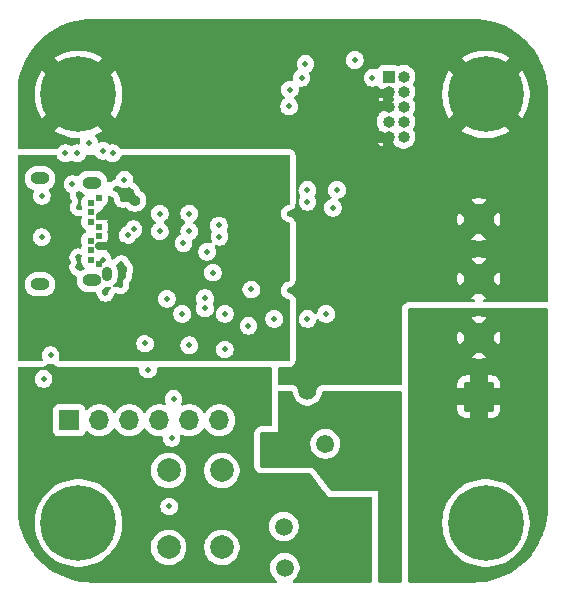
<source format=gbr>
%TF.GenerationSoftware,KiCad,Pcbnew,9.0.0*%
%TF.CreationDate,2025-08-18T10:04:00-07:00*%
%TF.ProjectId,USB_C_Simple_Trig,5553425f-435f-4536-996d-706c655f5472,rev?*%
%TF.SameCoordinates,Original*%
%TF.FileFunction,Copper,L3,Inr*%
%TF.FilePolarity,Positive*%
%FSLAX46Y46*%
G04 Gerber Fmt 4.6, Leading zero omitted, Abs format (unit mm)*
G04 Created by KiCad (PCBNEW 9.0.0) date 2025-08-18 10:04:00*
%MOMM*%
%LPD*%
G01*
G04 APERTURE LIST*
G04 Aperture macros list*
%AMRoundRect*
0 Rectangle with rounded corners*
0 $1 Rounding radius*
0 $2 $3 $4 $5 $6 $7 $8 $9 X,Y pos of 4 corners*
0 Add a 4 corners polygon primitive as box body*
4,1,4,$2,$3,$4,$5,$6,$7,$8,$9,$2,$3,0*
0 Add four circle primitives for the rounded corners*
1,1,$1+$1,$2,$3*
1,1,$1+$1,$4,$5*
1,1,$1+$1,$6,$7*
1,1,$1+$1,$8,$9*
0 Add four rect primitives between the rounded corners*
20,1,$1+$1,$2,$3,$4,$5,0*
20,1,$1+$1,$4,$5,$6,$7,0*
20,1,$1+$1,$6,$7,$8,$9,0*
20,1,$1+$1,$8,$9,$2,$3,0*%
G04 Aperture macros list end*
%TA.AperFunction,ComponentPad*%
%ADD10R,1.000000X1.000000*%
%TD*%
%TA.AperFunction,ComponentPad*%
%ADD11O,1.000000X1.000000*%
%TD*%
%TA.AperFunction,ComponentPad*%
%ADD12C,6.400000*%
%TD*%
%TA.AperFunction,ComponentPad*%
%ADD13C,2.000000*%
%TD*%
%TA.AperFunction,ComponentPad*%
%ADD14O,1.600200X1.016000*%
%TD*%
%TA.AperFunction,ComponentPad*%
%ADD15O,0.914400X1.193800*%
%TD*%
%TA.AperFunction,ComponentPad*%
%ADD16C,0.609600*%
%TD*%
%TA.AperFunction,ComponentPad*%
%ADD17RoundRect,0.250000X1.050000X-1.050000X1.050000X1.050000X-1.050000X1.050000X-1.050000X-1.050000X0*%
%TD*%
%TA.AperFunction,ComponentPad*%
%ADD18C,2.600000*%
%TD*%
%TA.AperFunction,ComponentPad*%
%ADD19R,1.700000X1.700000*%
%TD*%
%TA.AperFunction,ComponentPad*%
%ADD20O,1.700000X1.700000*%
%TD*%
%TA.AperFunction,ViaPad*%
%ADD21C,1.500000*%
%TD*%
%TA.AperFunction,ViaPad*%
%ADD22C,0.500000*%
%TD*%
%TA.AperFunction,ViaPad*%
%ADD23C,0.900000*%
%TD*%
%TA.AperFunction,ViaPad*%
%ADD24C,0.700000*%
%TD*%
%TA.AperFunction,Conductor*%
%ADD25C,0.254000*%
%TD*%
%TA.AperFunction,Conductor*%
%ADD26C,0.700000*%
%TD*%
G04 APERTURE END LIST*
D10*
%TO.N,+3V3*%
%TO.C,J4*%
X149375000Y-87920000D03*
D11*
%TO.N,/MCU/SWDIO*%
X150645000Y-87920000D03*
%TO.N,GND*%
X149375000Y-89190000D03*
%TO.N,/MCU/SWCLK*%
X150645000Y-89190000D03*
%TO.N,GND*%
X149375000Y-90460000D03*
%TO.N,unconnected-(J4-SWO{slash}TDO-Pad6)*%
X150645000Y-90460000D03*
%TO.N,unconnected-(J4-KEY-Pad7)*%
X149375000Y-91730000D03*
%TO.N,unconnected-(J4-NC{slash}TDI-Pad8)*%
X150645000Y-91730000D03*
%TO.N,GND*%
X149375000Y-93000000D03*
%TO.N,/MCU/NRST*%
X150645000Y-93000000D03*
%TD*%
D12*
%TO.N,GND*%
%TO.C,H4*%
X123100000Y-125700000D03*
%TD*%
D13*
%TO.N,GND*%
%TO.C,SW1*%
X135250000Y-121250000D03*
X135250000Y-127750000D03*
%TO.N,/MCU/NRST*%
X130750000Y-121250000D03*
X130750000Y-127750000D03*
%TD*%
D14*
%TO.N,N/C*%
%TO.C,J1*%
X124247400Y-96876201D03*
X119847400Y-96516199D03*
X124247400Y-105136199D03*
X119847400Y-105496201D03*
D15*
X125487400Y-104606200D03*
D16*
%TO.N,GND*%
X124837400Y-103806393D03*
%TO.N,unconnected-(J1-TX2+-PadB2)*%
X124137400Y-103406267D03*
%TO.N,unconnected-(J1-TX2--PadB3)*%
X124137400Y-102606141D03*
%TO.N,VBUS*%
X124837400Y-102206015D03*
%TO.N,/USB_C_IC/CC2*%
X124137400Y-101781389D03*
%TO.N,/USB_C_IC/data_+*%
X124837400Y-101418763D03*
%TO.N,/USB_C_IC/data_-*%
X124837400Y-100618637D03*
%TO.N,unconnected-(J1-SBU2-PadB8)*%
X124137400Y-100181011D03*
%TO.N,VBUS*%
X124837400Y-99806385D03*
%TO.N,unconnected-(J1-RX1--PadB10)*%
X124137400Y-99406259D03*
%TO.N,unconnected-(J1-RX1+-PadB11)*%
X124137400Y-98606133D03*
%TO.N,GND*%
X124837400Y-98206007D03*
%TD*%
D12*
%TO.N,GND*%
%TO.C,H3*%
X123100000Y-89400000D03*
%TD*%
D17*
%TO.N,VOUT*%
%TO.C,J2*%
X157000000Y-115000000D03*
D18*
X157000000Y-110000000D03*
%TO.N,GND*%
X157000000Y-105000000D03*
X157000000Y-100000000D03*
%TD*%
D19*
%TO.N,GND*%
%TO.C,J3*%
X122340000Y-117000000D03*
D20*
%TO.N,unconnected-(J3-Pin_2-Pad2)*%
X124880000Y-117000000D03*
%TO.N,unconnected-(J3-Pin_3-Pad3)*%
X127420000Y-117000000D03*
%TO.N,/MCU/UART_RX*%
X129960000Y-117000000D03*
%TO.N,/MCU/UART_TX*%
X132500000Y-117000000D03*
%TO.N,unconnected-(J3-Pin_6-Pad6)*%
X135040000Y-117000000D03*
%TD*%
D12*
%TO.N,GND*%
%TO.C,H1*%
X157600000Y-89400000D03*
%TD*%
%TO.N,GND*%
%TO.C,H2*%
X157600000Y-125700000D03*
%TD*%
D21*
%TO.N,VBUS*%
X134000000Y-110849000D03*
D22*
%TO.N,Net-(IC1-VOUT)*%
X135500000Y-111000000D03*
D21*
%TO.N,VBUS*%
X129500000Y-109400000D03*
%TO.N,Net-(IC1-VCC)*%
X130500000Y-113500000D03*
D22*
%TO.N,Net-(Q1-G)*%
X129000000Y-112708619D03*
D21*
%TO.N,Net-(IC1-VCC)*%
X146000000Y-125500000D03*
X143000000Y-129490674D03*
X145500000Y-129000000D03*
%TO.N,VOUT*%
X152000000Y-126000000D03*
X152000000Y-129991674D03*
X157000000Y-120500000D03*
X153500000Y-120500000D03*
X152500000Y-124000000D03*
%TO.N,Net-(Q1-D)*%
X140582114Y-129490674D03*
X145000000Y-121700000D03*
X149500000Y-125000000D03*
X141500000Y-119500000D03*
%TO.N,Net-(IC1-VCC)*%
X143800000Y-125000000D03*
X132500000Y-114500000D03*
D22*
%TO.N,/MCU/NRST*%
X120153000Y-113500000D03*
D21*
%TO.N,Net-(IC1-VCC)*%
X134912500Y-114087500D03*
D22*
%TO.N,GND*%
X126850000Y-98250000D03*
X125157898Y-103400000D03*
X150000000Y-107500000D03*
X126750000Y-97700000D03*
X126650000Y-105550000D03*
X141000000Y-99500000D03*
X123103000Y-104024270D03*
X151000000Y-105500000D03*
X127000000Y-104200000D03*
X136900000Y-93500000D03*
D21*
X144000000Y-119000000D03*
D22*
X123103000Y-103200000D03*
X126729529Y-103794375D03*
X120753000Y-111500000D03*
X137500000Y-109000000D03*
X137750000Y-105925000D03*
D23*
X127400000Y-97750000D03*
D22*
X123150000Y-97950000D03*
D21*
X142500000Y-114500000D03*
D22*
X128000000Y-92500000D03*
X125400000Y-106200000D03*
D24*
X131637500Y-87350000D03*
D23*
X127900000Y-98400000D03*
D22*
X141000000Y-106000000D03*
X126317576Y-97399866D03*
X123150000Y-98950000D03*
X149500000Y-97500000D03*
X126900000Y-104750000D03*
X135000000Y-100500000D03*
D21*
%TO.N,VBUS*%
X128500000Y-105000000D03*
X128500000Y-103850000D03*
D22*
X126946902Y-99679011D03*
%TO.N,+5V*%
X132500000Y-99500000D03*
X132500000Y-101000000D03*
X142500000Y-98500000D03*
X134500000Y-104500000D03*
X144654000Y-99000000D03*
X134000000Y-102725000D03*
%TO.N,+3V3*%
X142500000Y-97500000D03*
X142000000Y-88000000D03*
X145000000Y-97500000D03*
X148000000Y-88000000D03*
X146500000Y-86500000D03*
X141000000Y-89000000D03*
%TO.N,/MCU/STATUS_LED*%
X123000000Y-94400000D03*
X122602000Y-97000000D03*
%TO.N,Net-(IC1-LED)*%
X135500000Y-108000000D03*
X139689468Y-108423000D03*
X128750000Y-110500000D03*
X131900000Y-108000000D03*
%TO.N,Net-(IC1-VOUT)*%
X133825735Y-107522794D03*
%TO.N,/MCU/NRST*%
X142325735Y-86825735D03*
X130800000Y-124300000D03*
X140943236Y-90423265D03*
%TO.N,/MCU/I2C_SCL*%
X142500000Y-108423000D03*
X144077000Y-108000000D03*
%TO.N,Net-(Q1-G)*%
X130587500Y-106715442D03*
X131000000Y-118500000D03*
X131161000Y-115199000D03*
%TO.N,Net-(IC1-VCC)*%
X133825735Y-106674265D03*
X132500000Y-110650000D03*
%TO.N,/USB_C_IC/CC2*%
X125185202Y-94185201D03*
X126000000Y-94400000D03*
X122000000Y-94400000D03*
X130000000Y-101000000D03*
X132000000Y-102000000D03*
X135043015Y-101456985D03*
X120000000Y-98000000D03*
X124000000Y-93500000D03*
X127000000Y-96617201D03*
X130000000Y-99500000D03*
X120000000Y-101500000D03*
%TO.N,/USB_C_IC/data_-*%
X127774626Y-100833011D03*
%TO.N,/USB_C_IC/data_+*%
X127269003Y-101343698D03*
D21*
%TO.N,Net-(Q1-D)*%
X140500000Y-126000000D03*
X139500000Y-119500000D03*
%TD*%
D25*
%TO.N,VBUS*%
X124964774Y-99679011D02*
X124837400Y-99806385D01*
D26*
X126946902Y-99679011D02*
X124964774Y-99679011D01*
X126856015Y-102206015D02*
X124837400Y-102206015D01*
X128500000Y-103850000D02*
X126856015Y-102206015D01*
%TD*%
%TA.AperFunction,Conductor*%
%TO.N,VBUS*%
G36*
X121219963Y-94519685D02*
G01*
X121265718Y-94572489D01*
X121274541Y-94599807D01*
X121278340Y-94618908D01*
X121278343Y-94618917D01*
X121334912Y-94755488D01*
X121334919Y-94755501D01*
X121417048Y-94878415D01*
X121417051Y-94878419D01*
X121521580Y-94982948D01*
X121521584Y-94982951D01*
X121644498Y-95065080D01*
X121644511Y-95065087D01*
X121781082Y-95121656D01*
X121781087Y-95121658D01*
X121781091Y-95121658D01*
X121781092Y-95121659D01*
X121926079Y-95150500D01*
X121926082Y-95150500D01*
X122073920Y-95150500D01*
X122171462Y-95131096D01*
X122218913Y-95121658D01*
X122355495Y-95065084D01*
X122431111Y-95014559D01*
X122497786Y-94993682D01*
X122565166Y-95012166D01*
X122568848Y-95014531D01*
X122644505Y-95065084D01*
X122644507Y-95065085D01*
X122644511Y-95065087D01*
X122781082Y-95121656D01*
X122781087Y-95121658D01*
X122781091Y-95121658D01*
X122781092Y-95121659D01*
X122926079Y-95150500D01*
X122926082Y-95150500D01*
X123073920Y-95150500D01*
X123171462Y-95131096D01*
X123218913Y-95121658D01*
X123355495Y-95065084D01*
X123478416Y-94982951D01*
X123582951Y-94878416D01*
X123665084Y-94755495D01*
X123721658Y-94618913D01*
X123725459Y-94599807D01*
X123757845Y-94537896D01*
X123818562Y-94503323D01*
X123847076Y-94500000D01*
X124426646Y-94500000D01*
X124493685Y-94519685D01*
X124529748Y-94555109D01*
X124602250Y-94663616D01*
X124602253Y-94663620D01*
X124706782Y-94768149D01*
X124706786Y-94768152D01*
X124829700Y-94850281D01*
X124829713Y-94850288D01*
X124966284Y-94906857D01*
X124966289Y-94906859D01*
X124966293Y-94906859D01*
X124966294Y-94906860D01*
X125111281Y-94935701D01*
X125111284Y-94935701D01*
X125259122Y-94935701D01*
X125373620Y-94912925D01*
X125443211Y-94919152D01*
X125485493Y-94946861D01*
X125521580Y-94982948D01*
X125521584Y-94982951D01*
X125644498Y-95065080D01*
X125644511Y-95065087D01*
X125781082Y-95121656D01*
X125781087Y-95121658D01*
X125781091Y-95121658D01*
X125781092Y-95121659D01*
X125926079Y-95150500D01*
X125926082Y-95150500D01*
X126073920Y-95150500D01*
X126171462Y-95131096D01*
X126218913Y-95121658D01*
X126355495Y-95065084D01*
X126478416Y-94982951D01*
X126582951Y-94878416D01*
X126665084Y-94755495D01*
X126721658Y-94618913D01*
X126725459Y-94599807D01*
X126757845Y-94537896D01*
X126818562Y-94503323D01*
X126847076Y-94500000D01*
X140876000Y-94500000D01*
X140943039Y-94519685D01*
X140988794Y-94572489D01*
X141000000Y-94624000D01*
X141000000Y-98633032D01*
X140980315Y-98700071D01*
X140927511Y-98745826D01*
X140900192Y-98754649D01*
X140781092Y-98778340D01*
X140781082Y-98778343D01*
X140644511Y-98834912D01*
X140644498Y-98834919D01*
X140521584Y-98917048D01*
X140521580Y-98917051D01*
X140417051Y-99021580D01*
X140417048Y-99021584D01*
X140334919Y-99144498D01*
X140334912Y-99144511D01*
X140278343Y-99281082D01*
X140278340Y-99281092D01*
X140249500Y-99426079D01*
X140249500Y-99426082D01*
X140249500Y-99573918D01*
X140249500Y-99573920D01*
X140249499Y-99573920D01*
X140278340Y-99718907D01*
X140278343Y-99718917D01*
X140334912Y-99855488D01*
X140334919Y-99855501D01*
X140417048Y-99978415D01*
X140417051Y-99978419D01*
X140521580Y-100082948D01*
X140521584Y-100082951D01*
X140644498Y-100165080D01*
X140644511Y-100165087D01*
X140781082Y-100221656D01*
X140781087Y-100221658D01*
X140859140Y-100237184D01*
X140900191Y-100245350D01*
X140962102Y-100277735D01*
X140996676Y-100338451D01*
X141000000Y-100366967D01*
X141000000Y-105133032D01*
X140980315Y-105200071D01*
X140927511Y-105245826D01*
X140900192Y-105254649D01*
X140781092Y-105278340D01*
X140781082Y-105278343D01*
X140644511Y-105334912D01*
X140644498Y-105334919D01*
X140521584Y-105417048D01*
X140521580Y-105417051D01*
X140417051Y-105521580D01*
X140417048Y-105521584D01*
X140334919Y-105644498D01*
X140334912Y-105644511D01*
X140278343Y-105781082D01*
X140278340Y-105781092D01*
X140249500Y-105926079D01*
X140249500Y-105926082D01*
X140249500Y-106073918D01*
X140249500Y-106073920D01*
X140249499Y-106073920D01*
X140278340Y-106218907D01*
X140278343Y-106218917D01*
X140334912Y-106355488D01*
X140334919Y-106355501D01*
X140417048Y-106478415D01*
X140417051Y-106478419D01*
X140521580Y-106582948D01*
X140521584Y-106582951D01*
X140644498Y-106665080D01*
X140644511Y-106665087D01*
X140781082Y-106721656D01*
X140781087Y-106721658D01*
X140864887Y-106738327D01*
X140900191Y-106745350D01*
X140962102Y-106777735D01*
X140996676Y-106838451D01*
X141000000Y-106866967D01*
X141000000Y-111876000D01*
X140980315Y-111943039D01*
X140927511Y-111988794D01*
X140876000Y-112000000D01*
X129275057Y-112000000D01*
X129227605Y-111990561D01*
X129218917Y-111986962D01*
X129218907Y-111986959D01*
X129073920Y-111958119D01*
X129073918Y-111958119D01*
X128926082Y-111958119D01*
X128926080Y-111958119D01*
X128781092Y-111986959D01*
X128781082Y-111986962D01*
X128772395Y-111990561D01*
X128724943Y-112000000D01*
X121543807Y-112000000D01*
X121476768Y-111980315D01*
X121431013Y-111927511D01*
X121421069Y-111858353D01*
X121429246Y-111828547D01*
X121474658Y-111718913D01*
X121485366Y-111665080D01*
X121503500Y-111573920D01*
X121503500Y-111426079D01*
X121474659Y-111281092D01*
X121474658Y-111281091D01*
X121474658Y-111281087D01*
X121474656Y-111281082D01*
X121418087Y-111144511D01*
X121418080Y-111144498D01*
X121335951Y-111021584D01*
X121335948Y-111021580D01*
X121231419Y-110917051D01*
X121231415Y-110917048D01*
X121108501Y-110834919D01*
X121108488Y-110834912D01*
X120971917Y-110778343D01*
X120971907Y-110778340D01*
X120826920Y-110749500D01*
X120826918Y-110749500D01*
X120679082Y-110749500D01*
X120679080Y-110749500D01*
X120534092Y-110778340D01*
X120534082Y-110778343D01*
X120397511Y-110834912D01*
X120397498Y-110834919D01*
X120274584Y-110917048D01*
X120274580Y-110917051D01*
X120170051Y-111021580D01*
X120170048Y-111021584D01*
X120087919Y-111144498D01*
X120087912Y-111144511D01*
X120031343Y-111281082D01*
X120031340Y-111281092D01*
X120002500Y-111426079D01*
X120002500Y-111426082D01*
X120002500Y-111573918D01*
X120002500Y-111573920D01*
X120002499Y-111573920D01*
X120031340Y-111718907D01*
X120031342Y-111718913D01*
X120076754Y-111828547D01*
X120084223Y-111898017D01*
X120052948Y-111960496D01*
X119992859Y-111996148D01*
X119962193Y-112000000D01*
X118082826Y-112000000D01*
X118015787Y-111980315D01*
X117970032Y-111927511D01*
X117958826Y-111876000D01*
X117958826Y-110573920D01*
X127999499Y-110573920D01*
X128028340Y-110718907D01*
X128028343Y-110718917D01*
X128084912Y-110855488D01*
X128084919Y-110855501D01*
X128167048Y-110978415D01*
X128167051Y-110978419D01*
X128271580Y-111082948D01*
X128271584Y-111082951D01*
X128394498Y-111165080D01*
X128394511Y-111165087D01*
X128531082Y-111221656D01*
X128531087Y-111221658D01*
X128531091Y-111221658D01*
X128531092Y-111221659D01*
X128676079Y-111250500D01*
X128676082Y-111250500D01*
X128823920Y-111250500D01*
X128921462Y-111231096D01*
X128968913Y-111221658D01*
X129105495Y-111165084D01*
X129228416Y-111082951D01*
X129332951Y-110978416D01*
X129415084Y-110855495D01*
X129469584Y-110723920D01*
X131749499Y-110723920D01*
X131778340Y-110868907D01*
X131778343Y-110868917D01*
X131834912Y-111005488D01*
X131834919Y-111005501D01*
X131917048Y-111128415D01*
X131917051Y-111128419D01*
X132021580Y-111232948D01*
X132021584Y-111232951D01*
X132144498Y-111315080D01*
X132144511Y-111315087D01*
X132242049Y-111355488D01*
X132281087Y-111371658D01*
X132281091Y-111371658D01*
X132281092Y-111371659D01*
X132426079Y-111400500D01*
X132426082Y-111400500D01*
X132573920Y-111400500D01*
X132671462Y-111381096D01*
X132718913Y-111371658D01*
X132855495Y-111315084D01*
X132978416Y-111232951D01*
X133082951Y-111128416D01*
X133119364Y-111073920D01*
X134749499Y-111073920D01*
X134778340Y-111218907D01*
X134778343Y-111218917D01*
X134834912Y-111355488D01*
X134834919Y-111355501D01*
X134917048Y-111478415D01*
X134917051Y-111478419D01*
X135021580Y-111582948D01*
X135021584Y-111582951D01*
X135144498Y-111665080D01*
X135144511Y-111665087D01*
X135274445Y-111718907D01*
X135281087Y-111721658D01*
X135281091Y-111721658D01*
X135281092Y-111721659D01*
X135426079Y-111750500D01*
X135426082Y-111750500D01*
X135573920Y-111750500D01*
X135671462Y-111731096D01*
X135718913Y-111721658D01*
X135855495Y-111665084D01*
X135978416Y-111582951D01*
X136082951Y-111478416D01*
X136165084Y-111355495D01*
X136221658Y-111218913D01*
X136236459Y-111144505D01*
X136250500Y-111073920D01*
X136250500Y-110926079D01*
X136221659Y-110781092D01*
X136221658Y-110781091D01*
X136221658Y-110781087D01*
X136197978Y-110723918D01*
X136165087Y-110644511D01*
X136165080Y-110644498D01*
X136082951Y-110521584D01*
X136082948Y-110521580D01*
X135978419Y-110417051D01*
X135978415Y-110417048D01*
X135855501Y-110334919D01*
X135855488Y-110334912D01*
X135718917Y-110278343D01*
X135718907Y-110278340D01*
X135573920Y-110249500D01*
X135573918Y-110249500D01*
X135426082Y-110249500D01*
X135426080Y-110249500D01*
X135281092Y-110278340D01*
X135281082Y-110278343D01*
X135144511Y-110334912D01*
X135144498Y-110334919D01*
X135021584Y-110417048D01*
X135021580Y-110417051D01*
X134917051Y-110521580D01*
X134917048Y-110521584D01*
X134834919Y-110644498D01*
X134834912Y-110644511D01*
X134778343Y-110781082D01*
X134778340Y-110781092D01*
X134749500Y-110926079D01*
X134749500Y-110926082D01*
X134749500Y-111073918D01*
X134749500Y-111073920D01*
X134749499Y-111073920D01*
X133119364Y-111073920D01*
X133165084Y-111005495D01*
X133221658Y-110868913D01*
X133239675Y-110778340D01*
X133250500Y-110723920D01*
X133250500Y-110576079D01*
X133221659Y-110431092D01*
X133221658Y-110431091D01*
X133221658Y-110431087D01*
X133181821Y-110334912D01*
X133165087Y-110294511D01*
X133165080Y-110294498D01*
X133082951Y-110171584D01*
X133082948Y-110171580D01*
X132978419Y-110067051D01*
X132978415Y-110067048D01*
X132855501Y-109984919D01*
X132855488Y-109984912D01*
X132718917Y-109928343D01*
X132718907Y-109928340D01*
X132573920Y-109899500D01*
X132573918Y-109899500D01*
X132426082Y-109899500D01*
X132426080Y-109899500D01*
X132281092Y-109928340D01*
X132281082Y-109928343D01*
X132144511Y-109984912D01*
X132144498Y-109984919D01*
X132021584Y-110067048D01*
X132021580Y-110067051D01*
X131917051Y-110171580D01*
X131917048Y-110171584D01*
X131834919Y-110294498D01*
X131834912Y-110294511D01*
X131778343Y-110431082D01*
X131778340Y-110431092D01*
X131749500Y-110576079D01*
X131749500Y-110576082D01*
X131749500Y-110723918D01*
X131749500Y-110723920D01*
X131749499Y-110723920D01*
X129469584Y-110723920D01*
X129471658Y-110718913D01*
X129486459Y-110644505D01*
X129500500Y-110573920D01*
X129500500Y-110426079D01*
X129471659Y-110281092D01*
X129471658Y-110281091D01*
X129471658Y-110281087D01*
X129458574Y-110249500D01*
X129415087Y-110144511D01*
X129415080Y-110144498D01*
X129332951Y-110021584D01*
X129332948Y-110021580D01*
X129228419Y-109917051D01*
X129228415Y-109917048D01*
X129105501Y-109834919D01*
X129105488Y-109834912D01*
X128968917Y-109778343D01*
X128968907Y-109778340D01*
X128823920Y-109749500D01*
X128823918Y-109749500D01*
X128676082Y-109749500D01*
X128676080Y-109749500D01*
X128531092Y-109778340D01*
X128531082Y-109778343D01*
X128394511Y-109834912D01*
X128394498Y-109834919D01*
X128271584Y-109917048D01*
X128271580Y-109917051D01*
X128167051Y-110021580D01*
X128167048Y-110021584D01*
X128084919Y-110144498D01*
X128084912Y-110144511D01*
X128028343Y-110281082D01*
X128028340Y-110281092D01*
X127999500Y-110426079D01*
X127999500Y-110426082D01*
X127999500Y-110573918D01*
X127999500Y-110573920D01*
X127999499Y-110573920D01*
X117958826Y-110573920D01*
X117958826Y-109073920D01*
X136749499Y-109073920D01*
X136778340Y-109218907D01*
X136778343Y-109218917D01*
X136834912Y-109355488D01*
X136834919Y-109355501D01*
X136917048Y-109478415D01*
X136917051Y-109478419D01*
X137021580Y-109582948D01*
X137021584Y-109582951D01*
X137144498Y-109665080D01*
X137144511Y-109665087D01*
X137281082Y-109721656D01*
X137281087Y-109721658D01*
X137281091Y-109721658D01*
X137281092Y-109721659D01*
X137426079Y-109750500D01*
X137426082Y-109750500D01*
X137573920Y-109750500D01*
X137671462Y-109731096D01*
X137718913Y-109721658D01*
X137855495Y-109665084D01*
X137978416Y-109582951D01*
X138082951Y-109478416D01*
X138165084Y-109355495D01*
X138221658Y-109218913D01*
X138231096Y-109171462D01*
X138250500Y-109073920D01*
X138250500Y-108926079D01*
X138221659Y-108781092D01*
X138221658Y-108781091D01*
X138221658Y-108781087D01*
X138220584Y-108778495D01*
X138165087Y-108644511D01*
X138165080Y-108644498D01*
X138082951Y-108521584D01*
X138082948Y-108521580D01*
X138058288Y-108496920D01*
X138938967Y-108496920D01*
X138967808Y-108641907D01*
X138967811Y-108641917D01*
X139024380Y-108778488D01*
X139024387Y-108778501D01*
X139106516Y-108901415D01*
X139106519Y-108901419D01*
X139211048Y-109005948D01*
X139211052Y-109005951D01*
X139333966Y-109088080D01*
X139333979Y-109088087D01*
X139470550Y-109144656D01*
X139470555Y-109144658D01*
X139470559Y-109144658D01*
X139470560Y-109144659D01*
X139615547Y-109173500D01*
X139615550Y-109173500D01*
X139763388Y-109173500D01*
X139860930Y-109154096D01*
X139908381Y-109144658D01*
X140044963Y-109088084D01*
X140167884Y-109005951D01*
X140272419Y-108901416D01*
X140354552Y-108778495D01*
X140411126Y-108641913D01*
X140435062Y-108521584D01*
X140439968Y-108496920D01*
X140439968Y-108349079D01*
X140411127Y-108204092D01*
X140411126Y-108204091D01*
X140411126Y-108204087D01*
X140404410Y-108187874D01*
X140354555Y-108067511D01*
X140354548Y-108067498D01*
X140272419Y-107944584D01*
X140272416Y-107944580D01*
X140167887Y-107840051D01*
X140167883Y-107840048D01*
X140044969Y-107757919D01*
X140044956Y-107757912D01*
X139908385Y-107701343D01*
X139908375Y-107701340D01*
X139763388Y-107672500D01*
X139763386Y-107672500D01*
X139615550Y-107672500D01*
X139615548Y-107672500D01*
X139470560Y-107701340D01*
X139470550Y-107701343D01*
X139333979Y-107757912D01*
X139333966Y-107757919D01*
X139211052Y-107840048D01*
X139211048Y-107840051D01*
X139106519Y-107944580D01*
X139106516Y-107944584D01*
X139024387Y-108067498D01*
X139024380Y-108067511D01*
X138967811Y-108204082D01*
X138967808Y-108204092D01*
X138938968Y-108349079D01*
X138938968Y-108349082D01*
X138938968Y-108496918D01*
X138938968Y-108496920D01*
X138938967Y-108496920D01*
X138058288Y-108496920D01*
X137978419Y-108417051D01*
X137978415Y-108417048D01*
X137855501Y-108334919D01*
X137855488Y-108334912D01*
X137718917Y-108278343D01*
X137718907Y-108278340D01*
X137573920Y-108249500D01*
X137573918Y-108249500D01*
X137426082Y-108249500D01*
X137426080Y-108249500D01*
X137281092Y-108278340D01*
X137281082Y-108278343D01*
X137144511Y-108334912D01*
X137144498Y-108334919D01*
X137021584Y-108417048D01*
X137021580Y-108417051D01*
X136917051Y-108521580D01*
X136917048Y-108521584D01*
X136834919Y-108644498D01*
X136834912Y-108644511D01*
X136778343Y-108781082D01*
X136778340Y-108781092D01*
X136749500Y-108926079D01*
X136749500Y-108926082D01*
X136749500Y-109073918D01*
X136749500Y-109073920D01*
X136749499Y-109073920D01*
X117958826Y-109073920D01*
X117958826Y-108073920D01*
X131149499Y-108073920D01*
X131178340Y-108218907D01*
X131178343Y-108218917D01*
X131234912Y-108355488D01*
X131234919Y-108355501D01*
X131317048Y-108478415D01*
X131317051Y-108478419D01*
X131421580Y-108582948D01*
X131421584Y-108582951D01*
X131544498Y-108665080D01*
X131544511Y-108665087D01*
X131681082Y-108721656D01*
X131681087Y-108721658D01*
X131681091Y-108721658D01*
X131681092Y-108721659D01*
X131826079Y-108750500D01*
X131826082Y-108750500D01*
X131973920Y-108750500D01*
X132071462Y-108731096D01*
X132118913Y-108721658D01*
X132255495Y-108665084D01*
X132378416Y-108582951D01*
X132482951Y-108478416D01*
X132565084Y-108355495D01*
X132621658Y-108218913D01*
X132650500Y-108073918D01*
X132650500Y-107926082D01*
X132650500Y-107926079D01*
X132621659Y-107781092D01*
X132621658Y-107781091D01*
X132621658Y-107781087D01*
X132605348Y-107741711D01*
X132565087Y-107644511D01*
X132565080Y-107644498D01*
X132482951Y-107521584D01*
X132482948Y-107521580D01*
X132378419Y-107417051D01*
X132378415Y-107417048D01*
X132255501Y-107334919D01*
X132255488Y-107334912D01*
X132118917Y-107278343D01*
X132118907Y-107278340D01*
X131973920Y-107249500D01*
X131973918Y-107249500D01*
X131826082Y-107249500D01*
X131826080Y-107249500D01*
X131681092Y-107278340D01*
X131681082Y-107278343D01*
X131544511Y-107334912D01*
X131544498Y-107334919D01*
X131421584Y-107417048D01*
X131421580Y-107417051D01*
X131317051Y-107521580D01*
X131317048Y-107521584D01*
X131234919Y-107644498D01*
X131234912Y-107644511D01*
X131178343Y-107781082D01*
X131178340Y-107781092D01*
X131149500Y-107926079D01*
X131149500Y-107926082D01*
X131149500Y-108073918D01*
X131149500Y-108073920D01*
X131149499Y-108073920D01*
X117958826Y-108073920D01*
X117958826Y-105396867D01*
X118546800Y-105396867D01*
X118546800Y-105595534D01*
X118585554Y-105790362D01*
X118585556Y-105790370D01*
X118661577Y-105973902D01*
X118661582Y-105973911D01*
X118771946Y-106139081D01*
X118771949Y-106139085D01*
X118912415Y-106279551D01*
X118912419Y-106279554D01*
X119077589Y-106389918D01*
X119077598Y-106389923D01*
X119119174Y-106407144D01*
X119261131Y-106465945D01*
X119414913Y-106496534D01*
X119455966Y-106504700D01*
X119455970Y-106504701D01*
X119455971Y-106504701D01*
X120238830Y-106504701D01*
X120238831Y-106504700D01*
X120433669Y-106465945D01*
X120617204Y-106389922D01*
X120782381Y-106279554D01*
X120922853Y-106139082D01*
X121033221Y-105973905D01*
X121109244Y-105790370D01*
X121148000Y-105595530D01*
X121148000Y-105396872D01*
X121109244Y-105202032D01*
X121033221Y-105018497D01*
X121033220Y-105018496D01*
X121033217Y-105018490D01*
X120922853Y-104853320D01*
X120922850Y-104853316D01*
X120782384Y-104712850D01*
X120782380Y-104712847D01*
X120617210Y-104602483D01*
X120617201Y-104602478D01*
X120433669Y-104526457D01*
X120433661Y-104526455D01*
X120238833Y-104487701D01*
X120238829Y-104487701D01*
X119455971Y-104487701D01*
X119455966Y-104487701D01*
X119261138Y-104526455D01*
X119261130Y-104526457D01*
X119077598Y-104602478D01*
X119077589Y-104602483D01*
X118912419Y-104712847D01*
X118912415Y-104712850D01*
X118771949Y-104853316D01*
X118771946Y-104853320D01*
X118661582Y-105018490D01*
X118661577Y-105018499D01*
X118585556Y-105202031D01*
X118585554Y-105202039D01*
X118546800Y-105396867D01*
X117958826Y-105396867D01*
X117958826Y-101573920D01*
X119249499Y-101573920D01*
X119278340Y-101718907D01*
X119278343Y-101718917D01*
X119334912Y-101855488D01*
X119334919Y-101855501D01*
X119417048Y-101978415D01*
X119417051Y-101978419D01*
X119521580Y-102082948D01*
X119521584Y-102082951D01*
X119644498Y-102165080D01*
X119644511Y-102165087D01*
X119777939Y-102220354D01*
X119781087Y-102221658D01*
X119781091Y-102221658D01*
X119781092Y-102221659D01*
X119926079Y-102250500D01*
X119926082Y-102250500D01*
X120073920Y-102250500D01*
X120171462Y-102231096D01*
X120218913Y-102221658D01*
X120355495Y-102165084D01*
X120478416Y-102082951D01*
X120582951Y-101978416D01*
X120665084Y-101855495D01*
X120721658Y-101718913D01*
X120736459Y-101644505D01*
X120750500Y-101573920D01*
X120750500Y-101426079D01*
X120721659Y-101281092D01*
X120721658Y-101281091D01*
X120721658Y-101281087D01*
X120718856Y-101274322D01*
X120665087Y-101144511D01*
X120665080Y-101144498D01*
X120582951Y-101021584D01*
X120582948Y-101021580D01*
X120478419Y-100917051D01*
X120478415Y-100917048D01*
X120355501Y-100834919D01*
X120355488Y-100834912D01*
X120218917Y-100778343D01*
X120218907Y-100778340D01*
X120073920Y-100749500D01*
X120073918Y-100749500D01*
X119926082Y-100749500D01*
X119926080Y-100749500D01*
X119781092Y-100778340D01*
X119781082Y-100778343D01*
X119644511Y-100834912D01*
X119644498Y-100834919D01*
X119521584Y-100917048D01*
X119521580Y-100917051D01*
X119417051Y-101021580D01*
X119417048Y-101021584D01*
X119334919Y-101144498D01*
X119334912Y-101144511D01*
X119278343Y-101281082D01*
X119278340Y-101281092D01*
X119249500Y-101426079D01*
X119249500Y-101426082D01*
X119249500Y-101573918D01*
X119249500Y-101573920D01*
X119249499Y-101573920D01*
X117958826Y-101573920D01*
X117958826Y-96416865D01*
X118546800Y-96416865D01*
X118546800Y-96615532D01*
X118585554Y-96810360D01*
X118585556Y-96810368D01*
X118661577Y-96993900D01*
X118661582Y-96993909D01*
X118771946Y-97159079D01*
X118771949Y-97159083D01*
X118912415Y-97299549D01*
X118912419Y-97299552D01*
X119077589Y-97409916D01*
X119077602Y-97409923D01*
X119124272Y-97429254D01*
X119261131Y-97485943D01*
X119261132Y-97485943D01*
X119265608Y-97487797D01*
X119320012Y-97531638D01*
X119342077Y-97597932D01*
X119332718Y-97649810D01*
X119278340Y-97781091D01*
X119278340Y-97781092D01*
X119249500Y-97926079D01*
X119249500Y-97926082D01*
X119249500Y-98073918D01*
X119249500Y-98073920D01*
X119249499Y-98073920D01*
X119278340Y-98218907D01*
X119278343Y-98218917D01*
X119334912Y-98355488D01*
X119334919Y-98355501D01*
X119417048Y-98478415D01*
X119417051Y-98478419D01*
X119521580Y-98582948D01*
X119521584Y-98582951D01*
X119644498Y-98665080D01*
X119644511Y-98665087D01*
X119781082Y-98721656D01*
X119781087Y-98721658D01*
X119781091Y-98721658D01*
X119781092Y-98721659D01*
X119926079Y-98750500D01*
X119926082Y-98750500D01*
X120073920Y-98750500D01*
X120184944Y-98728415D01*
X120218913Y-98721658D01*
X120355495Y-98665084D01*
X120478416Y-98582951D01*
X120582951Y-98478416D01*
X120665084Y-98355495D01*
X120721658Y-98218913D01*
X120738548Y-98134005D01*
X120750500Y-98073920D01*
X120750500Y-97926079D01*
X120721659Y-97781092D01*
X120721658Y-97781091D01*
X120721658Y-97781087D01*
X120706541Y-97744591D01*
X120665087Y-97644511D01*
X120665080Y-97644498D01*
X120610832Y-97563311D01*
X120589954Y-97496634D01*
X120608438Y-97429254D01*
X120645044Y-97391318D01*
X120782056Y-97299769D01*
X120782381Y-97299552D01*
X120922853Y-97159080D01*
X120979755Y-97073920D01*
X121851499Y-97073920D01*
X121880340Y-97218907D01*
X121880343Y-97218917D01*
X121936912Y-97355488D01*
X121936919Y-97355501D01*
X122019048Y-97478415D01*
X122019051Y-97478419D01*
X122123580Y-97582948D01*
X122123584Y-97582951D01*
X122246498Y-97665080D01*
X122246511Y-97665087D01*
X122332610Y-97700750D01*
X122387014Y-97744591D01*
X122409079Y-97810885D01*
X122406776Y-97839501D01*
X122399500Y-97876082D01*
X122399500Y-98023918D01*
X122399500Y-98023920D01*
X122399499Y-98023920D01*
X122428340Y-98168907D01*
X122428343Y-98168917D01*
X122484912Y-98305488D01*
X122484919Y-98305501D01*
X122535439Y-98381109D01*
X122556317Y-98447787D01*
X122537832Y-98515167D01*
X122535439Y-98518891D01*
X122484919Y-98594498D01*
X122484912Y-98594511D01*
X122428343Y-98731082D01*
X122428340Y-98731092D01*
X122399500Y-98876079D01*
X122399500Y-98876082D01*
X122399500Y-99023918D01*
X122399500Y-99023920D01*
X122399499Y-99023920D01*
X122428340Y-99168907D01*
X122428343Y-99168917D01*
X122484912Y-99305488D01*
X122484919Y-99305501D01*
X122567048Y-99428415D01*
X122567051Y-99428419D01*
X122671580Y-99532948D01*
X122671584Y-99532951D01*
X122794498Y-99615080D01*
X122794511Y-99615087D01*
X122917246Y-99665925D01*
X122931087Y-99671658D01*
X122931091Y-99671658D01*
X122931092Y-99671659D01*
X123076079Y-99700500D01*
X123076082Y-99700500D01*
X123223918Y-99700500D01*
X123258880Y-99693545D01*
X123328469Y-99699771D01*
X123383648Y-99742633D01*
X123406894Y-99808522D01*
X123397634Y-99862612D01*
X123363047Y-99946114D01*
X123363046Y-99946118D01*
X123363045Y-99946121D01*
X123363044Y-99946121D01*
X123332100Y-100101691D01*
X123332100Y-100260330D01*
X123363044Y-100415900D01*
X123363047Y-100415909D01*
X123423748Y-100562457D01*
X123423755Y-100562470D01*
X123511881Y-100694359D01*
X123511884Y-100694363D01*
X123624047Y-100806526D01*
X123624051Y-100806529D01*
X123731160Y-100878098D01*
X123775965Y-100931711D01*
X123784672Y-101001036D01*
X123754517Y-101064063D01*
X123731160Y-101084302D01*
X123624051Y-101155870D01*
X123624047Y-101155873D01*
X123511884Y-101268036D01*
X123511881Y-101268040D01*
X123423755Y-101399929D01*
X123423748Y-101399942D01*
X123363047Y-101546490D01*
X123363044Y-101546499D01*
X123332100Y-101702069D01*
X123332100Y-101860708D01*
X123363044Y-102016278D01*
X123363047Y-102016287D01*
X123416905Y-102146312D01*
X123420155Y-102176540D01*
X123425694Y-102206445D01*
X123424063Y-102212894D01*
X123424374Y-102215781D01*
X123417125Y-102240683D01*
X123416996Y-102240996D01*
X123363047Y-102371244D01*
X123362375Y-102374618D01*
X123358811Y-102383339D01*
X123340482Y-102406300D01*
X123324377Y-102430867D01*
X123318938Y-102433291D01*
X123315223Y-102437946D01*
X123287392Y-102447353D01*
X123260561Y-102459313D01*
X123252733Y-102459067D01*
X123249032Y-102460319D01*
X123242787Y-102458756D01*
X123219838Y-102458037D01*
X123176920Y-102449500D01*
X123176918Y-102449500D01*
X123029082Y-102449500D01*
X123029080Y-102449500D01*
X122884092Y-102478340D01*
X122884082Y-102478343D01*
X122747511Y-102534912D01*
X122747498Y-102534919D01*
X122624584Y-102617048D01*
X122624580Y-102617051D01*
X122520051Y-102721580D01*
X122520048Y-102721584D01*
X122437919Y-102844498D01*
X122437912Y-102844511D01*
X122381343Y-102981082D01*
X122381340Y-102981092D01*
X122352500Y-103126079D01*
X122352500Y-103126082D01*
X122352500Y-103273918D01*
X122352500Y-103273920D01*
X122352499Y-103273920D01*
X122381340Y-103418907D01*
X122381342Y-103418913D01*
X122440247Y-103561122D01*
X122438638Y-103561788D01*
X122451186Y-103622108D01*
X122439256Y-103662737D01*
X122440247Y-103663148D01*
X122381342Y-103805356D01*
X122381340Y-103805362D01*
X122352500Y-103950349D01*
X122352500Y-103950352D01*
X122352500Y-104098188D01*
X122352500Y-104098190D01*
X122352499Y-104098190D01*
X122381340Y-104243177D01*
X122381343Y-104243187D01*
X122437912Y-104379758D01*
X122437919Y-104379771D01*
X122520048Y-104502685D01*
X122520051Y-104502689D01*
X122624580Y-104607218D01*
X122624584Y-104607221D01*
X122747498Y-104689350D01*
X122747511Y-104689357D01*
X122884082Y-104745926D01*
X122884087Y-104745928D01*
X122884091Y-104745928D01*
X122889919Y-104747697D01*
X122889105Y-104750377D01*
X122940371Y-104777191D01*
X122974948Y-104837905D01*
X122975891Y-104890618D01*
X122950455Y-105018499D01*
X122946800Y-105036872D01*
X122946800Y-105235532D01*
X122985554Y-105430360D01*
X122985556Y-105430368D01*
X123061577Y-105613900D01*
X123061582Y-105613909D01*
X123171946Y-105779079D01*
X123171949Y-105779083D01*
X123312415Y-105919549D01*
X123312419Y-105919552D01*
X123477589Y-106029916D01*
X123477595Y-106029919D01*
X123477596Y-106029920D01*
X123661131Y-106105943D01*
X123845298Y-106142576D01*
X123855966Y-106144698D01*
X123855970Y-106144699D01*
X124525500Y-106144699D01*
X124592539Y-106164384D01*
X124638294Y-106217188D01*
X124649500Y-106268699D01*
X124649500Y-106273918D01*
X124649500Y-106273920D01*
X124649499Y-106273920D01*
X124678340Y-106418907D01*
X124678343Y-106418917D01*
X124734912Y-106555488D01*
X124734919Y-106555501D01*
X124817048Y-106678415D01*
X124817051Y-106678419D01*
X124921580Y-106782948D01*
X124921584Y-106782951D01*
X125044498Y-106865080D01*
X125044511Y-106865087D01*
X125181082Y-106921656D01*
X125181087Y-106921658D01*
X125181091Y-106921658D01*
X125181092Y-106921659D01*
X125326079Y-106950500D01*
X125326082Y-106950500D01*
X125473920Y-106950500D01*
X125571462Y-106931096D01*
X125618913Y-106921658D01*
X125755495Y-106865084D01*
X125868821Y-106789362D01*
X129836999Y-106789362D01*
X129865840Y-106934349D01*
X129865843Y-106934359D01*
X129922412Y-107070930D01*
X129922419Y-107070943D01*
X130004548Y-107193857D01*
X130004551Y-107193861D01*
X130109080Y-107298390D01*
X130109084Y-107298393D01*
X130231998Y-107380522D01*
X130232011Y-107380529D01*
X130320184Y-107417051D01*
X130368587Y-107437100D01*
X130368591Y-107437100D01*
X130368592Y-107437101D01*
X130513579Y-107465942D01*
X130513582Y-107465942D01*
X130661420Y-107465942D01*
X130758962Y-107446538D01*
X130806413Y-107437100D01*
X130942995Y-107380526D01*
X131065916Y-107298393D01*
X131170451Y-107193858D01*
X131252584Y-107070937D01*
X131309158Y-106934355D01*
X131338000Y-106789360D01*
X131338000Y-106748185D01*
X133075234Y-106748185D01*
X133104075Y-106893172D01*
X133104078Y-106893182D01*
X133160647Y-107029753D01*
X133163524Y-107035135D01*
X133162466Y-107035700D01*
X133181447Y-107096312D01*
X133163457Y-107161894D01*
X133163521Y-107161929D01*
X133163370Y-107162210D01*
X133162964Y-107163693D01*
X133160669Y-107167264D01*
X133160649Y-107167300D01*
X133104078Y-107303876D01*
X133104075Y-107303886D01*
X133075235Y-107448873D01*
X133075235Y-107448876D01*
X133075235Y-107596712D01*
X133075235Y-107596714D01*
X133075234Y-107596714D01*
X133104075Y-107741701D01*
X133104078Y-107741711D01*
X133160647Y-107878282D01*
X133160654Y-107878295D01*
X133242783Y-108001209D01*
X133242786Y-108001213D01*
X133347315Y-108105742D01*
X133347319Y-108105745D01*
X133470233Y-108187874D01*
X133470246Y-108187881D01*
X133606817Y-108244450D01*
X133606822Y-108244452D01*
X133606826Y-108244452D01*
X133606827Y-108244453D01*
X133751814Y-108273294D01*
X133751817Y-108273294D01*
X133899655Y-108273294D01*
X133997197Y-108253890D01*
X134044648Y-108244452D01*
X134181230Y-108187878D01*
X134304151Y-108105745D01*
X134335976Y-108073920D01*
X134749499Y-108073920D01*
X134778340Y-108218907D01*
X134778343Y-108218917D01*
X134834912Y-108355488D01*
X134834919Y-108355501D01*
X134917048Y-108478415D01*
X134917051Y-108478419D01*
X135021580Y-108582948D01*
X135021584Y-108582951D01*
X135144498Y-108665080D01*
X135144511Y-108665087D01*
X135281082Y-108721656D01*
X135281087Y-108721658D01*
X135281091Y-108721658D01*
X135281092Y-108721659D01*
X135426079Y-108750500D01*
X135426082Y-108750500D01*
X135573920Y-108750500D01*
X135671462Y-108731096D01*
X135718913Y-108721658D01*
X135855495Y-108665084D01*
X135978416Y-108582951D01*
X136082951Y-108478416D01*
X136165084Y-108355495D01*
X136221658Y-108218913D01*
X136250500Y-108073918D01*
X136250500Y-107926082D01*
X136250500Y-107926079D01*
X136221659Y-107781092D01*
X136221658Y-107781091D01*
X136221658Y-107781087D01*
X136205348Y-107741711D01*
X136165087Y-107644511D01*
X136165080Y-107644498D01*
X136082951Y-107521584D01*
X136082948Y-107521580D01*
X135978419Y-107417051D01*
X135978415Y-107417048D01*
X135855501Y-107334919D01*
X135855488Y-107334912D01*
X135718917Y-107278343D01*
X135718907Y-107278340D01*
X135573920Y-107249500D01*
X135573918Y-107249500D01*
X135426082Y-107249500D01*
X135426080Y-107249500D01*
X135281092Y-107278340D01*
X135281082Y-107278343D01*
X135144511Y-107334912D01*
X135144498Y-107334919D01*
X135021584Y-107417048D01*
X135021580Y-107417051D01*
X134917051Y-107521580D01*
X134917048Y-107521584D01*
X134834919Y-107644498D01*
X134834914Y-107644508D01*
X134803485Y-107720381D01*
X134803480Y-107720397D01*
X134778342Y-107781087D01*
X134760183Y-107872375D01*
X134760177Y-107872397D01*
X134749500Y-107926077D01*
X134749500Y-107926082D01*
X134749500Y-108073918D01*
X134749500Y-108073920D01*
X134749499Y-108073920D01*
X134335976Y-108073920D01*
X134408686Y-108001210D01*
X134490819Y-107878289D01*
X134547393Y-107741707D01*
X134576235Y-107596712D01*
X134576235Y-107448876D01*
X134576235Y-107448873D01*
X134547394Y-107303886D01*
X134547393Y-107303885D01*
X134547393Y-107303881D01*
X134536815Y-107278343D01*
X134490821Y-107167303D01*
X134487950Y-107161932D01*
X134489006Y-107161367D01*
X134470021Y-107100751D01*
X134488010Y-107035159D01*
X134487950Y-107035127D01*
X134488091Y-107034861D01*
X134488501Y-107033370D01*
X134490811Y-107029775D01*
X134490821Y-107029755D01*
X134547391Y-106893182D01*
X134547393Y-106893178D01*
X134576235Y-106748183D01*
X134576235Y-106600347D01*
X134576235Y-106600344D01*
X134547394Y-106455357D01*
X134547393Y-106455356D01*
X134547393Y-106455352D01*
X134525882Y-106403419D01*
X134490822Y-106318776D01*
X134490815Y-106318763D01*
X134408686Y-106195849D01*
X134408683Y-106195845D01*
X134304154Y-106091316D01*
X134304150Y-106091313D01*
X134181236Y-106009184D01*
X134181223Y-106009177D01*
X134156460Y-105998920D01*
X136999499Y-105998920D01*
X137028340Y-106143907D01*
X137028343Y-106143917D01*
X137084912Y-106280488D01*
X137084919Y-106280501D01*
X137167048Y-106403415D01*
X137167051Y-106403419D01*
X137271580Y-106507948D01*
X137271584Y-106507951D01*
X137394498Y-106590080D01*
X137394511Y-106590087D01*
X137462979Y-106618447D01*
X137531087Y-106646658D01*
X137531091Y-106646658D01*
X137531092Y-106646659D01*
X137676079Y-106675500D01*
X137676082Y-106675500D01*
X137823920Y-106675500D01*
X137921462Y-106656096D01*
X137968913Y-106646658D01*
X138105495Y-106590084D01*
X138228416Y-106507951D01*
X138332951Y-106403416D01*
X138415084Y-106280495D01*
X138417808Y-106273920D01*
X138440592Y-106218913D01*
X138471658Y-106143913D01*
X138490268Y-106050358D01*
X138500500Y-105998920D01*
X138500500Y-105851079D01*
X138471659Y-105706092D01*
X138471658Y-105706091D01*
X138471658Y-105706087D01*
X138471656Y-105706082D01*
X138415087Y-105569511D01*
X138415080Y-105569498D01*
X138332951Y-105446584D01*
X138332948Y-105446580D01*
X138228419Y-105342051D01*
X138228415Y-105342048D01*
X138105501Y-105259919D01*
X138105488Y-105259912D01*
X137968917Y-105203343D01*
X137968907Y-105203340D01*
X137823920Y-105174500D01*
X137823918Y-105174500D01*
X137676082Y-105174500D01*
X137676080Y-105174500D01*
X137531092Y-105203340D01*
X137531082Y-105203343D01*
X137394511Y-105259912D01*
X137394498Y-105259919D01*
X137271584Y-105342048D01*
X137271580Y-105342051D01*
X137167051Y-105446580D01*
X137167048Y-105446584D01*
X137084919Y-105569498D01*
X137084912Y-105569511D01*
X137028343Y-105706082D01*
X137028340Y-105706092D01*
X136999500Y-105851079D01*
X136999500Y-105851082D01*
X136999500Y-105998918D01*
X136999500Y-105998920D01*
X136999499Y-105998920D01*
X134156460Y-105998920D01*
X134061413Y-105959551D01*
X134044652Y-105952608D01*
X134044642Y-105952605D01*
X133899655Y-105923765D01*
X133899653Y-105923765D01*
X133751817Y-105923765D01*
X133751815Y-105923765D01*
X133606827Y-105952605D01*
X133606817Y-105952608D01*
X133470246Y-106009177D01*
X133470233Y-106009184D01*
X133347319Y-106091313D01*
X133347315Y-106091316D01*
X133242786Y-106195845D01*
X133242783Y-106195849D01*
X133160654Y-106318763D01*
X133160647Y-106318776D01*
X133104078Y-106455347D01*
X133104075Y-106455357D01*
X133075235Y-106600344D01*
X133075235Y-106600347D01*
X133075235Y-106748183D01*
X133075235Y-106748185D01*
X133075234Y-106748185D01*
X131338000Y-106748185D01*
X131338000Y-106641524D01*
X131338000Y-106641521D01*
X131333410Y-106618447D01*
X131309159Y-106496534D01*
X131309158Y-106496533D01*
X131309158Y-106496529D01*
X131277010Y-106418917D01*
X131252587Y-106359953D01*
X131252580Y-106359940D01*
X131170451Y-106237026D01*
X131170448Y-106237022D01*
X131065919Y-106132493D01*
X131065915Y-106132490D01*
X130943001Y-106050361D01*
X130942988Y-106050354D01*
X130806417Y-105993785D01*
X130806407Y-105993782D01*
X130661420Y-105964942D01*
X130661418Y-105964942D01*
X130513582Y-105964942D01*
X130513580Y-105964942D01*
X130368592Y-105993782D01*
X130368582Y-105993785D01*
X130232011Y-106050354D01*
X130231998Y-106050361D01*
X130109084Y-106132490D01*
X130109080Y-106132493D01*
X130004551Y-106237022D01*
X130004548Y-106237026D01*
X129922419Y-106359940D01*
X129922412Y-106359953D01*
X129865843Y-106496524D01*
X129865840Y-106496534D01*
X129837000Y-106641521D01*
X129837000Y-106641524D01*
X129837000Y-106789360D01*
X129837000Y-106789362D01*
X129836999Y-106789362D01*
X125868821Y-106789362D01*
X125878416Y-106782951D01*
X125982951Y-106678416D01*
X126035117Y-106600344D01*
X126057704Y-106566541D01*
X126065080Y-106555501D01*
X126065080Y-106555500D01*
X126065084Y-106555495D01*
X126121658Y-106418913D01*
X126142797Y-106312644D01*
X126175182Y-106250733D01*
X126235898Y-106216159D01*
X126305667Y-106219899D01*
X126311848Y-106222268D01*
X126431087Y-106271658D01*
X126431091Y-106271658D01*
X126431092Y-106271659D01*
X126576079Y-106300500D01*
X126576082Y-106300500D01*
X126723920Y-106300500D01*
X126857551Y-106273918D01*
X126868913Y-106271658D01*
X126996251Y-106218913D01*
X127005488Y-106215087D01*
X127005488Y-106215086D01*
X127005495Y-106215084D01*
X127128416Y-106132951D01*
X127232951Y-106028416D01*
X127315084Y-105905495D01*
X127371658Y-105768913D01*
X127396405Y-105644505D01*
X127400500Y-105623920D01*
X127400500Y-105476080D01*
X127391405Y-105430360D01*
X127386019Y-105403283D01*
X127392246Y-105333693D01*
X127419952Y-105291414D01*
X127482951Y-105228416D01*
X127565084Y-105105495D01*
X127621658Y-104968913D01*
X127644220Y-104855488D01*
X127650500Y-104823920D01*
X127650500Y-104676082D01*
X127645382Y-104650354D01*
X127651563Y-104580880D01*
X127654293Y-104573920D01*
X133749499Y-104573920D01*
X133778340Y-104718907D01*
X133778343Y-104718917D01*
X133834912Y-104855488D01*
X133834919Y-104855501D01*
X133917048Y-104978415D01*
X133917051Y-104978419D01*
X134021580Y-105082948D01*
X134021584Y-105082951D01*
X134144498Y-105165080D01*
X134144511Y-105165087D01*
X134281082Y-105221656D01*
X134281087Y-105221658D01*
X134281091Y-105221658D01*
X134281092Y-105221659D01*
X134426079Y-105250500D01*
X134426082Y-105250500D01*
X134573920Y-105250500D01*
X134684949Y-105228414D01*
X134718913Y-105221658D01*
X134855495Y-105165084D01*
X134978416Y-105082951D01*
X135082951Y-104978416D01*
X135165084Y-104855495D01*
X135221658Y-104718913D01*
X135235295Y-104650356D01*
X135250500Y-104573920D01*
X135250500Y-104426079D01*
X135221659Y-104281092D01*
X135221658Y-104281091D01*
X135221658Y-104281087D01*
X135218689Y-104273918D01*
X135165087Y-104144511D01*
X135165080Y-104144498D01*
X135082951Y-104021584D01*
X135082948Y-104021580D01*
X134978419Y-103917051D01*
X134978415Y-103917048D01*
X134855501Y-103834919D01*
X134855488Y-103834912D01*
X134718917Y-103778343D01*
X134718907Y-103778340D01*
X134573920Y-103749500D01*
X134573918Y-103749500D01*
X134426082Y-103749500D01*
X134426080Y-103749500D01*
X134281092Y-103778340D01*
X134281082Y-103778343D01*
X134144511Y-103834912D01*
X134144498Y-103834919D01*
X134021584Y-103917048D01*
X134021580Y-103917051D01*
X133917051Y-104021580D01*
X133917048Y-104021584D01*
X133834919Y-104144498D01*
X133834912Y-104144511D01*
X133778343Y-104281082D01*
X133778340Y-104281092D01*
X133749500Y-104426079D01*
X133749500Y-104426082D01*
X133749500Y-104573918D01*
X133749500Y-104573920D01*
X133749499Y-104573920D01*
X127654293Y-104573920D01*
X127656455Y-104568408D01*
X127665084Y-104555495D01*
X127721658Y-104418913D01*
X127750500Y-104273918D01*
X127750500Y-104126082D01*
X127750500Y-104126079D01*
X127721659Y-103981092D01*
X127721658Y-103981091D01*
X127721658Y-103981087D01*
X127708926Y-103950349D01*
X127665087Y-103844511D01*
X127665080Y-103844498D01*
X127582952Y-103721585D01*
X127582951Y-103721584D01*
X127478777Y-103617410D01*
X127451900Y-103577184D01*
X127394616Y-103438886D01*
X127394609Y-103438873D01*
X127312480Y-103315959D01*
X127312477Y-103315955D01*
X127207948Y-103211426D01*
X127207944Y-103211423D01*
X127085030Y-103129294D01*
X127085017Y-103129287D01*
X126948446Y-103072718D01*
X126948436Y-103072715D01*
X126803449Y-103043875D01*
X126803447Y-103043875D01*
X126655611Y-103043875D01*
X126655609Y-103043875D01*
X126510621Y-103072715D01*
X126510611Y-103072718D01*
X126374040Y-103129287D01*
X126374027Y-103129294D01*
X126251113Y-103211423D01*
X126251109Y-103211426D01*
X126146580Y-103315955D01*
X126146576Y-103315960D01*
X126127799Y-103344061D01*
X126074185Y-103388864D01*
X126004860Y-103397570D01*
X125941834Y-103367413D01*
X125905116Y-103307969D01*
X125903082Y-103299358D01*
X125898022Y-103273920D01*
X125879556Y-103181087D01*
X125858103Y-103129294D01*
X125822985Y-103044511D01*
X125822978Y-103044498D01*
X125740849Y-102921584D01*
X125740846Y-102921580D01*
X125636317Y-102817051D01*
X125636313Y-102817048D01*
X125609183Y-102798920D01*
X133249499Y-102798920D01*
X133278340Y-102943907D01*
X133278343Y-102943917D01*
X133334912Y-103080488D01*
X133334919Y-103080501D01*
X133417048Y-103203415D01*
X133417051Y-103203419D01*
X133521580Y-103307948D01*
X133521584Y-103307951D01*
X133644498Y-103390080D01*
X133644511Y-103390087D01*
X133781082Y-103446656D01*
X133781087Y-103446658D01*
X133781091Y-103446658D01*
X133781092Y-103446659D01*
X133926079Y-103475500D01*
X133926082Y-103475500D01*
X134073920Y-103475500D01*
X134171462Y-103456096D01*
X134218913Y-103446658D01*
X134355495Y-103390084D01*
X134478416Y-103307951D01*
X134582951Y-103203416D01*
X134665084Y-103080495D01*
X134721658Y-102943913D01*
X134741432Y-102844505D01*
X134750500Y-102798920D01*
X134750500Y-102651079D01*
X134721659Y-102506092D01*
X134721658Y-102506091D01*
X134721658Y-102506087D01*
X134710165Y-102478340D01*
X134665087Y-102369511D01*
X134665081Y-102369500D01*
X134654999Y-102354411D01*
X134634122Y-102287734D01*
X134652607Y-102220354D01*
X134704586Y-102173664D01*
X134773556Y-102162488D01*
X134805556Y-102170961D01*
X134824096Y-102178641D01*
X134824099Y-102178641D01*
X134824102Y-102178643D01*
X134824106Y-102178643D01*
X134824107Y-102178644D01*
X134969094Y-102207485D01*
X134969097Y-102207485D01*
X135116935Y-102207485D01*
X135214477Y-102188081D01*
X135261928Y-102178643D01*
X135398510Y-102122069D01*
X135521431Y-102039936D01*
X135625966Y-101935401D01*
X135708099Y-101812480D01*
X135764673Y-101675898D01*
X135783162Y-101582951D01*
X135793515Y-101530905D01*
X135793515Y-101383064D01*
X135764674Y-101238077D01*
X135764673Y-101238076D01*
X135764673Y-101238072D01*
X135742220Y-101183866D01*
X135708102Y-101101496D01*
X135708095Y-101101483D01*
X135650439Y-101015195D01*
X135629561Y-100948517D01*
X135648045Y-100881137D01*
X135650440Y-100877412D01*
X135665079Y-100855503D01*
X135665080Y-100855500D01*
X135665084Y-100855495D01*
X135721658Y-100718913D01*
X135736459Y-100644505D01*
X135750500Y-100573920D01*
X135750500Y-100426079D01*
X135721659Y-100281092D01*
X135721658Y-100281091D01*
X135721658Y-100281087D01*
X135712637Y-100259308D01*
X135665087Y-100144511D01*
X135665080Y-100144498D01*
X135582951Y-100021584D01*
X135582948Y-100021580D01*
X135478419Y-99917051D01*
X135478415Y-99917048D01*
X135355501Y-99834919D01*
X135355488Y-99834912D01*
X135218917Y-99778343D01*
X135218907Y-99778340D01*
X135073920Y-99749500D01*
X135073918Y-99749500D01*
X134926082Y-99749500D01*
X134926080Y-99749500D01*
X134781092Y-99778340D01*
X134781082Y-99778343D01*
X134644511Y-99834912D01*
X134644498Y-99834919D01*
X134521584Y-99917048D01*
X134521580Y-99917051D01*
X134417051Y-100021580D01*
X134417048Y-100021584D01*
X134334919Y-100144498D01*
X134334912Y-100144511D01*
X134278343Y-100281082D01*
X134278340Y-100281092D01*
X134249500Y-100426079D01*
X134249500Y-100426082D01*
X134249500Y-100573918D01*
X134249500Y-100573920D01*
X134249499Y-100573920D01*
X134278340Y-100718907D01*
X134278343Y-100718917D01*
X134334912Y-100855488D01*
X134334919Y-100855501D01*
X134392575Y-100941789D01*
X134413453Y-101008467D01*
X134394968Y-101075847D01*
X134392578Y-101079566D01*
X134377937Y-101101479D01*
X134377929Y-101101493D01*
X134321357Y-101238071D01*
X134321355Y-101238077D01*
X134292515Y-101383064D01*
X134292515Y-101383067D01*
X134292515Y-101530903D01*
X134292515Y-101530905D01*
X134292514Y-101530905D01*
X134321355Y-101675892D01*
X134321358Y-101675902D01*
X134377927Y-101812473D01*
X134377936Y-101812489D01*
X134388015Y-101827574D01*
X134408892Y-101894252D01*
X134390406Y-101961632D01*
X134338427Y-102008321D01*
X134269457Y-102019496D01*
X134237460Y-102011024D01*
X134218917Y-102003343D01*
X134218907Y-102003340D01*
X134073920Y-101974500D01*
X134073918Y-101974500D01*
X133926082Y-101974500D01*
X133926080Y-101974500D01*
X133781092Y-102003340D01*
X133781082Y-102003343D01*
X133644511Y-102059912D01*
X133644498Y-102059919D01*
X133521584Y-102142048D01*
X133521580Y-102142051D01*
X133417051Y-102246580D01*
X133417048Y-102246584D01*
X133334919Y-102369498D01*
X133334912Y-102369511D01*
X133278343Y-102506082D01*
X133278340Y-102506092D01*
X133249500Y-102651079D01*
X133249500Y-102651082D01*
X133249500Y-102798918D01*
X133249500Y-102798920D01*
X133249499Y-102798920D01*
X125609183Y-102798920D01*
X125573999Y-102775411D01*
X125529194Y-102721799D01*
X125520487Y-102652474D01*
X125539790Y-102603415D01*
X125550601Y-102587235D01*
X125550605Y-102587228D01*
X125611271Y-102440766D01*
X125611273Y-102440758D01*
X125642199Y-102285285D01*
X125642200Y-102285283D01*
X125642200Y-102126746D01*
X125642199Y-102126744D01*
X125611273Y-101971271D01*
X125611271Y-101971263D01*
X125565390Y-101860496D01*
X125557921Y-101791027D01*
X125565390Y-101765591D01*
X125583587Y-101721659D01*
X125611753Y-101653660D01*
X125613576Y-101644498D01*
X125638025Y-101521580D01*
X125642700Y-101498078D01*
X125642700Y-101417618D01*
X126518502Y-101417618D01*
X126547343Y-101562605D01*
X126547346Y-101562615D01*
X126603915Y-101699186D01*
X126603922Y-101699199D01*
X126686051Y-101822113D01*
X126686054Y-101822117D01*
X126790583Y-101926646D01*
X126790587Y-101926649D01*
X126913501Y-102008778D01*
X126913514Y-102008785D01*
X127036964Y-102059919D01*
X127050090Y-102065356D01*
X127050094Y-102065356D01*
X127050095Y-102065357D01*
X127195082Y-102094198D01*
X127195085Y-102094198D01*
X127342923Y-102094198D01*
X127444863Y-102073920D01*
X131249499Y-102073920D01*
X131278340Y-102218907D01*
X131278343Y-102218917D01*
X131334912Y-102355488D01*
X131334919Y-102355501D01*
X131417048Y-102478415D01*
X131417051Y-102478419D01*
X131521580Y-102582948D01*
X131521584Y-102582951D01*
X131644498Y-102665080D01*
X131644511Y-102665087D01*
X131780899Y-102721580D01*
X131781087Y-102721658D01*
X131781091Y-102721658D01*
X131781092Y-102721659D01*
X131926079Y-102750500D01*
X131926082Y-102750500D01*
X132073920Y-102750500D01*
X132171462Y-102731096D01*
X132218913Y-102721658D01*
X132355495Y-102665084D01*
X132478416Y-102582951D01*
X132478419Y-102582948D01*
X132504059Y-102557309D01*
X132582948Y-102478419D01*
X132582951Y-102478416D01*
X132665084Y-102355495D01*
X132721658Y-102218913D01*
X132732366Y-102165080D01*
X132750500Y-102073920D01*
X132750500Y-101926080D01*
X132736459Y-101855495D01*
X132730381Y-101824940D01*
X132736608Y-101755350D01*
X132779470Y-101700172D01*
X132804546Y-101686188D01*
X132855488Y-101665087D01*
X132855488Y-101665086D01*
X132855495Y-101665084D01*
X132978416Y-101582951D01*
X133082951Y-101478416D01*
X133165084Y-101355495D01*
X133221658Y-101218913D01*
X133236459Y-101144505D01*
X133250500Y-101073920D01*
X133250500Y-100926079D01*
X133221659Y-100781092D01*
X133221658Y-100781091D01*
X133221658Y-100781087D01*
X133213233Y-100760747D01*
X133165087Y-100644511D01*
X133165080Y-100644498D01*
X133082951Y-100521584D01*
X133082948Y-100521580D01*
X132978419Y-100417051D01*
X132978415Y-100417048D01*
X132882713Y-100353102D01*
X132837908Y-100299490D01*
X132829201Y-100230165D01*
X132859355Y-100167138D01*
X132882713Y-100146898D01*
X132950362Y-100101696D01*
X132978416Y-100082951D01*
X133082951Y-99978416D01*
X133165084Y-99855495D01*
X133221658Y-99718913D01*
X133242311Y-99615087D01*
X133250500Y-99573920D01*
X133250500Y-99426079D01*
X133221659Y-99281092D01*
X133221658Y-99281091D01*
X133221658Y-99281087D01*
X133210585Y-99254354D01*
X133165087Y-99144511D01*
X133165080Y-99144498D01*
X133082951Y-99021584D01*
X133082948Y-99021580D01*
X132978419Y-98917051D01*
X132978415Y-98917048D01*
X132855501Y-98834919D01*
X132855488Y-98834912D01*
X132718917Y-98778343D01*
X132718907Y-98778340D01*
X132573920Y-98749500D01*
X132573918Y-98749500D01*
X132426082Y-98749500D01*
X132426080Y-98749500D01*
X132281092Y-98778340D01*
X132281082Y-98778343D01*
X132144511Y-98834912D01*
X132144498Y-98834919D01*
X132021584Y-98917048D01*
X132021580Y-98917051D01*
X131917051Y-99021580D01*
X131917048Y-99021584D01*
X131834919Y-99144498D01*
X131834912Y-99144511D01*
X131778343Y-99281082D01*
X131778340Y-99281092D01*
X131749500Y-99426079D01*
X131749500Y-99426082D01*
X131749500Y-99573918D01*
X131749500Y-99573920D01*
X131749499Y-99573920D01*
X131778340Y-99718907D01*
X131778343Y-99718917D01*
X131834912Y-99855488D01*
X131834919Y-99855501D01*
X131917048Y-99978415D01*
X131917051Y-99978419D01*
X132021580Y-100082948D01*
X132021584Y-100082951D01*
X132117286Y-100146898D01*
X132162091Y-100200511D01*
X132170798Y-100269836D01*
X132140643Y-100332863D01*
X132117286Y-100353102D01*
X132021584Y-100417048D01*
X132021580Y-100417051D01*
X131917051Y-100521580D01*
X131917048Y-100521584D01*
X131834919Y-100644498D01*
X131834912Y-100644511D01*
X131778343Y-100781082D01*
X131778340Y-100781092D01*
X131749500Y-100926079D01*
X131749500Y-100926082D01*
X131749500Y-101073918D01*
X131749500Y-101073920D01*
X131749499Y-101073920D01*
X131769618Y-101175058D01*
X131763391Y-101244650D01*
X131720528Y-101299827D01*
X131695456Y-101313810D01*
X131644510Y-101334913D01*
X131644498Y-101334919D01*
X131521584Y-101417048D01*
X131521580Y-101417051D01*
X131417051Y-101521580D01*
X131417048Y-101521584D01*
X131334919Y-101644498D01*
X131334912Y-101644511D01*
X131278343Y-101781082D01*
X131278340Y-101781092D01*
X131249500Y-101926079D01*
X131249500Y-101926080D01*
X131249500Y-101926082D01*
X131249500Y-102073918D01*
X131249500Y-102073920D01*
X131249499Y-102073920D01*
X127444863Y-102073920D01*
X127444873Y-102073918D01*
X127487916Y-102065356D01*
X127606401Y-102016278D01*
X127624491Y-102008785D01*
X127624491Y-102008784D01*
X127624498Y-102008782D01*
X127747419Y-101926649D01*
X127779816Y-101894252D01*
X127841760Y-101832309D01*
X127851951Y-101822117D01*
X127851954Y-101822114D01*
X127934087Y-101699193D01*
X127934088Y-101699190D01*
X127934090Y-101699187D01*
X127974380Y-101601916D01*
X128018220Y-101547512D01*
X128041477Y-101534812D01*
X128130121Y-101498095D01*
X128253042Y-101415962D01*
X128357577Y-101311427D01*
X128439710Y-101188506D01*
X128496284Y-101051924D01*
X128505765Y-101004262D01*
X128525126Y-100906931D01*
X128525126Y-100759090D01*
X128496285Y-100614103D01*
X128496284Y-100614102D01*
X128496284Y-100614098D01*
X128496282Y-100614093D01*
X128439713Y-100477522D01*
X128439706Y-100477509D01*
X128357577Y-100354595D01*
X128357574Y-100354591D01*
X128253045Y-100250062D01*
X128253041Y-100250059D01*
X128130127Y-100167930D01*
X128130114Y-100167923D01*
X127993543Y-100111354D01*
X127993533Y-100111351D01*
X127848546Y-100082511D01*
X127848544Y-100082511D01*
X127700708Y-100082511D01*
X127700706Y-100082511D01*
X127555718Y-100111351D01*
X127555708Y-100111354D01*
X127419137Y-100167923D01*
X127419124Y-100167930D01*
X127296210Y-100250059D01*
X127296206Y-100250062D01*
X127191677Y-100354591D01*
X127191674Y-100354595D01*
X127109545Y-100477509D01*
X127109540Y-100477519D01*
X127069248Y-100574793D01*
X127025407Y-100629196D01*
X127002140Y-100641901D01*
X126913511Y-100678612D01*
X126913501Y-100678617D01*
X126790587Y-100760746D01*
X126790583Y-100760749D01*
X126686054Y-100865278D01*
X126686051Y-100865282D01*
X126603922Y-100988196D01*
X126603915Y-100988209D01*
X126547346Y-101124780D01*
X126547343Y-101124790D01*
X126518503Y-101269777D01*
X126518503Y-101269780D01*
X126518503Y-101417616D01*
X126518503Y-101417618D01*
X126518502Y-101417618D01*
X125642700Y-101417618D01*
X125642700Y-101339448D01*
X125641798Y-101334913D01*
X125632443Y-101287879D01*
X125611755Y-101183873D01*
X125611752Y-101183864D01*
X125562995Y-101066152D01*
X125555526Y-100996683D01*
X125562995Y-100971248D01*
X125589636Y-100906929D01*
X125611753Y-100853534D01*
X125615457Y-100834916D01*
X125642699Y-100697956D01*
X125642700Y-100697953D01*
X125642700Y-100539321D01*
X125642699Y-100539317D01*
X125611755Y-100383747D01*
X125611752Y-100383738D01*
X125591529Y-100334916D01*
X125560212Y-100259308D01*
X125552743Y-100189839D01*
X125560212Y-100164403D01*
X125611271Y-100041136D01*
X125611273Y-100041128D01*
X125642199Y-99885655D01*
X125642200Y-99885653D01*
X125642200Y-99727116D01*
X125642199Y-99727114D01*
X125611726Y-99573920D01*
X129249499Y-99573920D01*
X129278340Y-99718907D01*
X129278343Y-99718917D01*
X129334912Y-99855488D01*
X129334919Y-99855501D01*
X129417048Y-99978415D01*
X129417051Y-99978419D01*
X129521580Y-100082948D01*
X129521584Y-100082951D01*
X129617286Y-100146898D01*
X129662091Y-100200511D01*
X129670798Y-100269836D01*
X129640643Y-100332863D01*
X129617286Y-100353102D01*
X129521584Y-100417048D01*
X129521580Y-100417051D01*
X129417051Y-100521580D01*
X129417048Y-100521584D01*
X129334919Y-100644498D01*
X129334912Y-100644511D01*
X129278343Y-100781082D01*
X129278340Y-100781092D01*
X129249500Y-100926079D01*
X129249500Y-100926082D01*
X129249500Y-101073918D01*
X129249500Y-101073920D01*
X129249499Y-101073920D01*
X129278340Y-101218907D01*
X129278343Y-101218917D01*
X129334912Y-101355488D01*
X129334919Y-101355501D01*
X129417048Y-101478415D01*
X129417051Y-101478419D01*
X129521580Y-101582948D01*
X129521584Y-101582951D01*
X129644498Y-101665080D01*
X129644511Y-101665087D01*
X129781082Y-101721656D01*
X129781087Y-101721658D01*
X129781091Y-101721658D01*
X129781092Y-101721659D01*
X129926079Y-101750500D01*
X129926082Y-101750500D01*
X130073920Y-101750500D01*
X130171462Y-101731096D01*
X130218913Y-101721658D01*
X130355495Y-101665084D01*
X130478416Y-101582951D01*
X130582951Y-101478416D01*
X130665084Y-101355495D01*
X130721658Y-101218913D01*
X130736459Y-101144505D01*
X130750500Y-101073920D01*
X130750500Y-100926079D01*
X130721659Y-100781092D01*
X130721658Y-100781091D01*
X130721658Y-100781087D01*
X130713233Y-100760747D01*
X130665087Y-100644511D01*
X130665080Y-100644498D01*
X130582951Y-100521584D01*
X130582948Y-100521580D01*
X130478419Y-100417051D01*
X130478415Y-100417048D01*
X130382713Y-100353102D01*
X130337908Y-100299490D01*
X130329201Y-100230165D01*
X130359355Y-100167138D01*
X130382713Y-100146898D01*
X130450362Y-100101696D01*
X130478416Y-100082951D01*
X130582951Y-99978416D01*
X130665084Y-99855495D01*
X130721658Y-99718913D01*
X130742311Y-99615087D01*
X130750500Y-99573920D01*
X130750500Y-99426079D01*
X130721659Y-99281092D01*
X130721658Y-99281091D01*
X130721658Y-99281087D01*
X130710585Y-99254354D01*
X130665087Y-99144511D01*
X130665080Y-99144498D01*
X130582951Y-99021584D01*
X130582948Y-99021580D01*
X130478419Y-98917051D01*
X130478415Y-98917048D01*
X130355501Y-98834919D01*
X130355488Y-98834912D01*
X130218917Y-98778343D01*
X130218907Y-98778340D01*
X130073920Y-98749500D01*
X130073918Y-98749500D01*
X129926082Y-98749500D01*
X129926080Y-98749500D01*
X129781092Y-98778340D01*
X129781082Y-98778343D01*
X129644511Y-98834912D01*
X129644498Y-98834919D01*
X129521584Y-98917048D01*
X129521580Y-98917051D01*
X129417051Y-99021580D01*
X129417048Y-99021584D01*
X129334919Y-99144498D01*
X129334912Y-99144511D01*
X129278343Y-99281082D01*
X129278340Y-99281092D01*
X129249500Y-99426079D01*
X129249500Y-99426082D01*
X129249500Y-99573918D01*
X129249500Y-99573920D01*
X129249499Y-99573920D01*
X125611726Y-99573920D01*
X125611273Y-99571641D01*
X125611271Y-99571633D01*
X125579618Y-99495217D01*
X125242787Y-99832048D01*
X125232023Y-99837925D01*
X125224175Y-99847350D01*
X125201930Y-99854357D01*
X125181464Y-99865533D01*
X125167595Y-99865173D01*
X125157534Y-99868343D01*
X125136466Y-99864366D01*
X125122507Y-99864005D01*
X125114911Y-99861935D01*
X125072297Y-99844284D01*
X125040600Y-99837979D01*
X125040600Y-99765966D01*
X125009665Y-99691281D01*
X124952504Y-99634120D01*
X124916147Y-99619061D01*
X124916939Y-99615087D01*
X124942699Y-99485578D01*
X124942700Y-99485575D01*
X124942700Y-99321393D01*
X124962385Y-99254354D01*
X124979019Y-99233712D01*
X125148566Y-99064165D01*
X125147213Y-99057361D01*
X125153440Y-98987770D01*
X125196303Y-98932592D01*
X125213684Y-98922901D01*
X125213483Y-98922525D01*
X125218846Y-98919657D01*
X125218853Y-98919655D01*
X125350749Y-98831525D01*
X125462918Y-98719356D01*
X125551048Y-98587460D01*
X125611753Y-98440904D01*
X125642700Y-98285322D01*
X125642700Y-98126692D01*
X125641915Y-98122748D01*
X125637781Y-98101963D01*
X125644008Y-98032371D01*
X125686870Y-97977193D01*
X125752759Y-97953948D01*
X125820757Y-97970015D01*
X125838064Y-97981918D01*
X125839158Y-97982816D01*
X125962074Y-98064946D01*
X125962087Y-98064953D01*
X126022952Y-98090164D01*
X126077356Y-98134005D01*
X126099421Y-98200299D01*
X126099500Y-98204725D01*
X126099500Y-98323918D01*
X126099500Y-98323920D01*
X126099499Y-98323920D01*
X126128340Y-98468907D01*
X126128343Y-98468917D01*
X126184912Y-98605488D01*
X126184919Y-98605501D01*
X126267048Y-98728415D01*
X126267051Y-98728419D01*
X126371580Y-98832948D01*
X126371584Y-98832951D01*
X126494498Y-98915080D01*
X126494511Y-98915087D01*
X126576337Y-98948980D01*
X126631087Y-98971658D01*
X126631091Y-98971658D01*
X126631092Y-98971659D01*
X126776079Y-99000500D01*
X126776082Y-99000500D01*
X126923919Y-99000500D01*
X126987914Y-98987770D01*
X127052729Y-98974877D01*
X127122320Y-98981104D01*
X127164602Y-99008813D01*
X127294088Y-99138299D01*
X127294092Y-99138302D01*
X127449762Y-99242318D01*
X127449768Y-99242321D01*
X127449769Y-99242322D01*
X127622749Y-99313973D01*
X127806379Y-99350499D01*
X127806383Y-99350500D01*
X127806384Y-99350500D01*
X127993617Y-99350500D01*
X127993618Y-99350499D01*
X128177251Y-99313973D01*
X128350231Y-99242322D01*
X128505908Y-99138302D01*
X128638302Y-99005908D01*
X128742322Y-98850231D01*
X128813973Y-98677251D01*
X128850500Y-98493616D01*
X128850500Y-98306384D01*
X128813973Y-98122749D01*
X128742322Y-97949769D01*
X128742321Y-97949768D01*
X128742318Y-97949762D01*
X128638302Y-97794092D01*
X128638299Y-97794088D01*
X128505911Y-97661700D01*
X128505903Y-97661694D01*
X128370605Y-97571291D01*
X128325799Y-97517679D01*
X128317878Y-97492386D01*
X128313973Y-97472749D01*
X128242322Y-97299769D01*
X128242321Y-97299768D01*
X128242318Y-97299762D01*
X128138302Y-97144092D01*
X128138299Y-97144088D01*
X128005911Y-97011700D01*
X128005907Y-97011697D01*
X127850237Y-96907681D01*
X127850224Y-96907674D01*
X127812312Y-96891971D01*
X127757908Y-96848130D01*
X127735843Y-96781836D01*
X127738146Y-96753222D01*
X127750500Y-96691119D01*
X127750500Y-96543283D01*
X127750500Y-96543280D01*
X127721659Y-96398293D01*
X127721658Y-96398292D01*
X127721658Y-96398288D01*
X127702912Y-96353031D01*
X127665087Y-96261712D01*
X127665080Y-96261699D01*
X127582951Y-96138785D01*
X127582948Y-96138781D01*
X127478419Y-96034252D01*
X127478415Y-96034249D01*
X127355501Y-95952120D01*
X127355488Y-95952113D01*
X127218917Y-95895544D01*
X127218907Y-95895541D01*
X127073920Y-95866701D01*
X127073918Y-95866701D01*
X126926082Y-95866701D01*
X126926080Y-95866701D01*
X126781092Y-95895541D01*
X126781082Y-95895544D01*
X126644511Y-95952113D01*
X126644498Y-95952120D01*
X126521584Y-96034249D01*
X126521580Y-96034252D01*
X126417051Y-96138781D01*
X126417048Y-96138785D01*
X126334919Y-96261699D01*
X126334912Y-96261712D01*
X126278343Y-96398283D01*
X126278340Y-96398293D01*
X126249500Y-96543280D01*
X126249500Y-96546440D01*
X126249031Y-96548034D01*
X126248903Y-96549343D01*
X126248654Y-96549318D01*
X126229815Y-96613479D01*
X126177011Y-96659234D01*
X126149692Y-96668057D01*
X126098668Y-96678206D01*
X126098658Y-96678209D01*
X125962087Y-96734778D01*
X125962074Y-96734785D01*
X125839163Y-96816912D01*
X125839161Y-96816913D01*
X125824827Y-96831247D01*
X125814294Y-96836997D01*
X125806654Y-96846251D01*
X125784197Y-96853429D01*
X125763502Y-96864729D01*
X125749868Y-96864404D01*
X125740102Y-96867526D01*
X125705057Y-96863336D01*
X125661779Y-96851740D01*
X125631804Y-96843708D01*
X125572146Y-96807345D01*
X125542282Y-96748125D01*
X125528375Y-96678209D01*
X125509244Y-96582032D01*
X125433221Y-96398497D01*
X125433220Y-96398496D01*
X125433217Y-96398490D01*
X125322853Y-96233320D01*
X125322850Y-96233316D01*
X125182384Y-96092850D01*
X125182380Y-96092847D01*
X125017210Y-95982483D01*
X125017201Y-95982478D01*
X124833669Y-95906457D01*
X124833661Y-95906455D01*
X124638833Y-95867701D01*
X124638829Y-95867701D01*
X123855971Y-95867701D01*
X123855966Y-95867701D01*
X123661138Y-95906455D01*
X123661130Y-95906457D01*
X123477598Y-95982478D01*
X123477589Y-95982483D01*
X123312419Y-96092847D01*
X123312415Y-96092850D01*
X123171946Y-96233319D01*
X123127714Y-96299519D01*
X123074102Y-96344324D01*
X123004777Y-96353031D01*
X122963420Y-96336759D01*
X122962870Y-96337789D01*
X122957488Y-96334912D01*
X122820917Y-96278343D01*
X122820907Y-96278340D01*
X122675920Y-96249500D01*
X122675918Y-96249500D01*
X122528082Y-96249500D01*
X122528080Y-96249500D01*
X122383092Y-96278340D01*
X122383082Y-96278343D01*
X122246511Y-96334912D01*
X122246498Y-96334919D01*
X122123584Y-96417048D01*
X122123580Y-96417051D01*
X122019051Y-96521580D01*
X122019048Y-96521584D01*
X121936919Y-96644498D01*
X121936912Y-96644511D01*
X121880343Y-96781082D01*
X121880340Y-96781092D01*
X121851500Y-96926079D01*
X121851500Y-96926082D01*
X121851500Y-97073918D01*
X121851500Y-97073920D01*
X121851499Y-97073920D01*
X120979755Y-97073920D01*
X121033221Y-96993903D01*
X121066042Y-96914666D01*
X121083493Y-96872537D01*
X121083493Y-96872535D01*
X121086584Y-96865074D01*
X121109244Y-96810368D01*
X121148000Y-96615528D01*
X121148000Y-96416870D01*
X121109244Y-96222030D01*
X121033221Y-96038495D01*
X121033220Y-96038494D01*
X121033217Y-96038488D01*
X120922853Y-95873318D01*
X120922850Y-95873314D01*
X120782384Y-95732848D01*
X120782380Y-95732845D01*
X120617210Y-95622481D01*
X120617201Y-95622476D01*
X120433669Y-95546455D01*
X120433661Y-95546453D01*
X120238833Y-95507699D01*
X120238829Y-95507699D01*
X119455971Y-95507699D01*
X119455966Y-95507699D01*
X119261138Y-95546453D01*
X119261130Y-95546455D01*
X119077598Y-95622476D01*
X119077589Y-95622481D01*
X118912419Y-95732845D01*
X118912415Y-95732848D01*
X118771949Y-95873314D01*
X118771946Y-95873318D01*
X118661582Y-96038488D01*
X118661577Y-96038497D01*
X118585556Y-96222029D01*
X118585554Y-96222037D01*
X118546800Y-96416865D01*
X117958826Y-96416865D01*
X117958826Y-94624000D01*
X117978511Y-94556961D01*
X118031315Y-94511206D01*
X118082826Y-94500000D01*
X121152924Y-94500000D01*
X121219963Y-94519685D01*
G37*
%TD.AperFunction*%
%TD*%
%TA.AperFunction,Conductor*%
%TO.N,Net-(IC1-VCC)*%
G36*
X120542904Y-112230125D02*
G01*
X120564749Y-112227777D01*
X120566859Y-112228177D01*
X120652484Y-112245209D01*
X120679081Y-112250500D01*
X120679082Y-112250500D01*
X120826920Y-112250500D01*
X120939689Y-112228068D01*
X121009280Y-112234295D01*
X121057594Y-112268482D01*
X121094737Y-112311347D01*
X121203471Y-112405567D01*
X121203474Y-112405568D01*
X121203475Y-112405569D01*
X121258912Y-112430887D01*
X121334348Y-112465338D01*
X121401387Y-112485023D01*
X121401391Y-112485024D01*
X121543807Y-112505500D01*
X128125500Y-112505500D01*
X128192539Y-112525185D01*
X128238294Y-112577989D01*
X128249500Y-112629500D01*
X128249500Y-112634701D01*
X128249500Y-112782537D01*
X128249500Y-112782539D01*
X128249499Y-112782539D01*
X128278340Y-112927526D01*
X128278343Y-112927536D01*
X128334912Y-113064107D01*
X128334919Y-113064120D01*
X128417048Y-113187034D01*
X128417051Y-113187038D01*
X128521580Y-113291567D01*
X128521584Y-113291570D01*
X128644498Y-113373699D01*
X128644511Y-113373706D01*
X128770952Y-113426079D01*
X128781087Y-113430277D01*
X128781091Y-113430277D01*
X128781092Y-113430278D01*
X128926079Y-113459119D01*
X128926082Y-113459119D01*
X129073920Y-113459119D01*
X129171462Y-113439715D01*
X129218913Y-113430277D01*
X129355495Y-113373703D01*
X129478416Y-113291570D01*
X129582951Y-113187035D01*
X129665084Y-113064114D01*
X129721658Y-112927532D01*
X129731096Y-112880081D01*
X129750500Y-112782539D01*
X129750500Y-112629500D01*
X129770185Y-112562461D01*
X129822989Y-112516706D01*
X129874500Y-112505500D01*
X139376000Y-112505500D01*
X139443039Y-112525185D01*
X139488794Y-112577989D01*
X139500000Y-112629500D01*
X139500000Y-114576877D01*
X139498738Y-114594523D01*
X139494500Y-114623998D01*
X139494500Y-117370500D01*
X139474815Y-117437539D01*
X139422011Y-117483294D01*
X139370500Y-117494500D01*
X138624000Y-117494500D01*
X138623991Y-117494500D01*
X138623990Y-117494501D01*
X138516549Y-117506052D01*
X138516537Y-117506054D01*
X138465027Y-117517260D01*
X138362502Y-117551383D01*
X138362496Y-117551386D01*
X138241462Y-117629171D01*
X138241451Y-117629179D01*
X138188659Y-117674923D01*
X138094433Y-117783664D01*
X138094430Y-117783668D01*
X138034664Y-117914534D01*
X138022053Y-117957483D01*
X138014977Y-117981580D01*
X138014976Y-117981584D01*
X137994500Y-118124000D01*
X137994500Y-118941361D01*
X137994500Y-120876000D01*
X137994501Y-120876009D01*
X138006052Y-120983450D01*
X138006054Y-120983462D01*
X138017260Y-121034972D01*
X138051383Y-121137497D01*
X138051386Y-121137503D01*
X138129171Y-121258537D01*
X138129179Y-121258548D01*
X138174923Y-121311340D01*
X138174926Y-121311343D01*
X138174930Y-121311347D01*
X138283664Y-121405567D01*
X138414541Y-121465338D01*
X138481580Y-121485023D01*
X138481584Y-121485024D01*
X138624000Y-121505500D01*
X142685250Y-121505500D01*
X142752289Y-121525185D01*
X142784450Y-121555100D01*
X143661234Y-122724146D01*
X144058404Y-123253705D01*
X144058408Y-123253710D01*
X144118510Y-123320527D01*
X144118513Y-123320530D01*
X144118516Y-123320533D01*
X144150677Y-123350448D01*
X144221664Y-123405567D01*
X144352541Y-123465338D01*
X144419580Y-123485023D01*
X144419584Y-123485024D01*
X144562000Y-123505500D01*
X147870500Y-123505500D01*
X147937539Y-123525185D01*
X147983294Y-123577989D01*
X147994500Y-123629500D01*
X147994500Y-130617174D01*
X147974815Y-130684213D01*
X147922011Y-130729968D01*
X147870500Y-130741174D01*
X141370059Y-130741174D01*
X141303020Y-130721489D01*
X141257265Y-130668685D01*
X141247321Y-130599527D01*
X141276346Y-130535971D01*
X141297169Y-130516858D01*
X141396760Y-130444502D01*
X141535942Y-130305320D01*
X141651638Y-130146079D01*
X141740998Y-129970699D01*
X141801823Y-129783500D01*
X141832614Y-129589096D01*
X141832614Y-129392251D01*
X141801823Y-129197847D01*
X141753539Y-129049247D01*
X141740998Y-129010649D01*
X141740996Y-129010646D01*
X141740996Y-129010644D01*
X141681825Y-128894514D01*
X141651638Y-128835269D01*
X141535942Y-128676028D01*
X141396760Y-128536846D01*
X141237519Y-128421150D01*
X141062143Y-128331791D01*
X140874940Y-128270964D01*
X140680536Y-128240174D01*
X140680531Y-128240174D01*
X140483697Y-128240174D01*
X140483692Y-128240174D01*
X140289287Y-128270964D01*
X140102084Y-128331791D01*
X139926708Y-128421150D01*
X139893618Y-128445192D01*
X139767468Y-128536846D01*
X139767466Y-128536848D01*
X139767465Y-128536848D01*
X139628288Y-128676025D01*
X139628288Y-128676026D01*
X139628286Y-128676028D01*
X139589277Y-128729719D01*
X139512590Y-128835268D01*
X139423231Y-129010644D01*
X139362404Y-129197847D01*
X139331614Y-129392251D01*
X139331614Y-129589096D01*
X139362404Y-129783500D01*
X139423231Y-129970703D01*
X139497944Y-130117334D01*
X139512590Y-130146079D01*
X139628286Y-130305320D01*
X139767468Y-130444502D01*
X139867056Y-130516857D01*
X139909720Y-130572186D01*
X139915699Y-130641800D01*
X139883093Y-130703595D01*
X139822254Y-130737952D01*
X139794169Y-130741174D01*
X124260635Y-130741174D01*
X124255999Y-130741087D01*
X123792196Y-130723734D01*
X123782949Y-130723041D01*
X123324043Y-130671336D01*
X123314873Y-130669954D01*
X122861114Y-130584100D01*
X122852076Y-130582037D01*
X122608814Y-130516856D01*
X122405995Y-130462511D01*
X122397135Y-130459778D01*
X121961236Y-130307253D01*
X121952603Y-130303865D01*
X121529312Y-130119184D01*
X121520958Y-130115161D01*
X121247628Y-129970703D01*
X121112671Y-129899376D01*
X121104648Y-129894744D01*
X120713612Y-129649040D01*
X120705950Y-129643816D01*
X120402073Y-129419545D01*
X120334379Y-129369584D01*
X120327133Y-129363807D01*
X120245934Y-129293930D01*
X119977077Y-129062560D01*
X119970280Y-129056252D01*
X119643747Y-128729719D01*
X119637439Y-128722922D01*
X119596934Y-128675854D01*
X119336186Y-128372858D01*
X119330411Y-128365616D01*
X119305447Y-128331791D01*
X119056183Y-127994049D01*
X119050959Y-127986387D01*
X118805255Y-127595351D01*
X118800627Y-127587336D01*
X118584830Y-127179025D01*
X118580815Y-127170687D01*
X118425476Y-126814648D01*
X118396127Y-126747380D01*
X118392752Y-126738779D01*
X118240219Y-126302859D01*
X118237491Y-126294016D01*
X118117957Y-125847904D01*
X118115902Y-125838901D01*
X118055224Y-125518206D01*
X119399500Y-125518206D01*
X119399500Y-125881794D01*
X119401449Y-125901583D01*
X119435137Y-126243630D01*
X119506064Y-126600212D01*
X119506067Y-126600223D01*
X119611614Y-126948165D01*
X119617994Y-126963567D01*
X119736845Y-127250500D01*
X119750754Y-127284078D01*
X119750756Y-127284083D01*
X119922140Y-127604720D01*
X119922151Y-127604738D01*
X120124140Y-127907035D01*
X120124150Y-127907049D01*
X120354807Y-128188106D01*
X120611893Y-128445192D01*
X120611898Y-128445196D01*
X120611899Y-128445197D01*
X120892956Y-128675854D01*
X121195268Y-128877853D01*
X121195277Y-128877858D01*
X121195279Y-128877859D01*
X121515916Y-129049243D01*
X121515918Y-129049243D01*
X121515924Y-129049247D01*
X121851836Y-129188386D01*
X122199767Y-129293930D01*
X122199773Y-129293931D01*
X122199776Y-129293932D01*
X122199787Y-129293935D01*
X122551065Y-129363807D01*
X122556369Y-129364862D01*
X122918206Y-129400500D01*
X122918209Y-129400500D01*
X123281791Y-129400500D01*
X123281794Y-129400500D01*
X123643631Y-129364862D01*
X123713045Y-129351054D01*
X124000212Y-129293935D01*
X124000223Y-129293932D01*
X124000223Y-129293931D01*
X124000233Y-129293930D01*
X124348164Y-129188386D01*
X124684076Y-129049247D01*
X125004732Y-128877853D01*
X125307044Y-128675854D01*
X125588101Y-128445197D01*
X125845197Y-128188101D01*
X126075854Y-127907044D01*
X126259699Y-127631902D01*
X129249500Y-127631902D01*
X129249500Y-127868097D01*
X129286446Y-128101368D01*
X129359433Y-128325996D01*
X129383315Y-128372866D01*
X129466657Y-128536433D01*
X129605483Y-128727510D01*
X129772490Y-128894517D01*
X129963567Y-129033343D01*
X130020909Y-129062560D01*
X130174003Y-129140566D01*
X130174005Y-129140566D01*
X130174008Y-129140568D01*
X130294412Y-129179689D01*
X130398631Y-129213553D01*
X130631903Y-129250500D01*
X130631908Y-129250500D01*
X130868097Y-129250500D01*
X131101368Y-129213553D01*
X131325992Y-129140568D01*
X131536433Y-129033343D01*
X131727510Y-128894517D01*
X131894517Y-128727510D01*
X132033343Y-128536433D01*
X132140568Y-128325992D01*
X132213553Y-128101368D01*
X132231764Y-127986387D01*
X132250500Y-127868097D01*
X132250500Y-127631902D01*
X133749500Y-127631902D01*
X133749500Y-127868097D01*
X133786446Y-128101368D01*
X133859433Y-128325996D01*
X133883315Y-128372866D01*
X133966657Y-128536433D01*
X134105483Y-128727510D01*
X134272490Y-128894517D01*
X134463567Y-129033343D01*
X134520909Y-129062560D01*
X134674003Y-129140566D01*
X134674005Y-129140566D01*
X134674008Y-129140568D01*
X134794412Y-129179689D01*
X134898631Y-129213553D01*
X135131903Y-129250500D01*
X135131908Y-129250500D01*
X135368097Y-129250500D01*
X135601368Y-129213553D01*
X135825992Y-129140568D01*
X136036433Y-129033343D01*
X136227510Y-128894517D01*
X136394517Y-128727510D01*
X136533343Y-128536433D01*
X136640568Y-128325992D01*
X136713553Y-128101368D01*
X136731764Y-127986387D01*
X136750500Y-127868097D01*
X136750500Y-127631902D01*
X136713553Y-127398631D01*
X136642203Y-127179041D01*
X136640568Y-127174008D01*
X136640566Y-127174005D01*
X136640566Y-127174003D01*
X136533342Y-126963566D01*
X136526265Y-126953825D01*
X136394517Y-126772490D01*
X136227510Y-126605483D01*
X136036433Y-126466657D01*
X135825996Y-126359433D01*
X135601368Y-126286446D01*
X135368097Y-126249500D01*
X135368092Y-126249500D01*
X135131908Y-126249500D01*
X135131903Y-126249500D01*
X134898631Y-126286446D01*
X134674003Y-126359433D01*
X134463566Y-126466657D01*
X134354550Y-126545862D01*
X134272490Y-126605483D01*
X134272488Y-126605485D01*
X134272487Y-126605485D01*
X134105485Y-126772487D01*
X134105485Y-126772488D01*
X134105483Y-126772490D01*
X134045862Y-126854550D01*
X133966657Y-126963566D01*
X133859433Y-127174003D01*
X133786446Y-127398631D01*
X133749500Y-127631902D01*
X132250500Y-127631902D01*
X132213553Y-127398631D01*
X132142203Y-127179041D01*
X132140568Y-127174008D01*
X132140566Y-127174005D01*
X132140566Y-127174003D01*
X132033342Y-126963566D01*
X132026265Y-126953825D01*
X131894517Y-126772490D01*
X131727510Y-126605483D01*
X131536433Y-126466657D01*
X131325996Y-126359433D01*
X131101368Y-126286446D01*
X130868097Y-126249500D01*
X130868092Y-126249500D01*
X130631908Y-126249500D01*
X130631903Y-126249500D01*
X130398631Y-126286446D01*
X130174003Y-126359433D01*
X129963566Y-126466657D01*
X129854550Y-126545862D01*
X129772490Y-126605483D01*
X129772488Y-126605485D01*
X129772487Y-126605485D01*
X129605485Y-126772487D01*
X129605485Y-126772488D01*
X129605483Y-126772490D01*
X129545862Y-126854550D01*
X129466657Y-126963566D01*
X129359433Y-127174003D01*
X129286446Y-127398631D01*
X129249500Y-127631902D01*
X126259699Y-127631902D01*
X126277853Y-127604732D01*
X126449247Y-127284076D01*
X126588386Y-126948164D01*
X126693930Y-126600233D01*
X126693932Y-126600223D01*
X126693935Y-126600212D01*
X126756346Y-126286446D01*
X126764862Y-126243631D01*
X126798552Y-125901577D01*
X139249500Y-125901577D01*
X139249500Y-126098422D01*
X139280290Y-126292826D01*
X139341117Y-126480029D01*
X139430476Y-126655405D01*
X139546172Y-126814646D01*
X139685354Y-126953828D01*
X139844595Y-127069524D01*
X139927455Y-127111743D01*
X140019970Y-127158882D01*
X140019972Y-127158882D01*
X140019975Y-127158884D01*
X140082012Y-127179041D01*
X140207173Y-127219709D01*
X140401578Y-127250500D01*
X140401583Y-127250500D01*
X140598422Y-127250500D01*
X140792826Y-127219709D01*
X140980025Y-127158884D01*
X141155405Y-127069524D01*
X141314646Y-126953828D01*
X141453828Y-126814646D01*
X141569524Y-126655405D01*
X141658884Y-126480025D01*
X141719709Y-126292826D01*
X141720719Y-126286447D01*
X141750500Y-126098422D01*
X141750500Y-125901577D01*
X141719709Y-125707173D01*
X141691487Y-125620317D01*
X141658884Y-125519975D01*
X141658882Y-125519972D01*
X141658882Y-125519970D01*
X141590175Y-125385125D01*
X141569524Y-125344595D01*
X141453828Y-125185354D01*
X141314646Y-125046172D01*
X141155405Y-124930476D01*
X141129055Y-124917050D01*
X140980029Y-124841117D01*
X140792826Y-124780290D01*
X140598422Y-124749500D01*
X140598417Y-124749500D01*
X140401583Y-124749500D01*
X140401578Y-124749500D01*
X140207173Y-124780290D01*
X140019970Y-124841117D01*
X139844594Y-124930476D01*
X139796961Y-124965084D01*
X139685354Y-125046172D01*
X139685352Y-125046174D01*
X139685351Y-125046174D01*
X139546174Y-125185351D01*
X139546174Y-125185352D01*
X139546172Y-125185354D01*
X139519141Y-125222559D01*
X139430476Y-125344594D01*
X139341117Y-125519970D01*
X139280290Y-125707173D01*
X139249500Y-125901577D01*
X126798552Y-125901577D01*
X126800500Y-125881794D01*
X126800500Y-125518206D01*
X126764862Y-125156369D01*
X126738067Y-125021658D01*
X126693935Y-124799787D01*
X126693932Y-124799776D01*
X126693931Y-124799773D01*
X126693930Y-124799767D01*
X126588386Y-124451836D01*
X126556112Y-124373920D01*
X130049499Y-124373920D01*
X130078340Y-124518907D01*
X130078343Y-124518917D01*
X130134912Y-124655488D01*
X130134919Y-124655501D01*
X130217048Y-124778415D01*
X130217051Y-124778419D01*
X130321580Y-124882948D01*
X130321584Y-124882951D01*
X130444498Y-124965080D01*
X130444511Y-124965087D01*
X130581082Y-125021656D01*
X130581087Y-125021658D01*
X130581091Y-125021658D01*
X130581092Y-125021659D01*
X130726079Y-125050500D01*
X130726082Y-125050500D01*
X130873920Y-125050500D01*
X130971462Y-125031096D01*
X131018913Y-125021658D01*
X131155495Y-124965084D01*
X131278416Y-124882951D01*
X131382951Y-124778416D01*
X131465084Y-124655495D01*
X131521658Y-124518913D01*
X131537023Y-124441672D01*
X131550500Y-124373920D01*
X131550500Y-124226079D01*
X131521659Y-124081092D01*
X131521658Y-124081091D01*
X131521658Y-124081087D01*
X131521656Y-124081082D01*
X131465087Y-123944511D01*
X131465080Y-123944498D01*
X131382951Y-123821584D01*
X131382948Y-123821580D01*
X131278419Y-123717051D01*
X131278415Y-123717048D01*
X131155501Y-123634919D01*
X131155488Y-123634912D01*
X131018917Y-123578343D01*
X131018907Y-123578340D01*
X130873920Y-123549500D01*
X130873918Y-123549500D01*
X130726082Y-123549500D01*
X130726080Y-123549500D01*
X130581092Y-123578340D01*
X130581082Y-123578343D01*
X130444511Y-123634912D01*
X130444498Y-123634919D01*
X130321584Y-123717048D01*
X130321580Y-123717051D01*
X130217051Y-123821580D01*
X130217048Y-123821584D01*
X130134919Y-123944498D01*
X130134912Y-123944511D01*
X130078343Y-124081082D01*
X130078340Y-124081092D01*
X130049500Y-124226079D01*
X130049500Y-124226082D01*
X130049500Y-124373918D01*
X130049500Y-124373920D01*
X130049499Y-124373920D01*
X126556112Y-124373920D01*
X126449247Y-124115924D01*
X126430626Y-124081087D01*
X126277859Y-123795279D01*
X126277858Y-123795277D01*
X126277853Y-123795268D01*
X126075854Y-123492956D01*
X125845197Y-123211899D01*
X125845196Y-123211898D01*
X125845192Y-123211893D01*
X125588106Y-122954807D01*
X125307049Y-122724150D01*
X125307048Y-122724149D01*
X125307044Y-122724146D01*
X125004732Y-122522147D01*
X125004727Y-122522144D01*
X125004720Y-122522140D01*
X124684083Y-122350756D01*
X124684078Y-122350754D01*
X124348165Y-122211614D01*
X124000223Y-122106067D01*
X124000212Y-122106064D01*
X123643630Y-122035137D01*
X123371111Y-122008296D01*
X123281794Y-121999500D01*
X122918206Y-121999500D01*
X122835679Y-122007628D01*
X122556369Y-122035137D01*
X122199787Y-122106064D01*
X122199776Y-122106067D01*
X121851834Y-122211614D01*
X121515921Y-122350754D01*
X121515916Y-122350756D01*
X121195279Y-122522140D01*
X121195261Y-122522151D01*
X120892964Y-122724140D01*
X120892950Y-122724150D01*
X120611893Y-122954807D01*
X120354807Y-123211893D01*
X120124150Y-123492950D01*
X120124140Y-123492964D01*
X119922151Y-123795261D01*
X119922140Y-123795279D01*
X119750756Y-124115916D01*
X119750754Y-124115921D01*
X119611614Y-124451834D01*
X119506067Y-124799776D01*
X119506064Y-124799787D01*
X119435137Y-125156369D01*
X119416599Y-125344594D01*
X119399500Y-125518206D01*
X118055224Y-125518206D01*
X118030044Y-125385124D01*
X118028663Y-125375956D01*
X118025130Y-125344595D01*
X117976956Y-124917036D01*
X117976266Y-124907817D01*
X117958913Y-124444001D01*
X117958826Y-124439365D01*
X117958826Y-121131902D01*
X129249500Y-121131902D01*
X129249500Y-121368097D01*
X129286446Y-121601368D01*
X129359433Y-121825996D01*
X129447839Y-121999500D01*
X129466657Y-122036433D01*
X129605483Y-122227510D01*
X129772490Y-122394517D01*
X129963567Y-122533343D01*
X130062991Y-122584002D01*
X130174003Y-122640566D01*
X130174005Y-122640566D01*
X130174008Y-122640568D01*
X130294412Y-122679689D01*
X130398631Y-122713553D01*
X130631903Y-122750500D01*
X130631908Y-122750500D01*
X130868097Y-122750500D01*
X131101368Y-122713553D01*
X131325992Y-122640568D01*
X131536433Y-122533343D01*
X131727510Y-122394517D01*
X131894517Y-122227510D01*
X132033343Y-122036433D01*
X132140568Y-121825992D01*
X132213553Y-121601368D01*
X132235098Y-121465338D01*
X132250500Y-121368097D01*
X132250500Y-121131902D01*
X133749500Y-121131902D01*
X133749500Y-121368097D01*
X133786446Y-121601368D01*
X133859433Y-121825996D01*
X133947839Y-121999500D01*
X133966657Y-122036433D01*
X134105483Y-122227510D01*
X134272490Y-122394517D01*
X134463567Y-122533343D01*
X134562991Y-122584002D01*
X134674003Y-122640566D01*
X134674005Y-122640566D01*
X134674008Y-122640568D01*
X134794412Y-122679689D01*
X134898631Y-122713553D01*
X135131903Y-122750500D01*
X135131908Y-122750500D01*
X135368097Y-122750500D01*
X135601368Y-122713553D01*
X135825992Y-122640568D01*
X136036433Y-122533343D01*
X136227510Y-122394517D01*
X136394517Y-122227510D01*
X136533343Y-122036433D01*
X136640568Y-121825992D01*
X136713553Y-121601368D01*
X136735098Y-121465338D01*
X136750500Y-121368097D01*
X136750500Y-121131902D01*
X136713553Y-120898631D01*
X136640566Y-120674003D01*
X136533342Y-120463566D01*
X136394517Y-120272490D01*
X136227510Y-120105483D01*
X136036433Y-119966657D01*
X135825996Y-119859433D01*
X135601368Y-119786446D01*
X135368097Y-119749500D01*
X135368092Y-119749500D01*
X135131908Y-119749500D01*
X135131903Y-119749500D01*
X134898631Y-119786446D01*
X134674003Y-119859433D01*
X134463566Y-119966657D01*
X134354550Y-120045862D01*
X134272490Y-120105483D01*
X134272488Y-120105485D01*
X134272487Y-120105485D01*
X134105485Y-120272487D01*
X134105485Y-120272488D01*
X134105483Y-120272490D01*
X134045862Y-120354550D01*
X133966657Y-120463566D01*
X133859433Y-120674003D01*
X133786446Y-120898631D01*
X133749500Y-121131902D01*
X132250500Y-121131902D01*
X132213553Y-120898631D01*
X132140566Y-120674003D01*
X132033342Y-120463566D01*
X131894517Y-120272490D01*
X131727510Y-120105483D01*
X131536433Y-119966657D01*
X131325996Y-119859433D01*
X131101368Y-119786446D01*
X130868097Y-119749500D01*
X130868092Y-119749500D01*
X130631908Y-119749500D01*
X130631903Y-119749500D01*
X130398631Y-119786446D01*
X130174003Y-119859433D01*
X129963566Y-119966657D01*
X129854550Y-120045862D01*
X129772490Y-120105483D01*
X129772488Y-120105485D01*
X129772487Y-120105485D01*
X129605485Y-120272487D01*
X129605485Y-120272488D01*
X129605483Y-120272490D01*
X129545862Y-120354550D01*
X129466657Y-120463566D01*
X129359433Y-120674003D01*
X129286446Y-120898631D01*
X129249500Y-121131902D01*
X117958826Y-121131902D01*
X117958826Y-116102135D01*
X120989500Y-116102135D01*
X120989500Y-117897870D01*
X120989501Y-117897876D01*
X120995908Y-117957483D01*
X121046202Y-118092328D01*
X121046206Y-118092335D01*
X121132452Y-118207544D01*
X121132455Y-118207547D01*
X121247664Y-118293793D01*
X121247671Y-118293797D01*
X121382517Y-118344091D01*
X121382516Y-118344091D01*
X121389444Y-118344835D01*
X121442127Y-118350500D01*
X123237872Y-118350499D01*
X123297483Y-118344091D01*
X123432331Y-118293796D01*
X123547546Y-118207546D01*
X123633796Y-118092331D01*
X123682810Y-117960916D01*
X123724681Y-117904984D01*
X123790145Y-117880566D01*
X123858418Y-117895417D01*
X123886673Y-117916569D01*
X124000213Y-118030109D01*
X124172179Y-118155048D01*
X124172181Y-118155049D01*
X124172184Y-118155051D01*
X124361588Y-118251557D01*
X124563757Y-118317246D01*
X124773713Y-118350500D01*
X124773714Y-118350500D01*
X124986286Y-118350500D01*
X124986287Y-118350500D01*
X125196243Y-118317246D01*
X125398412Y-118251557D01*
X125587816Y-118155051D01*
X125674138Y-118092335D01*
X125759786Y-118030109D01*
X125759788Y-118030106D01*
X125759792Y-118030104D01*
X125910104Y-117879792D01*
X125910106Y-117879788D01*
X125910109Y-117879786D01*
X126035048Y-117707820D01*
X126035047Y-117707820D01*
X126035051Y-117707816D01*
X126039514Y-117699054D01*
X126087488Y-117648259D01*
X126155308Y-117631463D01*
X126221444Y-117653999D01*
X126260486Y-117699056D01*
X126264951Y-117707820D01*
X126389890Y-117879786D01*
X126540213Y-118030109D01*
X126712179Y-118155048D01*
X126712181Y-118155049D01*
X126712184Y-118155051D01*
X126901588Y-118251557D01*
X127103757Y-118317246D01*
X127313713Y-118350500D01*
X127313714Y-118350500D01*
X127526286Y-118350500D01*
X127526287Y-118350500D01*
X127736243Y-118317246D01*
X127938412Y-118251557D01*
X128127816Y-118155051D01*
X128214138Y-118092335D01*
X128299786Y-118030109D01*
X128299788Y-118030106D01*
X128299792Y-118030104D01*
X128450104Y-117879792D01*
X128450106Y-117879788D01*
X128450109Y-117879786D01*
X128575048Y-117707820D01*
X128575047Y-117707820D01*
X128575051Y-117707816D01*
X128579514Y-117699054D01*
X128627488Y-117648259D01*
X128695308Y-117631463D01*
X128761444Y-117653999D01*
X128800486Y-117699056D01*
X128804951Y-117707820D01*
X128929890Y-117879786D01*
X129080213Y-118030109D01*
X129252179Y-118155048D01*
X129252181Y-118155049D01*
X129252184Y-118155051D01*
X129441588Y-118251557D01*
X129643757Y-118317246D01*
X129853713Y-118350500D01*
X129853714Y-118350500D01*
X130066284Y-118350500D01*
X130066287Y-118350500D01*
X130106104Y-118344193D01*
X130175394Y-118353147D01*
X130228846Y-118398142D01*
X130249487Y-118464893D01*
X130249500Y-118466666D01*
X130249500Y-118573918D01*
X130249500Y-118573920D01*
X130249499Y-118573920D01*
X130278340Y-118718907D01*
X130278343Y-118718917D01*
X130334912Y-118855488D01*
X130334919Y-118855501D01*
X130417048Y-118978415D01*
X130417051Y-118978419D01*
X130521580Y-119082948D01*
X130521584Y-119082951D01*
X130644498Y-119165080D01*
X130644511Y-119165087D01*
X130781082Y-119221656D01*
X130781087Y-119221658D01*
X130781091Y-119221658D01*
X130781092Y-119221659D01*
X130926079Y-119250500D01*
X130926082Y-119250500D01*
X131073920Y-119250500D01*
X131171462Y-119231096D01*
X131218913Y-119221658D01*
X131355495Y-119165084D01*
X131478416Y-119082951D01*
X131582951Y-118978416D01*
X131665084Y-118855495D01*
X131721658Y-118718913D01*
X131750500Y-118573918D01*
X131750500Y-118426082D01*
X131735682Y-118351589D01*
X131741909Y-118281998D01*
X131784771Y-118226820D01*
X131850661Y-118203575D01*
X131913592Y-118216911D01*
X131981588Y-118251557D01*
X132183757Y-118317246D01*
X132393713Y-118350500D01*
X132393714Y-118350500D01*
X132606286Y-118350500D01*
X132606287Y-118350500D01*
X132816243Y-118317246D01*
X133018412Y-118251557D01*
X133207816Y-118155051D01*
X133294138Y-118092335D01*
X133379786Y-118030109D01*
X133379788Y-118030106D01*
X133379792Y-118030104D01*
X133530104Y-117879792D01*
X133530106Y-117879788D01*
X133530109Y-117879786D01*
X133655048Y-117707820D01*
X133655047Y-117707820D01*
X133655051Y-117707816D01*
X133659514Y-117699054D01*
X133707488Y-117648259D01*
X133775308Y-117631463D01*
X133841444Y-117653999D01*
X133880486Y-117699056D01*
X133884951Y-117707820D01*
X134009890Y-117879786D01*
X134160213Y-118030109D01*
X134332179Y-118155048D01*
X134332181Y-118155049D01*
X134332184Y-118155051D01*
X134521588Y-118251557D01*
X134723757Y-118317246D01*
X134933713Y-118350500D01*
X134933714Y-118350500D01*
X135146286Y-118350500D01*
X135146287Y-118350500D01*
X135356243Y-118317246D01*
X135558412Y-118251557D01*
X135747816Y-118155051D01*
X135834138Y-118092335D01*
X135919786Y-118030109D01*
X135919788Y-118030106D01*
X135919792Y-118030104D01*
X136070104Y-117879792D01*
X136070106Y-117879788D01*
X136070109Y-117879786D01*
X136195048Y-117707820D01*
X136195047Y-117707820D01*
X136195051Y-117707816D01*
X136291557Y-117518412D01*
X136357246Y-117316243D01*
X136390500Y-117106287D01*
X136390500Y-116893713D01*
X136357246Y-116683757D01*
X136291557Y-116481588D01*
X136195051Y-116292184D01*
X136195049Y-116292181D01*
X136195048Y-116292179D01*
X136070109Y-116120213D01*
X135919786Y-115969890D01*
X135747820Y-115844951D01*
X135558414Y-115748444D01*
X135558413Y-115748443D01*
X135558412Y-115748443D01*
X135356243Y-115682754D01*
X135356241Y-115682753D01*
X135356240Y-115682753D01*
X135194957Y-115657208D01*
X135146287Y-115649500D01*
X134933713Y-115649500D01*
X134885042Y-115657208D01*
X134723760Y-115682753D01*
X134521585Y-115748444D01*
X134332179Y-115844951D01*
X134160213Y-115969890D01*
X134009890Y-116120213D01*
X133884949Y-116292182D01*
X133880484Y-116300946D01*
X133832509Y-116351742D01*
X133764688Y-116368536D01*
X133698553Y-116345998D01*
X133659516Y-116300946D01*
X133655050Y-116292182D01*
X133530109Y-116120213D01*
X133379786Y-115969890D01*
X133207820Y-115844951D01*
X133018414Y-115748444D01*
X133018413Y-115748443D01*
X133018412Y-115748443D01*
X132816243Y-115682754D01*
X132816241Y-115682753D01*
X132816240Y-115682753D01*
X132654957Y-115657208D01*
X132606287Y-115649500D01*
X132393713Y-115649500D01*
X132345042Y-115657208D01*
X132183760Y-115682753D01*
X131981582Y-115748444D01*
X131972720Y-115752960D01*
X131904049Y-115765851D01*
X131839311Y-115739570D01*
X131799058Y-115682460D01*
X131796071Y-115612655D01*
X131813333Y-115573578D01*
X131826084Y-115554495D01*
X131882658Y-115417913D01*
X131911500Y-115272918D01*
X131911500Y-115125082D01*
X131911500Y-115125079D01*
X131882659Y-114980092D01*
X131882658Y-114980091D01*
X131882658Y-114980087D01*
X131882656Y-114980082D01*
X131826087Y-114843511D01*
X131826080Y-114843498D01*
X131743951Y-114720584D01*
X131743948Y-114720580D01*
X131639419Y-114616051D01*
X131639415Y-114616048D01*
X131516501Y-114533919D01*
X131516488Y-114533912D01*
X131379917Y-114477343D01*
X131379907Y-114477340D01*
X131234920Y-114448500D01*
X131234918Y-114448500D01*
X131087082Y-114448500D01*
X131087080Y-114448500D01*
X130942092Y-114477340D01*
X130942082Y-114477343D01*
X130805511Y-114533912D01*
X130805498Y-114533919D01*
X130682584Y-114616048D01*
X130682580Y-114616051D01*
X130578051Y-114720580D01*
X130578048Y-114720584D01*
X130495919Y-114843498D01*
X130495912Y-114843511D01*
X130439343Y-114980082D01*
X130439340Y-114980092D01*
X130410500Y-115125079D01*
X130410500Y-115125082D01*
X130410500Y-115272918D01*
X130410500Y-115272920D01*
X130410499Y-115272920D01*
X130439340Y-115417907D01*
X130439343Y-115417917D01*
X130488534Y-115536675D01*
X130496003Y-115606144D01*
X130464728Y-115668623D01*
X130404639Y-115704275D01*
X130335656Y-115702058D01*
X130276244Y-115682754D01*
X130276240Y-115682753D01*
X130114957Y-115657208D01*
X130066287Y-115649500D01*
X129853713Y-115649500D01*
X129805042Y-115657208D01*
X129643760Y-115682753D01*
X129441585Y-115748444D01*
X129252179Y-115844951D01*
X129080213Y-115969890D01*
X128929890Y-116120213D01*
X128804949Y-116292182D01*
X128800484Y-116300946D01*
X128752509Y-116351742D01*
X128684688Y-116368536D01*
X128618553Y-116345998D01*
X128579516Y-116300946D01*
X128575050Y-116292182D01*
X128450109Y-116120213D01*
X128299786Y-115969890D01*
X128127820Y-115844951D01*
X127938414Y-115748444D01*
X127938413Y-115748443D01*
X127938412Y-115748443D01*
X127736243Y-115682754D01*
X127736241Y-115682753D01*
X127736240Y-115682753D01*
X127574957Y-115657208D01*
X127526287Y-115649500D01*
X127313713Y-115649500D01*
X127265042Y-115657208D01*
X127103760Y-115682753D01*
X126901585Y-115748444D01*
X126712179Y-115844951D01*
X126540213Y-115969890D01*
X126389890Y-116120213D01*
X126264949Y-116292182D01*
X126260484Y-116300946D01*
X126212509Y-116351742D01*
X126144688Y-116368536D01*
X126078553Y-116345998D01*
X126039516Y-116300946D01*
X126035050Y-116292182D01*
X125910109Y-116120213D01*
X125759786Y-115969890D01*
X125587820Y-115844951D01*
X125398414Y-115748444D01*
X125398413Y-115748443D01*
X125398412Y-115748443D01*
X125196243Y-115682754D01*
X125196241Y-115682753D01*
X125196240Y-115682753D01*
X125034957Y-115657208D01*
X124986287Y-115649500D01*
X124773713Y-115649500D01*
X124725042Y-115657208D01*
X124563760Y-115682753D01*
X124361585Y-115748444D01*
X124172179Y-115844951D01*
X124000215Y-115969889D01*
X123886673Y-116083431D01*
X123825350Y-116116915D01*
X123755658Y-116111931D01*
X123699725Y-116070059D01*
X123682810Y-116039082D01*
X123633797Y-115907671D01*
X123633793Y-115907664D01*
X123547547Y-115792455D01*
X123547544Y-115792452D01*
X123432335Y-115706206D01*
X123432328Y-115706202D01*
X123297482Y-115655908D01*
X123297483Y-115655908D01*
X123237883Y-115649501D01*
X123237881Y-115649500D01*
X123237873Y-115649500D01*
X123237864Y-115649500D01*
X121442129Y-115649500D01*
X121442123Y-115649501D01*
X121382516Y-115655908D01*
X121247671Y-115706202D01*
X121247664Y-115706206D01*
X121132455Y-115792452D01*
X121132452Y-115792455D01*
X121046206Y-115907664D01*
X121046202Y-115907671D01*
X120995908Y-116042517D01*
X120989501Y-116102116D01*
X120989500Y-116102135D01*
X117958826Y-116102135D01*
X117958826Y-113573920D01*
X119402499Y-113573920D01*
X119431340Y-113718907D01*
X119431343Y-113718917D01*
X119487912Y-113855488D01*
X119487919Y-113855501D01*
X119570048Y-113978415D01*
X119570051Y-113978419D01*
X119674580Y-114082948D01*
X119674584Y-114082951D01*
X119797498Y-114165080D01*
X119797511Y-114165087D01*
X119934082Y-114221656D01*
X119934087Y-114221658D01*
X119934091Y-114221658D01*
X119934092Y-114221659D01*
X120079079Y-114250500D01*
X120079082Y-114250500D01*
X120226920Y-114250500D01*
X120324462Y-114231096D01*
X120371913Y-114221658D01*
X120508495Y-114165084D01*
X120631416Y-114082951D01*
X120735951Y-113978416D01*
X120818084Y-113855495D01*
X120874658Y-113718913D01*
X120903500Y-113573918D01*
X120903500Y-113426082D01*
X120903500Y-113426079D01*
X120874659Y-113281092D01*
X120874658Y-113281091D01*
X120874658Y-113281087D01*
X120835702Y-113187038D01*
X120818087Y-113144511D01*
X120818080Y-113144498D01*
X120735951Y-113021584D01*
X120735948Y-113021580D01*
X120631419Y-112917051D01*
X120631415Y-112917048D01*
X120508501Y-112834919D01*
X120508488Y-112834912D01*
X120371917Y-112778343D01*
X120371907Y-112778340D01*
X120226920Y-112749500D01*
X120226918Y-112749500D01*
X120079082Y-112749500D01*
X120079080Y-112749500D01*
X119934092Y-112778340D01*
X119934082Y-112778343D01*
X119797511Y-112834912D01*
X119797498Y-112834919D01*
X119674584Y-112917048D01*
X119674580Y-112917051D01*
X119570051Y-113021580D01*
X119570048Y-113021584D01*
X119487919Y-113144498D01*
X119487912Y-113144511D01*
X119431343Y-113281082D01*
X119431340Y-113281092D01*
X119402500Y-113426079D01*
X119402500Y-113426082D01*
X119402500Y-113573918D01*
X119402500Y-113573920D01*
X119402499Y-113573920D01*
X117958826Y-113573920D01*
X117958826Y-112629500D01*
X117978511Y-112562461D01*
X118031315Y-112516706D01*
X118082826Y-112505500D01*
X119962194Y-112505500D01*
X119969205Y-112505061D01*
X120025194Y-112501559D01*
X120055860Y-112497707D01*
X120117870Y-112485947D01*
X120250798Y-112430887D01*
X120310887Y-112395235D01*
X120310888Y-112395234D01*
X120310951Y-112395182D01*
X120312385Y-112394070D01*
X120312738Y-112393742D01*
X120422920Y-112304954D01*
X120448585Y-112267988D01*
X120458499Y-112258811D01*
X120478172Y-112249033D01*
X120495280Y-112235247D01*
X120508847Y-112233788D01*
X120521067Y-112227715D01*
X120542904Y-112230125D01*
G37*
%TD.AperFunction*%
%TD*%
%TA.AperFunction,Conductor*%
%TO.N,Net-(Q1-D)*%
G36*
X141195045Y-114519685D02*
G01*
X141240800Y-114572489D01*
X141250479Y-114604602D01*
X141280290Y-114792826D01*
X141341117Y-114980029D01*
X141408480Y-115112236D01*
X141430476Y-115155405D01*
X141546172Y-115314646D01*
X141685354Y-115453828D01*
X141844595Y-115569524D01*
X141927455Y-115611743D01*
X142019970Y-115658882D01*
X142019972Y-115658882D01*
X142019975Y-115658884D01*
X142120317Y-115691487D01*
X142207173Y-115719709D01*
X142401578Y-115750500D01*
X142401583Y-115750500D01*
X142598422Y-115750500D01*
X142792826Y-115719709D01*
X142980025Y-115658884D01*
X143155405Y-115569524D01*
X143314646Y-115453828D01*
X143453828Y-115314646D01*
X143569524Y-115155405D01*
X143658884Y-114980025D01*
X143719709Y-114792826D01*
X143749521Y-114604602D01*
X143779450Y-114541467D01*
X143838762Y-114504536D01*
X143871994Y-114500000D01*
X150370500Y-114500000D01*
X150437539Y-114519685D01*
X150483294Y-114572489D01*
X150494500Y-114624000D01*
X150494500Y-130617174D01*
X150474815Y-130684213D01*
X150422011Y-130729968D01*
X150370500Y-130741174D01*
X148624000Y-130741174D01*
X148556961Y-130721489D01*
X148511206Y-130668685D01*
X148500000Y-130617174D01*
X148500000Y-123000000D01*
X144562000Y-123000000D01*
X144494961Y-122980315D01*
X144462800Y-122950400D01*
X143000000Y-121000000D01*
X138624000Y-121000000D01*
X138556961Y-120980315D01*
X138511206Y-120927511D01*
X138500000Y-120876000D01*
X138500000Y-118901577D01*
X142749500Y-118901577D01*
X142749500Y-119098422D01*
X142780290Y-119292826D01*
X142841117Y-119480029D01*
X142930476Y-119655405D01*
X143046172Y-119814646D01*
X143185354Y-119953828D01*
X143344595Y-120069524D01*
X143427455Y-120111743D01*
X143519970Y-120158882D01*
X143519972Y-120158882D01*
X143519975Y-120158884D01*
X143620317Y-120191487D01*
X143707173Y-120219709D01*
X143901578Y-120250500D01*
X143901583Y-120250500D01*
X144098422Y-120250500D01*
X144292826Y-120219709D01*
X144480025Y-120158884D01*
X144655405Y-120069524D01*
X144814646Y-119953828D01*
X144953828Y-119814646D01*
X145069524Y-119655405D01*
X145158884Y-119480025D01*
X145219709Y-119292826D01*
X145250500Y-119098422D01*
X145250500Y-118901577D01*
X145219709Y-118707173D01*
X145158882Y-118519970D01*
X145069523Y-118344594D01*
X144953828Y-118185354D01*
X144814646Y-118046172D01*
X144655405Y-117930476D01*
X144480029Y-117841117D01*
X144292826Y-117780290D01*
X144098422Y-117749500D01*
X144098417Y-117749500D01*
X143901583Y-117749500D01*
X143901578Y-117749500D01*
X143707173Y-117780290D01*
X143519970Y-117841117D01*
X143344594Y-117930476D01*
X143253741Y-117996485D01*
X143185354Y-118046172D01*
X143185352Y-118046174D01*
X143185351Y-118046174D01*
X143046174Y-118185351D01*
X143046174Y-118185352D01*
X143046172Y-118185354D01*
X142996485Y-118253741D01*
X142930476Y-118344594D01*
X142841117Y-118519970D01*
X142780290Y-118707173D01*
X142749500Y-118901577D01*
X138500000Y-118901577D01*
X138500000Y-118124000D01*
X138519685Y-118056961D01*
X138572489Y-118011206D01*
X138624000Y-118000000D01*
X140000000Y-118000000D01*
X140000000Y-114624000D01*
X140019685Y-114556961D01*
X140072489Y-114511206D01*
X140124000Y-114500000D01*
X141128006Y-114500000D01*
X141195045Y-114519685D01*
G37*
%TD.AperFunction*%
%TD*%
%TA.AperFunction,Conductor*%
%TO.N,VOUT*%
G36*
X162792538Y-107519685D02*
G01*
X162838293Y-107572489D01*
X162849499Y-107624000D01*
X162849499Y-124439391D01*
X162849412Y-124444027D01*
X162832060Y-124907803D01*
X162831367Y-124917050D01*
X162779662Y-125375957D01*
X162778280Y-125385127D01*
X162692426Y-125838887D01*
X162690363Y-125847927D01*
X162570838Y-126294007D01*
X162568105Y-126302868D01*
X162415577Y-126738772D01*
X162412189Y-126747404D01*
X162227514Y-127170687D01*
X162223490Y-127179042D01*
X162007706Y-127587327D01*
X162003070Y-127595358D01*
X161757367Y-127986394D01*
X161752143Y-127994056D01*
X161477909Y-128365631D01*
X161472128Y-128372880D01*
X161170893Y-128722924D01*
X161164585Y-128729722D01*
X160838039Y-129056269D01*
X160831242Y-129062576D01*
X160481201Y-129363812D01*
X160473951Y-129369594D01*
X160102376Y-129643829D01*
X160094714Y-129649053D01*
X159703678Y-129894758D01*
X159695647Y-129899394D01*
X159287368Y-130115176D01*
X159279014Y-130119200D01*
X158855714Y-130303885D01*
X158847082Y-130307272D01*
X158411203Y-130459794D01*
X158402341Y-130462528D01*
X157956247Y-130582058D01*
X157947207Y-130584121D01*
X157493452Y-130669976D01*
X157484283Y-130671358D01*
X157025373Y-130723065D01*
X157016126Y-130723758D01*
X156553020Y-130741087D01*
X156548383Y-130741174D01*
X151124000Y-130741174D01*
X151056961Y-130721489D01*
X151011206Y-130668685D01*
X151000000Y-130617174D01*
X151000000Y-125518209D01*
X153899500Y-125518209D01*
X153899500Y-125881790D01*
X153935137Y-126243630D01*
X154006064Y-126600212D01*
X154006067Y-126600223D01*
X154111614Y-126948165D01*
X154250754Y-127284078D01*
X154250756Y-127284083D01*
X154422140Y-127604720D01*
X154422151Y-127604738D01*
X154624140Y-127907035D01*
X154624150Y-127907049D01*
X154854807Y-128188106D01*
X155111893Y-128445192D01*
X155111898Y-128445196D01*
X155111899Y-128445197D01*
X155392956Y-128675854D01*
X155695268Y-128877853D01*
X155695277Y-128877858D01*
X155695279Y-128877859D01*
X156015916Y-129049243D01*
X156015918Y-129049243D01*
X156015924Y-129049247D01*
X156351836Y-129188386D01*
X156699767Y-129293930D01*
X156699773Y-129293931D01*
X156699776Y-129293932D01*
X156699787Y-129293935D01*
X157051090Y-129363812D01*
X157056369Y-129364862D01*
X157418206Y-129400500D01*
X157418209Y-129400500D01*
X157781791Y-129400500D01*
X157781794Y-129400500D01*
X158143631Y-129364862D01*
X158213045Y-129351054D01*
X158500212Y-129293935D01*
X158500223Y-129293932D01*
X158500223Y-129293931D01*
X158500233Y-129293930D01*
X158848164Y-129188386D01*
X159184076Y-129049247D01*
X159504732Y-128877853D01*
X159807044Y-128675854D01*
X160088101Y-128445197D01*
X160345197Y-128188101D01*
X160575854Y-127907044D01*
X160777853Y-127604732D01*
X160949247Y-127284076D01*
X161088386Y-126948164D01*
X161193930Y-126600233D01*
X161193932Y-126600223D01*
X161193935Y-126600212D01*
X161264862Y-126243630D01*
X161300500Y-125881790D01*
X161300500Y-125518209D01*
X161286489Y-125375957D01*
X161264862Y-125156369D01*
X161193935Y-124799787D01*
X161193932Y-124799776D01*
X161193931Y-124799773D01*
X161193930Y-124799767D01*
X161088386Y-124451836D01*
X160949247Y-124115924D01*
X160777853Y-123795268D01*
X160575854Y-123492956D01*
X160345197Y-123211899D01*
X160345196Y-123211898D01*
X160345192Y-123211893D01*
X160088106Y-122954807D01*
X159807049Y-122724150D01*
X159807048Y-122724149D01*
X159807044Y-122724146D01*
X159504732Y-122522147D01*
X159504727Y-122522144D01*
X159504720Y-122522140D01*
X159184083Y-122350756D01*
X159184078Y-122350754D01*
X158848165Y-122211614D01*
X158500223Y-122106067D01*
X158500212Y-122106064D01*
X158143630Y-122035137D01*
X157871111Y-122008296D01*
X157781794Y-121999500D01*
X157418206Y-121999500D01*
X157335679Y-122007628D01*
X157056369Y-122035137D01*
X156699787Y-122106064D01*
X156699776Y-122106067D01*
X156351834Y-122211614D01*
X156015921Y-122350754D01*
X156015916Y-122350756D01*
X155695279Y-122522140D01*
X155695261Y-122522151D01*
X155392964Y-122724140D01*
X155392950Y-122724150D01*
X155111893Y-122954807D01*
X154854807Y-123211893D01*
X154624150Y-123492950D01*
X154624140Y-123492964D01*
X154422151Y-123795261D01*
X154422140Y-123795279D01*
X154250756Y-124115916D01*
X154250754Y-124115921D01*
X154111614Y-124451834D01*
X154006067Y-124799776D01*
X154006064Y-124799787D01*
X153935137Y-125156369D01*
X153899500Y-125518209D01*
X151000000Y-125518209D01*
X151000000Y-116099986D01*
X155200001Y-116099986D01*
X155210494Y-116202697D01*
X155265641Y-116369119D01*
X155265643Y-116369124D01*
X155357684Y-116518345D01*
X155481654Y-116642315D01*
X155630875Y-116734356D01*
X155630880Y-116734358D01*
X155797302Y-116789505D01*
X155797309Y-116789506D01*
X155900019Y-116799999D01*
X156249999Y-116799999D01*
X157750000Y-116799999D01*
X158099972Y-116799999D01*
X158099986Y-116799998D01*
X158202697Y-116789505D01*
X158369119Y-116734358D01*
X158369124Y-116734356D01*
X158518345Y-116642315D01*
X158642315Y-116518345D01*
X158734356Y-116369124D01*
X158734358Y-116369119D01*
X158789505Y-116202697D01*
X158789506Y-116202690D01*
X158799999Y-116099986D01*
X158800000Y-116099973D01*
X158800000Y-115750000D01*
X157750000Y-115750000D01*
X157750000Y-116799999D01*
X156249999Y-116799999D01*
X156250000Y-116799998D01*
X156250000Y-115750000D01*
X155200001Y-115750000D01*
X155200001Y-116099986D01*
X151000000Y-116099986D01*
X151000000Y-114935981D01*
X156350000Y-114935981D01*
X156350000Y-115064019D01*
X156374979Y-115189598D01*
X156423978Y-115307890D01*
X156495112Y-115414351D01*
X156585649Y-115504888D01*
X156692110Y-115576022D01*
X156810402Y-115625021D01*
X156935981Y-115650000D01*
X157064019Y-115650000D01*
X157189598Y-115625021D01*
X157307890Y-115576022D01*
X157414351Y-115504888D01*
X157504888Y-115414351D01*
X157576022Y-115307890D01*
X157625021Y-115189598D01*
X157650000Y-115064019D01*
X157650000Y-114935981D01*
X157625021Y-114810402D01*
X157576022Y-114692110D01*
X157504888Y-114585649D01*
X157414351Y-114495112D01*
X157307890Y-114423978D01*
X157189598Y-114374979D01*
X157064019Y-114350000D01*
X156935981Y-114350000D01*
X156810402Y-114374979D01*
X156692110Y-114423978D01*
X156585649Y-114495112D01*
X156495112Y-114585649D01*
X156423978Y-114692110D01*
X156374979Y-114810402D01*
X156350000Y-114935981D01*
X151000000Y-114935981D01*
X151000000Y-113900013D01*
X155200000Y-113900013D01*
X155200000Y-114250000D01*
X156250000Y-114250000D01*
X157750000Y-114250000D01*
X158799999Y-114250000D01*
X158799999Y-113900028D01*
X158799998Y-113900013D01*
X158789505Y-113797302D01*
X158734358Y-113630880D01*
X158734356Y-113630875D01*
X158642315Y-113481654D01*
X158518345Y-113357684D01*
X158369124Y-113265643D01*
X158369119Y-113265641D01*
X158202697Y-113210494D01*
X158202690Y-113210493D01*
X158099986Y-113200000D01*
X157750000Y-113200000D01*
X157750000Y-114250000D01*
X156250000Y-114250000D01*
X156250000Y-113200000D01*
X155900028Y-113200000D01*
X155900012Y-113200001D01*
X155797302Y-113210494D01*
X155630880Y-113265641D01*
X155630875Y-113265643D01*
X155481654Y-113357684D01*
X155357684Y-113481654D01*
X155265643Y-113630875D01*
X155265641Y-113630880D01*
X155210494Y-113797302D01*
X155210493Y-113797309D01*
X155200000Y-113900013D01*
X151000000Y-113900013D01*
X151000000Y-111688319D01*
X156372338Y-111688319D01*
X156372338Y-111688320D01*
X156420152Y-111708125D01*
X156420165Y-111708129D01*
X156648087Y-111769201D01*
X156882014Y-111799999D01*
X156882029Y-111800000D01*
X157117971Y-111800000D01*
X157117985Y-111799999D01*
X157351914Y-111769200D01*
X157579834Y-111708130D01*
X157627660Y-111688319D01*
X157000001Y-111060660D01*
X157000000Y-111060660D01*
X156372338Y-111688319D01*
X151000000Y-111688319D01*
X151000000Y-109882014D01*
X155200000Y-109882014D01*
X155200000Y-110117985D01*
X155230798Y-110351912D01*
X155291871Y-110579837D01*
X155311678Y-110627660D01*
X155311679Y-110627660D01*
X155939340Y-110000000D01*
X155939340Y-109999999D01*
X155875322Y-109935981D01*
X156350000Y-109935981D01*
X156350000Y-110064019D01*
X156374979Y-110189598D01*
X156423978Y-110307890D01*
X156495112Y-110414351D01*
X156585649Y-110504888D01*
X156692110Y-110576022D01*
X156810402Y-110625021D01*
X156935981Y-110650000D01*
X157064019Y-110650000D01*
X157189598Y-110625021D01*
X157307890Y-110576022D01*
X157414351Y-110504888D01*
X157504888Y-110414351D01*
X157576022Y-110307890D01*
X157625021Y-110189598D01*
X157650000Y-110064019D01*
X157650000Y-109999999D01*
X158060660Y-109999999D01*
X158060660Y-110000000D01*
X158688319Y-110627660D01*
X158708130Y-110579834D01*
X158769200Y-110351914D01*
X158799999Y-110117985D01*
X158800000Y-110117971D01*
X158800000Y-109882028D01*
X158799999Y-109882014D01*
X158769201Y-109648087D01*
X158708129Y-109420165D01*
X158708125Y-109420152D01*
X158688320Y-109372338D01*
X158688319Y-109372338D01*
X158060660Y-109999999D01*
X157650000Y-109999999D01*
X157650000Y-109935981D01*
X157625021Y-109810402D01*
X157576022Y-109692110D01*
X157504888Y-109585649D01*
X157414351Y-109495112D01*
X157307890Y-109423978D01*
X157189598Y-109374979D01*
X157064019Y-109350000D01*
X156935981Y-109350000D01*
X156810402Y-109374979D01*
X156692110Y-109423978D01*
X156585649Y-109495112D01*
X156495112Y-109585649D01*
X156423978Y-109692110D01*
X156374979Y-109810402D01*
X156350000Y-109935981D01*
X155875322Y-109935981D01*
X155311679Y-109372338D01*
X155291872Y-109420159D01*
X155291868Y-109420170D01*
X155230798Y-109648087D01*
X155200000Y-109882014D01*
X151000000Y-109882014D01*
X151000000Y-108311679D01*
X156372338Y-108311679D01*
X157000000Y-108939340D01*
X157000001Y-108939340D01*
X157627660Y-108311679D01*
X157627660Y-108311678D01*
X157579837Y-108291871D01*
X157351912Y-108230798D01*
X157117985Y-108200000D01*
X156882014Y-108200000D01*
X156648087Y-108230798D01*
X156420170Y-108291868D01*
X156420159Y-108291872D01*
X156372338Y-108311679D01*
X151000000Y-108311679D01*
X151000000Y-107624000D01*
X151019685Y-107556961D01*
X151072489Y-107511206D01*
X151124000Y-107500000D01*
X162725499Y-107500000D01*
X162792538Y-107519685D01*
G37*
%TD.AperFunction*%
%TD*%
%TA.AperFunction,Conductor*%
%TO.N,GND*%
G36*
X144068271Y-118256526D02*
G01*
X144093549Y-118260529D01*
X144164824Y-118271817D01*
X144183730Y-118276356D01*
X144276710Y-118306567D01*
X144294672Y-118314008D01*
X144381776Y-118358390D01*
X144398347Y-118368545D01*
X144477435Y-118426006D01*
X144477446Y-118426014D01*
X144492241Y-118438651D01*
X144561346Y-118507756D01*
X144573983Y-118522551D01*
X144631446Y-118601641D01*
X144641613Y-118618232D01*
X144685987Y-118705320D01*
X144693433Y-118723297D01*
X144723640Y-118816266D01*
X144728182Y-118835184D01*
X144743473Y-118931717D01*
X144745000Y-118951117D01*
X144745000Y-119048881D01*
X144743473Y-119068280D01*
X144728183Y-119164810D01*
X144723641Y-119183729D01*
X144693432Y-119276703D01*
X144685986Y-119294680D01*
X144641612Y-119381769D01*
X144631445Y-119398360D01*
X144573988Y-119477442D01*
X144561351Y-119492237D01*
X144492237Y-119561351D01*
X144477442Y-119573988D01*
X144398360Y-119631445D01*
X144381769Y-119641612D01*
X144294680Y-119685986D01*
X144276703Y-119693432D01*
X144183729Y-119723641D01*
X144164810Y-119728183D01*
X144084384Y-119740922D01*
X144068278Y-119743473D01*
X144048882Y-119745000D01*
X143951118Y-119745000D01*
X143931719Y-119743473D01*
X143835192Y-119728184D01*
X143816272Y-119723642D01*
X143723294Y-119693431D01*
X143705317Y-119685984D01*
X143618226Y-119641608D01*
X143601637Y-119631443D01*
X143522548Y-119573981D01*
X143507760Y-119561350D01*
X143438651Y-119492241D01*
X143426014Y-119477446D01*
X143368548Y-119398352D01*
X143358390Y-119381776D01*
X143314008Y-119294672D01*
X143306566Y-119276706D01*
X143306565Y-119276703D01*
X143276356Y-119183729D01*
X143271817Y-119164824D01*
X143256526Y-119068271D01*
X143255000Y-119048875D01*
X143255000Y-118951122D01*
X143256526Y-118931726D01*
X143257382Y-118926320D01*
X143271818Y-118835170D01*
X143276357Y-118816266D01*
X143306569Y-118723283D01*
X143314005Y-118705329D01*
X143358393Y-118618216D01*
X143368549Y-118601645D01*
X143426008Y-118522561D01*
X143438637Y-118507772D01*
X143507772Y-118438636D01*
X143522553Y-118426012D01*
X143601647Y-118368547D01*
X143618224Y-118358389D01*
X143705321Y-118314010D01*
X143723285Y-118306568D01*
X143816273Y-118276354D01*
X143835169Y-118271818D01*
X143898990Y-118261710D01*
X143931730Y-118256526D01*
X143951125Y-118255000D01*
X144048875Y-118255000D01*
X144068271Y-118256526D01*
G37*
%TD.AperFunction*%
%TA.AperFunction,Conductor*%
G36*
X156552324Y-83000587D02*
G01*
X156585205Y-83001817D01*
X157016140Y-83017942D01*
X157025356Y-83018632D01*
X157484289Y-83070341D01*
X157493442Y-83071721D01*
X157947224Y-83157581D01*
X157956227Y-83159635D01*
X158402325Y-83279167D01*
X158411182Y-83281899D01*
X158847088Y-83434429D01*
X158855720Y-83437817D01*
X159279008Y-83622496D01*
X159287362Y-83626520D01*
X159695640Y-83842301D01*
X159703671Y-83846937D01*
X160094707Y-84092641D01*
X160102369Y-84097865D01*
X160473949Y-84372104D01*
X160481187Y-84377876D01*
X160831233Y-84679115D01*
X160838030Y-84685422D01*
X161164577Y-85011969D01*
X161170884Y-85018766D01*
X161472118Y-85368806D01*
X161477900Y-85376056D01*
X161752134Y-85747630D01*
X161757358Y-85755292D01*
X162003062Y-86146328D01*
X162007698Y-86154359D01*
X162223479Y-86562637D01*
X162227503Y-86570991D01*
X162412182Y-86994279D01*
X162415570Y-87002911D01*
X162568100Y-87438817D01*
X162570833Y-87447678D01*
X162690358Y-87893750D01*
X162692421Y-87902791D01*
X162778277Y-88356550D01*
X162779659Y-88365719D01*
X162831365Y-88824625D01*
X162832058Y-88833873D01*
X162849412Y-89297673D01*
X162849499Y-89302309D01*
X162849499Y-106870500D01*
X162829814Y-106937539D01*
X162777010Y-106983294D01*
X162725499Y-106994500D01*
X157452961Y-106994500D01*
X157385922Y-106974815D01*
X157340167Y-106922011D01*
X157330223Y-106852853D01*
X157359248Y-106789297D01*
X157418026Y-106751523D01*
X157420868Y-106750725D01*
X157579834Y-106708130D01*
X157627660Y-106688319D01*
X157000001Y-106060660D01*
X157000000Y-106060660D01*
X156372338Y-106688319D01*
X156372338Y-106688320D01*
X156420152Y-106708125D01*
X156420165Y-106708129D01*
X156579133Y-106750725D01*
X156638793Y-106787090D01*
X156669322Y-106849937D01*
X156661027Y-106919313D01*
X156616542Y-106973191D01*
X156549990Y-106994465D01*
X156547039Y-106994500D01*
X151124000Y-106994500D01*
X151123991Y-106994500D01*
X151123990Y-106994501D01*
X151016549Y-107006052D01*
X151016537Y-107006054D01*
X150965027Y-107017260D01*
X150862502Y-107051383D01*
X150862496Y-107051386D01*
X150741462Y-107129171D01*
X150741451Y-107129179D01*
X150688659Y-107174923D01*
X150594433Y-107283664D01*
X150594430Y-107283668D01*
X150534664Y-107414534D01*
X150514976Y-107481582D01*
X150494500Y-107624001D01*
X150494500Y-113870500D01*
X150474815Y-113937539D01*
X150422011Y-113983294D01*
X150370500Y-113994500D01*
X143871994Y-113994500D01*
X143803630Y-113999144D01*
X143770398Y-114003680D01*
X143770390Y-114003681D01*
X143770387Y-114003682D01*
X143703288Y-114017527D01*
X143571569Y-114075421D01*
X143512274Y-114112341D01*
X143512258Y-114112351D01*
X143402181Y-114205016D01*
X143322678Y-114324929D01*
X143322670Y-114324942D01*
X143292744Y-114388071D01*
X143292743Y-114388074D01*
X143250246Y-114525520D01*
X143250242Y-114525534D01*
X143228183Y-114664809D01*
X143223641Y-114683728D01*
X143193432Y-114776703D01*
X143185986Y-114794680D01*
X143141612Y-114881769D01*
X143131445Y-114898360D01*
X143073988Y-114977442D01*
X143061351Y-114992237D01*
X142992237Y-115061351D01*
X142977442Y-115073988D01*
X142898360Y-115131445D01*
X142881769Y-115141612D01*
X142794680Y-115185986D01*
X142776703Y-115193432D01*
X142683729Y-115223641D01*
X142664810Y-115228183D01*
X142584384Y-115240922D01*
X142568278Y-115243473D01*
X142548882Y-115245000D01*
X142451118Y-115245000D01*
X142431719Y-115243473D01*
X142335192Y-115228184D01*
X142316272Y-115223642D01*
X142223294Y-115193431D01*
X142205317Y-115185984D01*
X142118226Y-115141608D01*
X142101637Y-115131443D01*
X142022548Y-115073981D01*
X142007760Y-115061350D01*
X141938651Y-114992241D01*
X141926014Y-114977446D01*
X141868548Y-114898352D01*
X141858390Y-114881776D01*
X141814008Y-114794672D01*
X141806566Y-114776706D01*
X141806565Y-114776703D01*
X141776356Y-114683728D01*
X141771817Y-114664824D01*
X141749756Y-114525526D01*
X141734473Y-114458724D01*
X141724794Y-114426611D01*
X141700619Y-114362496D01*
X141700617Y-114362494D01*
X141700617Y-114362492D01*
X141622835Y-114241462D01*
X141622826Y-114241451D01*
X141577082Y-114188659D01*
X141577078Y-114188656D01*
X141577076Y-114188653D01*
X141468342Y-114094433D01*
X141468339Y-114094431D01*
X141468337Y-114094430D01*
X141337471Y-114034664D01*
X141337466Y-114034662D01*
X141337465Y-114034662D01*
X141270426Y-114014977D01*
X141270428Y-114014977D01*
X141270423Y-114014976D01*
X141191855Y-114003680D01*
X141128006Y-113994500D01*
X140129500Y-113994500D01*
X140062461Y-113974815D01*
X140016706Y-113922011D01*
X140005500Y-113870500D01*
X140005500Y-112629500D01*
X140025185Y-112562461D01*
X140077989Y-112516706D01*
X140129500Y-112505500D01*
X140875990Y-112505500D01*
X140876000Y-112505500D01*
X140983456Y-112493947D01*
X141034967Y-112482741D01*
X141069197Y-112471347D01*
X141137497Y-112448616D01*
X141137501Y-112448613D01*
X141137504Y-112448613D01*
X141258543Y-112370825D01*
X141311347Y-112325070D01*
X141405567Y-112216336D01*
X141465338Y-112085459D01*
X141485023Y-112018420D01*
X141485024Y-112018416D01*
X141505500Y-111876000D01*
X141505500Y-108349082D01*
X141749500Y-108349082D01*
X141749500Y-108496918D01*
X141753500Y-108517026D01*
X141753500Y-108517028D01*
X141778340Y-108641907D01*
X141778343Y-108641917D01*
X141834912Y-108778488D01*
X141834919Y-108778501D01*
X141917048Y-108901415D01*
X141917051Y-108901419D01*
X142021580Y-109005948D01*
X142021584Y-109005951D01*
X142144498Y-109088080D01*
X142144511Y-109088087D01*
X142212023Y-109116051D01*
X142281087Y-109144658D01*
X142281091Y-109144658D01*
X142281092Y-109144659D01*
X142426079Y-109173500D01*
X142426082Y-109173500D01*
X142573920Y-109173500D01*
X142671462Y-109154096D01*
X142718913Y-109144658D01*
X142855495Y-109088084D01*
X142978416Y-109005951D01*
X143082951Y-108901416D01*
X143165084Y-108778495D01*
X143221658Y-108641913D01*
X143250500Y-108496918D01*
X143250804Y-108495390D01*
X143283189Y-108433479D01*
X143343905Y-108398905D01*
X143413674Y-108402645D01*
X143470346Y-108443512D01*
X143475523Y-108450690D01*
X143494051Y-108478419D01*
X143598580Y-108582948D01*
X143598584Y-108582951D01*
X143721498Y-108665080D01*
X143721511Y-108665087D01*
X143858082Y-108721656D01*
X143858087Y-108721658D01*
X143858091Y-108721658D01*
X143858092Y-108721659D01*
X144003079Y-108750500D01*
X144003082Y-108750500D01*
X144150920Y-108750500D01*
X144248462Y-108731096D01*
X144295913Y-108721658D01*
X144432495Y-108665084D01*
X144555416Y-108582951D01*
X144659951Y-108478416D01*
X144742084Y-108355495D01*
X144798658Y-108218913D01*
X144827500Y-108073918D01*
X144827500Y-107926082D01*
X144827500Y-107926079D01*
X144798659Y-107781092D01*
X144798658Y-107781091D01*
X144798658Y-107781087D01*
X144753680Y-107672500D01*
X144742087Y-107644511D01*
X144742080Y-107644498D01*
X144659951Y-107521584D01*
X144659948Y-107521580D01*
X144555419Y-107417051D01*
X144555415Y-107417048D01*
X144432501Y-107334919D01*
X144432488Y-107334912D01*
X144295917Y-107278343D01*
X144295907Y-107278340D01*
X144150920Y-107249500D01*
X144150918Y-107249500D01*
X144003082Y-107249500D01*
X144003080Y-107249500D01*
X143858092Y-107278340D01*
X143858082Y-107278343D01*
X143721511Y-107334912D01*
X143721498Y-107334919D01*
X143598584Y-107417048D01*
X143598580Y-107417051D01*
X143494051Y-107521580D01*
X143494048Y-107521584D01*
X143411919Y-107644498D01*
X143411912Y-107644511D01*
X143355343Y-107781082D01*
X143355340Y-107781092D01*
X143326195Y-107927609D01*
X143293809Y-107989520D01*
X143233093Y-108024094D01*
X143163324Y-108020353D01*
X143106652Y-107979486D01*
X143101476Y-107972308D01*
X143082951Y-107944584D01*
X143082948Y-107944580D01*
X142978419Y-107840051D01*
X142978415Y-107840048D01*
X142855501Y-107757919D01*
X142855488Y-107757912D01*
X142718917Y-107701343D01*
X142718907Y-107701340D01*
X142573920Y-107672500D01*
X142573918Y-107672500D01*
X142426082Y-107672500D01*
X142426080Y-107672500D01*
X142281092Y-107701340D01*
X142281082Y-107701343D01*
X142144511Y-107757912D01*
X142144498Y-107757919D01*
X142021584Y-107840048D01*
X142021580Y-107840051D01*
X141917051Y-107944580D01*
X141917048Y-107944584D01*
X141834919Y-108067498D01*
X141834912Y-108067511D01*
X141778343Y-108204082D01*
X141778340Y-108204092D01*
X141753500Y-108328970D01*
X141753500Y-108328973D01*
X141749500Y-108349082D01*
X141505500Y-108349082D01*
X141505500Y-106866967D01*
X141505500Y-106866956D01*
X141502102Y-106808468D01*
X141502101Y-106808461D01*
X141502100Y-106808439D01*
X141498776Y-106779923D01*
X141488628Y-106722202D01*
X141435949Y-106588312D01*
X141403027Y-106530498D01*
X141402044Y-106528657D01*
X141401372Y-106527590D01*
X141337213Y-106445000D01*
X141313107Y-106413969D01*
X141313105Y-106413967D01*
X141313103Y-106413965D01*
X141196411Y-106329820D01*
X141196410Y-106329819D01*
X141196404Y-106329815D01*
X141134493Y-106297430D01*
X140998812Y-106249564D01*
X140940515Y-106237967D01*
X140917256Y-106230911D01*
X140895229Y-106221787D01*
X140873791Y-106210328D01*
X140853976Y-106197088D01*
X140835188Y-106181670D01*
X140818334Y-106164817D01*
X140802911Y-106146024D01*
X140800299Y-106142115D01*
X140789665Y-106126200D01*
X140778208Y-106104765D01*
X140769087Y-106082745D01*
X140762030Y-106059479D01*
X140757382Y-106036108D01*
X140755000Y-106011921D01*
X140755000Y-105988079D01*
X140757382Y-105963891D01*
X140762031Y-105940516D01*
X140769085Y-105917257D01*
X140778213Y-105895221D01*
X140789669Y-105873791D01*
X140798864Y-105860030D01*
X140802912Y-105853972D01*
X140818323Y-105835192D01*
X140835186Y-105818328D01*
X140853965Y-105802917D01*
X140873801Y-105789662D01*
X140895222Y-105778212D01*
X140917264Y-105769083D01*
X140940501Y-105762034D01*
X140998812Y-105750436D01*
X141055548Y-105735684D01*
X141082867Y-105726861D01*
X141137504Y-105705645D01*
X141258543Y-105627857D01*
X141311347Y-105582102D01*
X141405567Y-105473368D01*
X141465338Y-105342491D01*
X141485023Y-105275452D01*
X141485024Y-105275448D01*
X141505500Y-105133032D01*
X141505500Y-104882014D01*
X155200000Y-104882014D01*
X155200000Y-105117985D01*
X155230798Y-105351912D01*
X155291871Y-105579837D01*
X155311678Y-105627660D01*
X155311679Y-105627660D01*
X155939340Y-105000000D01*
X155939340Y-104999999D01*
X155875322Y-104935981D01*
X156350000Y-104935981D01*
X156350000Y-105064019D01*
X156374979Y-105189598D01*
X156423978Y-105307890D01*
X156495112Y-105414351D01*
X156585649Y-105504888D01*
X156692110Y-105576022D01*
X156810402Y-105625021D01*
X156935981Y-105650000D01*
X157064019Y-105650000D01*
X157189598Y-105625021D01*
X157307890Y-105576022D01*
X157414351Y-105504888D01*
X157504888Y-105414351D01*
X157576022Y-105307890D01*
X157625021Y-105189598D01*
X157650000Y-105064019D01*
X157650000Y-104999999D01*
X158060660Y-104999999D01*
X158060660Y-105000000D01*
X158688319Y-105627660D01*
X158708130Y-105579834D01*
X158769200Y-105351914D01*
X158799999Y-105117985D01*
X158800000Y-105117971D01*
X158800000Y-104882028D01*
X158799999Y-104882014D01*
X158769201Y-104648087D01*
X158708129Y-104420165D01*
X158708125Y-104420152D01*
X158688320Y-104372338D01*
X158688319Y-104372338D01*
X158060660Y-104999999D01*
X157650000Y-104999999D01*
X157650000Y-104935981D01*
X157625021Y-104810402D01*
X157576022Y-104692110D01*
X157504888Y-104585649D01*
X157414351Y-104495112D01*
X157307890Y-104423978D01*
X157189598Y-104374979D01*
X157064019Y-104350000D01*
X156935981Y-104350000D01*
X156810402Y-104374979D01*
X156692110Y-104423978D01*
X156585649Y-104495112D01*
X156495112Y-104585649D01*
X156423978Y-104692110D01*
X156374979Y-104810402D01*
X156350000Y-104935981D01*
X155875322Y-104935981D01*
X155311679Y-104372338D01*
X155291872Y-104420159D01*
X155291868Y-104420170D01*
X155230798Y-104648087D01*
X155200000Y-104882014D01*
X141505500Y-104882014D01*
X141505500Y-103311679D01*
X156372338Y-103311679D01*
X157000000Y-103939340D01*
X157000001Y-103939340D01*
X157627660Y-103311679D01*
X157627660Y-103311678D01*
X157579837Y-103291871D01*
X157351912Y-103230798D01*
X157117985Y-103200000D01*
X156882014Y-103200000D01*
X156648087Y-103230798D01*
X156420170Y-103291868D01*
X156420159Y-103291872D01*
X156372338Y-103311679D01*
X141505500Y-103311679D01*
X141505500Y-101688319D01*
X156372338Y-101688319D01*
X156372338Y-101688320D01*
X156420152Y-101708125D01*
X156420165Y-101708129D01*
X156648087Y-101769201D01*
X156882014Y-101799999D01*
X156882029Y-101800000D01*
X157117971Y-101800000D01*
X157117985Y-101799999D01*
X157351914Y-101769200D01*
X157579834Y-101708130D01*
X157627660Y-101688319D01*
X157000001Y-101060660D01*
X157000000Y-101060660D01*
X156372338Y-101688319D01*
X141505500Y-101688319D01*
X141505500Y-100366967D01*
X141505500Y-100366956D01*
X141502102Y-100308468D01*
X141502101Y-100308461D01*
X141502100Y-100308439D01*
X141498776Y-100279923D01*
X141488628Y-100222202D01*
X141435949Y-100088312D01*
X141401375Y-100027596D01*
X141401374Y-100027594D01*
X141313107Y-99913969D01*
X141313105Y-99913967D01*
X141313103Y-99913965D01*
X141268793Y-99882014D01*
X155200000Y-99882014D01*
X155200000Y-100117985D01*
X155230798Y-100351912D01*
X155291871Y-100579837D01*
X155311678Y-100627660D01*
X155311679Y-100627660D01*
X155939340Y-100000000D01*
X155939340Y-99999999D01*
X155875322Y-99935981D01*
X156350000Y-99935981D01*
X156350000Y-100064019D01*
X156374979Y-100189598D01*
X156423978Y-100307890D01*
X156495112Y-100414351D01*
X156585649Y-100504888D01*
X156692110Y-100576022D01*
X156810402Y-100625021D01*
X156935981Y-100650000D01*
X157064019Y-100650000D01*
X157189598Y-100625021D01*
X157307890Y-100576022D01*
X157414351Y-100504888D01*
X157504888Y-100414351D01*
X157576022Y-100307890D01*
X157625021Y-100189598D01*
X157650000Y-100064019D01*
X157650000Y-99999999D01*
X158060660Y-99999999D01*
X158060660Y-100000000D01*
X158688319Y-100627660D01*
X158708130Y-100579834D01*
X158769200Y-100351914D01*
X158799999Y-100117985D01*
X158800000Y-100117971D01*
X158800000Y-99882028D01*
X158799999Y-99882014D01*
X158769201Y-99648087D01*
X158708129Y-99420165D01*
X158708125Y-99420152D01*
X158688320Y-99372338D01*
X158688319Y-99372338D01*
X158060660Y-99999999D01*
X157650000Y-99999999D01*
X157650000Y-99935981D01*
X157625021Y-99810402D01*
X157576022Y-99692110D01*
X157504888Y-99585649D01*
X157414351Y-99495112D01*
X157307890Y-99423978D01*
X157189598Y-99374979D01*
X157064019Y-99350000D01*
X156935981Y-99350000D01*
X156810402Y-99374979D01*
X156692110Y-99423978D01*
X156585649Y-99495112D01*
X156495112Y-99585649D01*
X156423978Y-99692110D01*
X156374979Y-99810402D01*
X156350000Y-99935981D01*
X155875322Y-99935981D01*
X155311679Y-99372338D01*
X155291872Y-99420159D01*
X155291868Y-99420170D01*
X155230798Y-99648087D01*
X155200000Y-99882014D01*
X141268793Y-99882014D01*
X141196411Y-99829820D01*
X141196410Y-99829819D01*
X141196404Y-99829815D01*
X141134493Y-99797430D01*
X140998812Y-99749564D01*
X140940515Y-99737967D01*
X140917256Y-99730911D01*
X140895229Y-99721787D01*
X140873791Y-99710328D01*
X140853976Y-99697088D01*
X140835188Y-99681670D01*
X140818334Y-99664817D01*
X140802911Y-99646024D01*
X140789667Y-99626203D01*
X140778208Y-99604765D01*
X140769172Y-99582951D01*
X140769085Y-99582741D01*
X140762030Y-99559479D01*
X140757382Y-99536108D01*
X140755000Y-99511921D01*
X140755000Y-99488079D01*
X140757382Y-99463891D01*
X140762031Y-99440516D01*
X140769085Y-99417257D01*
X140778213Y-99395221D01*
X140789669Y-99373791D01*
X140790640Y-99372338D01*
X140802912Y-99353972D01*
X140818323Y-99335192D01*
X140835186Y-99318328D01*
X140853965Y-99302917D01*
X140873801Y-99289662D01*
X140895222Y-99278212D01*
X140917264Y-99269083D01*
X140940501Y-99262034D01*
X140998812Y-99250436D01*
X141055548Y-99235684D01*
X141082867Y-99226861D01*
X141137504Y-99205645D01*
X141258543Y-99127857D01*
X141311347Y-99082102D01*
X141405567Y-98973368D01*
X141465338Y-98842491D01*
X141485023Y-98775452D01*
X141485024Y-98775448D01*
X141505500Y-98633032D01*
X141505500Y-97606241D01*
X141525185Y-97539202D01*
X141570398Y-97500024D01*
X141683323Y-97500024D01*
X141710703Y-97512528D01*
X141748477Y-97571306D01*
X141751117Y-97582049D01*
X141778340Y-97718907D01*
X141778343Y-97718917D01*
X141834912Y-97855488D01*
X141834919Y-97855501D01*
X141885439Y-97931109D01*
X141906317Y-97997787D01*
X141887832Y-98065167D01*
X141885439Y-98068891D01*
X141834919Y-98144498D01*
X141834912Y-98144511D01*
X141778343Y-98281082D01*
X141778340Y-98281092D01*
X141753500Y-98405970D01*
X141753500Y-98405973D01*
X141749500Y-98426082D01*
X141749500Y-98573918D01*
X141753500Y-98594026D01*
X141753500Y-98594028D01*
X141778340Y-98718907D01*
X141778343Y-98718917D01*
X141834912Y-98855488D01*
X141834919Y-98855501D01*
X141917048Y-98978415D01*
X141917051Y-98978419D01*
X142021580Y-99082948D01*
X142021584Y-99082951D01*
X142144498Y-99165080D01*
X142144511Y-99165087D01*
X142281082Y-99221656D01*
X142281087Y-99221658D01*
X142281091Y-99221658D01*
X142281092Y-99221659D01*
X142426079Y-99250500D01*
X142426082Y-99250500D01*
X142573920Y-99250500D01*
X142692766Y-99226859D01*
X142718913Y-99221658D01*
X142855495Y-99165084D01*
X142978416Y-99082951D01*
X142987447Y-99073920D01*
X143903499Y-99073920D01*
X143932340Y-99218907D01*
X143932343Y-99218917D01*
X143988912Y-99355488D01*
X143988919Y-99355501D01*
X144071048Y-99478415D01*
X144071051Y-99478419D01*
X144175580Y-99582948D01*
X144175584Y-99582951D01*
X144298498Y-99665080D01*
X144298511Y-99665087D01*
X144407734Y-99710328D01*
X144435087Y-99721658D01*
X144435091Y-99721658D01*
X144435092Y-99721659D01*
X144580079Y-99750500D01*
X144580082Y-99750500D01*
X144727920Y-99750500D01*
X144872264Y-99721787D01*
X144872913Y-99721658D01*
X145009495Y-99665084D01*
X145132416Y-99582951D01*
X145236951Y-99478416D01*
X145319084Y-99355495D01*
X145375658Y-99218913D01*
X145387312Y-99160328D01*
X145404500Y-99073920D01*
X145404500Y-98926079D01*
X145375659Y-98781092D01*
X145375658Y-98781091D01*
X145375658Y-98781087D01*
X145360980Y-98745651D01*
X145319087Y-98644511D01*
X145319080Y-98644498D01*
X145236951Y-98521584D01*
X145236948Y-98521580D01*
X145147834Y-98432466D01*
X145114349Y-98371143D01*
X145118602Y-98311679D01*
X156372338Y-98311679D01*
X157000000Y-98939340D01*
X157000001Y-98939340D01*
X157627660Y-98311679D01*
X157627660Y-98311678D01*
X157579837Y-98291871D01*
X157351912Y-98230798D01*
X157117985Y-98200000D01*
X156882014Y-98200000D01*
X156648087Y-98230798D01*
X156420170Y-98291868D01*
X156420159Y-98291872D01*
X156372338Y-98311679D01*
X145118602Y-98311679D01*
X145119333Y-98301451D01*
X145161205Y-98245518D01*
X145211324Y-98223168D01*
X145214460Y-98222543D01*
X145218913Y-98221658D01*
X145355495Y-98165084D01*
X145478416Y-98082951D01*
X145582951Y-97978416D01*
X145665084Y-97855495D01*
X145721658Y-97718913D01*
X145740709Y-97623140D01*
X145750500Y-97573920D01*
X145750500Y-97426079D01*
X145721659Y-97281092D01*
X145721658Y-97281091D01*
X145721658Y-97281087D01*
X145715565Y-97266376D01*
X145665087Y-97144511D01*
X145665080Y-97144498D01*
X145582951Y-97021584D01*
X145582948Y-97021580D01*
X145478419Y-96917051D01*
X145478415Y-96917048D01*
X145355501Y-96834919D01*
X145355488Y-96834912D01*
X145218917Y-96778343D01*
X145218907Y-96778340D01*
X145073920Y-96749500D01*
X145073918Y-96749500D01*
X144926082Y-96749500D01*
X144926080Y-96749500D01*
X144781092Y-96778340D01*
X144781082Y-96778343D01*
X144644511Y-96834912D01*
X144644498Y-96834919D01*
X144521584Y-96917048D01*
X144521580Y-96917051D01*
X144417051Y-97021580D01*
X144417048Y-97021584D01*
X144334919Y-97144498D01*
X144334912Y-97144511D01*
X144278343Y-97281082D01*
X144278340Y-97281092D01*
X144249500Y-97426079D01*
X144249500Y-97426082D01*
X144249500Y-97573918D01*
X144249500Y-97573920D01*
X144249499Y-97573920D01*
X144278340Y-97718907D01*
X144278343Y-97718917D01*
X144334912Y-97855488D01*
X144334919Y-97855501D01*
X144417048Y-97978415D01*
X144417051Y-97978419D01*
X144506165Y-98067533D01*
X144539650Y-98128856D01*
X144534666Y-98198548D01*
X144492794Y-98254481D01*
X144442685Y-98276829D01*
X144435099Y-98278338D01*
X144435082Y-98278343D01*
X144298511Y-98334912D01*
X144298498Y-98334919D01*
X144175584Y-98417048D01*
X144175580Y-98417051D01*
X144071051Y-98521580D01*
X144071048Y-98521584D01*
X143988919Y-98644498D01*
X143988912Y-98644511D01*
X143932343Y-98781082D01*
X143932340Y-98781092D01*
X143903500Y-98926079D01*
X143903500Y-98926082D01*
X143903500Y-99073918D01*
X143903500Y-99073920D01*
X143903499Y-99073920D01*
X142987447Y-99073920D01*
X143082951Y-98978416D01*
X143165084Y-98855495D01*
X143221658Y-98718913D01*
X143236459Y-98644505D01*
X143250500Y-98573920D01*
X143250500Y-98426079D01*
X143221659Y-98281092D01*
X143221658Y-98281091D01*
X143221658Y-98281087D01*
X143213719Y-98261921D01*
X143165087Y-98144511D01*
X143165083Y-98144504D01*
X143165079Y-98144498D01*
X143114559Y-98068888D01*
X143093682Y-98002214D01*
X143112166Y-97934834D01*
X143114531Y-97931151D01*
X143165084Y-97855495D01*
X143221658Y-97718913D01*
X143240709Y-97623140D01*
X143250500Y-97573920D01*
X143250500Y-97426079D01*
X143221659Y-97281092D01*
X143221658Y-97281091D01*
X143221658Y-97281087D01*
X143215565Y-97266376D01*
X143165087Y-97144511D01*
X143165080Y-97144498D01*
X143082951Y-97021584D01*
X143082948Y-97021580D01*
X142978419Y-96917051D01*
X142978415Y-96917048D01*
X142855501Y-96834919D01*
X142855488Y-96834912D01*
X142718917Y-96778343D01*
X142718907Y-96778340D01*
X142573920Y-96749500D01*
X142573918Y-96749500D01*
X142426082Y-96749500D01*
X142426080Y-96749500D01*
X142281092Y-96778340D01*
X142281082Y-96778343D01*
X142144511Y-96834912D01*
X142144498Y-96834919D01*
X142021584Y-96917048D01*
X142021580Y-96917051D01*
X141917051Y-97021580D01*
X141917048Y-97021584D01*
X141834919Y-97144498D01*
X141834912Y-97144511D01*
X141778343Y-97281082D01*
X141778340Y-97281092D01*
X141751117Y-97417950D01*
X141718732Y-97479861D01*
X141683323Y-97500024D01*
X141570398Y-97500024D01*
X141571784Y-97498823D01*
X141531575Y-97469828D01*
X141505993Y-97404809D01*
X141505500Y-97393758D01*
X141505500Y-94624010D01*
X141505500Y-94624000D01*
X141493947Y-94516544D01*
X141482741Y-94465033D01*
X141482637Y-94464722D01*
X141448616Y-94362502D01*
X141448613Y-94362496D01*
X141370828Y-94241462D01*
X141370825Y-94241457D01*
X141370820Y-94241451D01*
X141325076Y-94188659D01*
X141325072Y-94188656D01*
X141325070Y-94188653D01*
X141216336Y-94094433D01*
X141216333Y-94094431D01*
X141216331Y-94094430D01*
X141085465Y-94034664D01*
X141085460Y-94034662D01*
X141085459Y-94034662D01*
X141018420Y-94014977D01*
X141018422Y-94014977D01*
X141018417Y-94014976D01*
X140956354Y-94006053D01*
X140876000Y-93994500D01*
X126847076Y-93994500D01*
X126847063Y-93994500D01*
X126788581Y-93997896D01*
X126788531Y-93997900D01*
X126760048Y-94001220D01*
X126728829Y-94006709D01*
X126659394Y-93998929D01*
X126605188Y-93954844D01*
X126604257Y-93953471D01*
X126582952Y-93921585D01*
X126582948Y-93921580D01*
X126478419Y-93817051D01*
X126478415Y-93817048D01*
X126355501Y-93734919D01*
X126355488Y-93734912D01*
X126218917Y-93678343D01*
X126218907Y-93678340D01*
X126073920Y-93649500D01*
X126073918Y-93649500D01*
X125926082Y-93649500D01*
X125926077Y-93649500D01*
X125811580Y-93672275D01*
X125804165Y-93671611D01*
X125797209Y-93674269D01*
X125769837Y-93668539D01*
X125741988Y-93666048D01*
X125734410Y-93661124D01*
X125728822Y-93659955D01*
X125702272Y-93640242D01*
X125700401Y-93639027D01*
X125700017Y-93638649D01*
X125663618Y-93602250D01*
X125655537Y-93596850D01*
X125540703Y-93520120D01*
X125540690Y-93520113D01*
X125492132Y-93500000D01*
X148506399Y-93500000D01*
X148598248Y-93637462D01*
X148598251Y-93637466D01*
X148737533Y-93776748D01*
X148737537Y-93776751D01*
X148875000Y-93868601D01*
X148875000Y-93500000D01*
X148506399Y-93500000D01*
X125492132Y-93500000D01*
X125404119Y-93463544D01*
X125404109Y-93463541D01*
X125259122Y-93434701D01*
X125259120Y-93434701D01*
X125111284Y-93434701D01*
X125111282Y-93434701D01*
X124966294Y-93463541D01*
X124966288Y-93463543D01*
X124913401Y-93485449D01*
X124843931Y-93492916D01*
X124781452Y-93461640D01*
X124745801Y-93401551D01*
X124744333Y-93395078D01*
X124725987Y-93302851D01*
X124721658Y-93281087D01*
X124712950Y-93260064D01*
X124665087Y-93144511D01*
X124665080Y-93144498D01*
X124582951Y-93021584D01*
X124582948Y-93021580D01*
X124550840Y-92989472D01*
X124517355Y-92928149D01*
X124522339Y-92858457D01*
X124564211Y-92802524D01*
X124591069Y-92787230D01*
X124683857Y-92748795D01*
X124683869Y-92748790D01*
X125004462Y-92577429D01*
X125004480Y-92577418D01*
X125131731Y-92492391D01*
X123569221Y-90929881D01*
X123714187Y-90882779D01*
X123938583Y-90768443D01*
X124142330Y-90620412D01*
X124320412Y-90442330D01*
X124468443Y-90238583D01*
X124582779Y-90014187D01*
X124629881Y-89869221D01*
X126192391Y-91431731D01*
X126277418Y-91304480D01*
X126277429Y-91304462D01*
X126448790Y-90983869D01*
X126448792Y-90983864D01*
X126587913Y-90647997D01*
X126633662Y-90497185D01*
X140192735Y-90497185D01*
X140221576Y-90642172D01*
X140221579Y-90642182D01*
X140278148Y-90778753D01*
X140278155Y-90778766D01*
X140360284Y-90901680D01*
X140360287Y-90901684D01*
X140464816Y-91006213D01*
X140464820Y-91006216D01*
X140587734Y-91088345D01*
X140587747Y-91088352D01*
X140724318Y-91144921D01*
X140724323Y-91144923D01*
X140724327Y-91144923D01*
X140724328Y-91144924D01*
X140869315Y-91173765D01*
X140869318Y-91173765D01*
X141017156Y-91173765D01*
X141114698Y-91154361D01*
X141162149Y-91144923D01*
X141289103Y-91092337D01*
X141298724Y-91088352D01*
X141298724Y-91088351D01*
X141298731Y-91088349D01*
X141421652Y-91006216D01*
X141526187Y-90901681D01*
X141608320Y-90778760D01*
X141664894Y-90642178D01*
X141676179Y-90585445D01*
X141693736Y-90497185D01*
X141693736Y-90349344D01*
X141664895Y-90204357D01*
X141664894Y-90204356D01*
X141664894Y-90204352D01*
X141636168Y-90135000D01*
X141608323Y-90067776D01*
X141608316Y-90067763D01*
X141536310Y-89959999D01*
X148506398Y-89959999D01*
X148506398Y-89960000D01*
X148875000Y-89960000D01*
X148875000Y-89690000D01*
X148506398Y-89690000D01*
X148550571Y-89756109D01*
X148571449Y-89822787D01*
X148552964Y-89890167D01*
X148550571Y-89893891D01*
X148506398Y-89959999D01*
X141536310Y-89959999D01*
X141526187Y-89944849D01*
X141526184Y-89944845D01*
X141421655Y-89840316D01*
X141421650Y-89840312D01*
X141411749Y-89833696D01*
X141390717Y-89808528D01*
X141368786Y-89784112D01*
X141368418Y-89781844D01*
X141366946Y-89780082D01*
X141362857Y-89747525D01*
X141357610Y-89715142D01*
X141358526Y-89713036D01*
X141358240Y-89710757D01*
X141372402Y-89681158D01*
X141385496Y-89651078D01*
X141387775Y-89649030D01*
X141388397Y-89647731D01*
X141411749Y-89627496D01*
X141478416Y-89582951D01*
X141582951Y-89478416D01*
X141665084Y-89355495D01*
X141721658Y-89218913D01*
X141747011Y-89091459D01*
X141750500Y-89073920D01*
X141750500Y-88926080D01*
X141743107Y-88888917D01*
X141749333Y-88819325D01*
X141792196Y-88764147D01*
X141858085Y-88740902D01*
X141888915Y-88743106D01*
X141909318Y-88747165D01*
X141926081Y-88750500D01*
X141926082Y-88750500D01*
X142073920Y-88750500D01*
X142171462Y-88731096D01*
X142218913Y-88721658D01*
X142355495Y-88665084D01*
X142478416Y-88582951D01*
X142582951Y-88478416D01*
X142665084Y-88355495D01*
X142721658Y-88218913D01*
X142743107Y-88111084D01*
X142750500Y-88073920D01*
X147249499Y-88073920D01*
X147278340Y-88218907D01*
X147278343Y-88218917D01*
X147334912Y-88355488D01*
X147334919Y-88355501D01*
X147417048Y-88478415D01*
X147417051Y-88478419D01*
X147521580Y-88582948D01*
X147521584Y-88582951D01*
X147644498Y-88665080D01*
X147644511Y-88665087D01*
X147767620Y-88716080D01*
X147781087Y-88721658D01*
X147781091Y-88721658D01*
X147781092Y-88721659D01*
X147926079Y-88750500D01*
X147926082Y-88750500D01*
X148073920Y-88750500D01*
X148171462Y-88731096D01*
X148218913Y-88721658D01*
X148325865Y-88677356D01*
X148395333Y-88669888D01*
X148457813Y-88701163D01*
X148472583Y-88717607D01*
X148517452Y-88777544D01*
X148517455Y-88777547D01*
X148632664Y-88863793D01*
X148632671Y-88863797D01*
X148677618Y-88880561D01*
X148767517Y-88914091D01*
X148827127Y-88920500D01*
X149191790Y-88920499D01*
X149175446Y-88929936D01*
X149114936Y-88990446D01*
X149072149Y-89064555D01*
X149050000Y-89147213D01*
X149050000Y-89232787D01*
X149072149Y-89315445D01*
X149114936Y-89389554D01*
X149175446Y-89450064D01*
X149249555Y-89492851D01*
X149332213Y-89515000D01*
X149417787Y-89515000D01*
X149500445Y-89492851D01*
X149574554Y-89450064D01*
X149635064Y-89389554D01*
X149657026Y-89351514D01*
X149682947Y-89481827D01*
X149682950Y-89481839D01*
X149752203Y-89649030D01*
X149758368Y-89663914D01*
X149796951Y-89721658D01*
X149819971Y-89756110D01*
X149840848Y-89822787D01*
X149822363Y-89890167D01*
X149819971Y-89893890D01*
X149758366Y-89986089D01*
X149682950Y-90168160D01*
X149682947Y-90168172D01*
X149657026Y-90298485D01*
X149635064Y-90260446D01*
X149574554Y-90199936D01*
X149500445Y-90157149D01*
X149417787Y-90135000D01*
X149332213Y-90135000D01*
X149249555Y-90157149D01*
X149175446Y-90199936D01*
X149114936Y-90260446D01*
X149072149Y-90334555D01*
X149050000Y-90417213D01*
X149050000Y-90502787D01*
X149072149Y-90585445D01*
X149114936Y-90659554D01*
X149175446Y-90720064D01*
X149213484Y-90742025D01*
X149083170Y-90767947D01*
X149083160Y-90767950D01*
X148901092Y-90843364D01*
X148901079Y-90843371D01*
X148757809Y-90939102D01*
X148691131Y-90959980D01*
X148688918Y-90960000D01*
X148506399Y-90960000D01*
X148550271Y-91025659D01*
X148571149Y-91092337D01*
X148552664Y-91159717D01*
X148550271Y-91163440D01*
X148488374Y-91256075D01*
X148488364Y-91256093D01*
X148412950Y-91438160D01*
X148412947Y-91438170D01*
X148374500Y-91631456D01*
X148374500Y-91631459D01*
X148374500Y-91828541D01*
X148374500Y-91828543D01*
X148374499Y-91828543D01*
X148412947Y-92021829D01*
X148412950Y-92021839D01*
X148488365Y-92203907D01*
X148488368Y-92203914D01*
X148528885Y-92264552D01*
X148550271Y-92296559D01*
X148571148Y-92363236D01*
X148552663Y-92430616D01*
X148550271Y-92434339D01*
X148506399Y-92500000D01*
X148688918Y-92500000D01*
X148755957Y-92519685D01*
X148757809Y-92520898D01*
X148901079Y-92616628D01*
X148901092Y-92616635D01*
X149083160Y-92692049D01*
X149083165Y-92692051D01*
X149164150Y-92708160D01*
X149213485Y-92717973D01*
X149175446Y-92739936D01*
X149114936Y-92800446D01*
X149072149Y-92874555D01*
X149050000Y-92957213D01*
X149050000Y-93042787D01*
X149072149Y-93125445D01*
X149114936Y-93199554D01*
X149175446Y-93260064D01*
X149249555Y-93302851D01*
X149332213Y-93325000D01*
X149417787Y-93325000D01*
X149500445Y-93302851D01*
X149574554Y-93260064D01*
X149635064Y-93199554D01*
X149657026Y-93161514D01*
X149682947Y-93291827D01*
X149682950Y-93291839D01*
X149758364Y-93473907D01*
X149758371Y-93473920D01*
X149854102Y-93617190D01*
X149874980Y-93683867D01*
X149875000Y-93686081D01*
X149875000Y-93868600D01*
X149940658Y-93824728D01*
X150007336Y-93803850D01*
X150074716Y-93822334D01*
X150078390Y-93824695D01*
X150171086Y-93886632D01*
X150171088Y-93886633D01*
X150171092Y-93886635D01*
X150353160Y-93962049D01*
X150353165Y-93962051D01*
X150353169Y-93962051D01*
X150353170Y-93962052D01*
X150546456Y-94000500D01*
X150546459Y-94000500D01*
X150743543Y-94000500D01*
X150873582Y-93974632D01*
X150936835Y-93962051D01*
X151118914Y-93886632D01*
X151282782Y-93777139D01*
X151422139Y-93637782D01*
X151531632Y-93473914D01*
X151607051Y-93291835D01*
X151636357Y-93144505D01*
X151645500Y-93098543D01*
X151645500Y-92901456D01*
X151607052Y-92708170D01*
X151607051Y-92708169D01*
X151607051Y-92708165D01*
X151600377Y-92692052D01*
X151531635Y-92526092D01*
X151531626Y-92526076D01*
X151524274Y-92515072D01*
X151470030Y-92433892D01*
X151449151Y-92367215D01*
X151467635Y-92299834D01*
X151470029Y-92296109D01*
X151482872Y-92276887D01*
X151531632Y-92203914D01*
X151607051Y-92021835D01*
X151645500Y-91828541D01*
X151645500Y-91631459D01*
X151645500Y-91631456D01*
X151607052Y-91438170D01*
X151607051Y-91438169D01*
X151607051Y-91438165D01*
X151604386Y-91431731D01*
X151531635Y-91256092D01*
X151531633Y-91256088D01*
X151531632Y-91256086D01*
X151531625Y-91256075D01*
X151470029Y-91163891D01*
X151449151Y-91097214D01*
X151467635Y-91029834D01*
X151470029Y-91026109D01*
X151498256Y-90983864D01*
X151531632Y-90933914D01*
X151607051Y-90751835D01*
X151628863Y-90642182D01*
X151645500Y-90558543D01*
X151645500Y-90361456D01*
X151607052Y-90168170D01*
X151607051Y-90168169D01*
X151607051Y-90168165D01*
X151565469Y-90067776D01*
X151531635Y-89986092D01*
X151531633Y-89986088D01*
X151531632Y-89986086D01*
X151504078Y-89944849D01*
X151470029Y-89893891D01*
X151449151Y-89827214D01*
X151467635Y-89759834D01*
X151470029Y-89756109D01*
X151506446Y-89701607D01*
X151531632Y-89663914D01*
X151607051Y-89481835D01*
X151632183Y-89355488D01*
X151645500Y-89288543D01*
X151645500Y-89218234D01*
X153900000Y-89218234D01*
X153900000Y-89581765D01*
X153935632Y-89943556D01*
X154006550Y-90300090D01*
X154006553Y-90300101D01*
X154112086Y-90647997D01*
X154251207Y-90983864D01*
X154251209Y-90983869D01*
X154422570Y-91304462D01*
X154422581Y-91304480D01*
X154507607Y-91431731D01*
X156070118Y-89869220D01*
X156117221Y-90014187D01*
X156231557Y-90238583D01*
X156379588Y-90442330D01*
X156557670Y-90620412D01*
X156761417Y-90768443D01*
X156985813Y-90882779D01*
X157130778Y-90929880D01*
X155568267Y-92492391D01*
X155695519Y-92577418D01*
X155695537Y-92577429D01*
X156016130Y-92748790D01*
X156016135Y-92748792D01*
X156352002Y-92887913D01*
X156699898Y-92993446D01*
X156699909Y-92993449D01*
X157056443Y-93064367D01*
X157418234Y-93100000D01*
X157781766Y-93100000D01*
X158143556Y-93064367D01*
X158500090Y-92993449D01*
X158500101Y-92993446D01*
X158847997Y-92887913D01*
X159183864Y-92748792D01*
X159183869Y-92748790D01*
X159504462Y-92577429D01*
X159504480Y-92577418D01*
X159631731Y-92492391D01*
X158069221Y-90929881D01*
X158214187Y-90882779D01*
X158438583Y-90768443D01*
X158642330Y-90620412D01*
X158820412Y-90442330D01*
X158968443Y-90238583D01*
X159082779Y-90014187D01*
X159129881Y-89869221D01*
X160692391Y-91431731D01*
X160777418Y-91304480D01*
X160777429Y-91304462D01*
X160948790Y-90983869D01*
X160948792Y-90983864D01*
X161087913Y-90647997D01*
X161193446Y-90300101D01*
X161193449Y-90300090D01*
X161264367Y-89943556D01*
X161300000Y-89581765D01*
X161300000Y-89218234D01*
X161264367Y-88856443D01*
X161193449Y-88499909D01*
X161193446Y-88499898D01*
X161087913Y-88152002D01*
X160948792Y-87816135D01*
X160948790Y-87816130D01*
X160777429Y-87495537D01*
X160777418Y-87495519D01*
X160692391Y-87368267D01*
X159129880Y-88930778D01*
X159082779Y-88785813D01*
X158968443Y-88561417D01*
X158820412Y-88357670D01*
X158642330Y-88179588D01*
X158438583Y-88031557D01*
X158214187Y-87917221D01*
X158069221Y-87870119D01*
X159631731Y-86307607D01*
X159504480Y-86222581D01*
X159504462Y-86222570D01*
X159183869Y-86051209D01*
X159183864Y-86051207D01*
X158847997Y-85912086D01*
X158500101Y-85806553D01*
X158500090Y-85806550D01*
X158143556Y-85735632D01*
X157781766Y-85700000D01*
X157418234Y-85700000D01*
X157056443Y-85735632D01*
X156699909Y-85806550D01*
X156699898Y-85806553D01*
X156352002Y-85912086D01*
X156016135Y-86051207D01*
X156016130Y-86051209D01*
X155695537Y-86222570D01*
X155695519Y-86222581D01*
X155568268Y-86307608D01*
X157130778Y-87870118D01*
X156985813Y-87917221D01*
X156761417Y-88031557D01*
X156557670Y-88179588D01*
X156379588Y-88357670D01*
X156231557Y-88561417D01*
X156117221Y-88785813D01*
X156070118Y-88930778D01*
X154507608Y-87368268D01*
X154422581Y-87495519D01*
X154422570Y-87495537D01*
X154251209Y-87816130D01*
X154251207Y-87816135D01*
X154112086Y-88152002D01*
X154006553Y-88499898D01*
X154006550Y-88499909D01*
X153935632Y-88856443D01*
X153900000Y-89218234D01*
X151645500Y-89218234D01*
X151645500Y-89091456D01*
X151607052Y-88898170D01*
X151607051Y-88898169D01*
X151607051Y-88898165D01*
X151593314Y-88865000D01*
X151531635Y-88716092D01*
X151531633Y-88716088D01*
X151531632Y-88716086D01*
X151470029Y-88623891D01*
X151449151Y-88557214D01*
X151467635Y-88489834D01*
X151470029Y-88486109D01*
X151516172Y-88417051D01*
X151531632Y-88393914D01*
X151607051Y-88211835D01*
X151634484Y-88073922D01*
X151645500Y-88018543D01*
X151645500Y-87821456D01*
X151607052Y-87628170D01*
X151607051Y-87628169D01*
X151607051Y-87628165D01*
X151562904Y-87521584D01*
X151531635Y-87446092D01*
X151531628Y-87446079D01*
X151422139Y-87282218D01*
X151422136Y-87282214D01*
X151282785Y-87142863D01*
X151282781Y-87142860D01*
X151118920Y-87033371D01*
X151118907Y-87033364D01*
X150936839Y-86957950D01*
X150936829Y-86957947D01*
X150743543Y-86919500D01*
X150743541Y-86919500D01*
X150546459Y-86919500D01*
X150546457Y-86919500D01*
X150353171Y-86957947D01*
X150353168Y-86957948D01*
X150353166Y-86957948D01*
X150353165Y-86957949D01*
X150353163Y-86957950D01*
X150250874Y-87000318D01*
X150181404Y-87007785D01*
X150129113Y-86985023D01*
X150117335Y-86976206D01*
X150117328Y-86976202D01*
X149982482Y-86925908D01*
X149982483Y-86925908D01*
X149922883Y-86919501D01*
X149922881Y-86919500D01*
X149922873Y-86919500D01*
X149922864Y-86919500D01*
X148827129Y-86919500D01*
X148827123Y-86919501D01*
X148767516Y-86925908D01*
X148632671Y-86976202D01*
X148632664Y-86976206D01*
X148517455Y-87062452D01*
X148517452Y-87062455D01*
X148431206Y-87177664D01*
X148431202Y-87177671D01*
X148415180Y-87220630D01*
X148373309Y-87276564D01*
X148307844Y-87300981D01*
X148251547Y-87291859D01*
X148218913Y-87278342D01*
X148218907Y-87278340D01*
X148073920Y-87249500D01*
X148073918Y-87249500D01*
X147926082Y-87249500D01*
X147926080Y-87249500D01*
X147781092Y-87278340D01*
X147781082Y-87278343D01*
X147644511Y-87334912D01*
X147644498Y-87334919D01*
X147521584Y-87417048D01*
X147521580Y-87417051D01*
X147417051Y-87521580D01*
X147417048Y-87521584D01*
X147334919Y-87644498D01*
X147334912Y-87644511D01*
X147278343Y-87781082D01*
X147278340Y-87781092D01*
X147249500Y-87926079D01*
X147249500Y-87926082D01*
X147249500Y-88073918D01*
X147249500Y-88073920D01*
X147249499Y-88073920D01*
X142750500Y-88073920D01*
X142750500Y-87926079D01*
X142721659Y-87781092D01*
X142721658Y-87781091D01*
X142721658Y-87781087D01*
X142721656Y-87781082D01*
X142665087Y-87644511D01*
X142662211Y-87639130D01*
X142664545Y-87637882D01*
X142647087Y-87582160D01*
X142665560Y-87514777D01*
X142702175Y-87476823D01*
X142804151Y-87408686D01*
X142908686Y-87304151D01*
X142990819Y-87181230D01*
X143047393Y-87044648D01*
X143064639Y-86957947D01*
X143076235Y-86899655D01*
X143076235Y-86751814D01*
X143047394Y-86606827D01*
X143047393Y-86606826D01*
X143047393Y-86606822D01*
X143033765Y-86573920D01*
X145749499Y-86573920D01*
X145778340Y-86718907D01*
X145778343Y-86718917D01*
X145834912Y-86855488D01*
X145834919Y-86855501D01*
X145917048Y-86978415D01*
X145917051Y-86978419D01*
X146021580Y-87082948D01*
X146021584Y-87082951D01*
X146144498Y-87165080D01*
X146144511Y-87165087D01*
X146278605Y-87220630D01*
X146281087Y-87221658D01*
X146281091Y-87221658D01*
X146281092Y-87221659D01*
X146426079Y-87250500D01*
X146426082Y-87250500D01*
X146573920Y-87250500D01*
X146671462Y-87231096D01*
X146718913Y-87221658D01*
X146855495Y-87165084D01*
X146978416Y-87082951D01*
X147082951Y-86978416D01*
X147165084Y-86855495D01*
X147221658Y-86718913D01*
X147250500Y-86573918D01*
X147250500Y-86426082D01*
X147250500Y-86426079D01*
X147240938Y-86378011D01*
X147221659Y-86281092D01*
X147221658Y-86281091D01*
X147221658Y-86281087D01*
X147205793Y-86242786D01*
X147165087Y-86144511D01*
X147165080Y-86144498D01*
X147082951Y-86021584D01*
X147082948Y-86021580D01*
X146978419Y-85917051D01*
X146978415Y-85917048D01*
X146855501Y-85834919D01*
X146855488Y-85834912D01*
X146718917Y-85778343D01*
X146718907Y-85778340D01*
X146573920Y-85749500D01*
X146573918Y-85749500D01*
X146426082Y-85749500D01*
X146426080Y-85749500D01*
X146281092Y-85778340D01*
X146281082Y-85778343D01*
X146144511Y-85834912D01*
X146144498Y-85834919D01*
X146021584Y-85917048D01*
X146021580Y-85917051D01*
X145917051Y-86021580D01*
X145917048Y-86021584D01*
X145834919Y-86144498D01*
X145834912Y-86144511D01*
X145778343Y-86281082D01*
X145778340Y-86281092D01*
X145749500Y-86426079D01*
X145749500Y-86426082D01*
X145749500Y-86573918D01*
X145749500Y-86573920D01*
X145749499Y-86573920D01*
X143033765Y-86573920D01*
X143033764Y-86573918D01*
X142990823Y-86470249D01*
X142990815Y-86470233D01*
X142908686Y-86347319D01*
X142908683Y-86347315D01*
X142804154Y-86242786D01*
X142804150Y-86242783D01*
X142681236Y-86160654D01*
X142681223Y-86160647D01*
X142544652Y-86104078D01*
X142544642Y-86104075D01*
X142399655Y-86075235D01*
X142399653Y-86075235D01*
X142251817Y-86075235D01*
X142251815Y-86075235D01*
X142106827Y-86104075D01*
X142106817Y-86104078D01*
X141970246Y-86160647D01*
X141970233Y-86160654D01*
X141847319Y-86242783D01*
X141847315Y-86242786D01*
X141742786Y-86347315D01*
X141742783Y-86347319D01*
X141660654Y-86470233D01*
X141660647Y-86470246D01*
X141604078Y-86606817D01*
X141604075Y-86606827D01*
X141575235Y-86751814D01*
X141575235Y-86751817D01*
X141575235Y-86899653D01*
X141575235Y-86899655D01*
X141575234Y-86899655D01*
X141604075Y-87044642D01*
X141604078Y-87044652D01*
X141660649Y-87181228D01*
X141663521Y-87186600D01*
X141661206Y-87187837D01*
X141678649Y-87243687D01*
X141660114Y-87311054D01*
X141623558Y-87348911D01*
X141521584Y-87417048D01*
X141521580Y-87417051D01*
X141417051Y-87521580D01*
X141417048Y-87521584D01*
X141334919Y-87644498D01*
X141334912Y-87644511D01*
X141278343Y-87781082D01*
X141278340Y-87781092D01*
X141249500Y-87926079D01*
X141249500Y-88073922D01*
X141256892Y-88111084D01*
X141250665Y-88180676D01*
X141207802Y-88235853D01*
X141141912Y-88259097D01*
X141111084Y-88256892D01*
X141073922Y-88249500D01*
X141073918Y-88249500D01*
X140926082Y-88249500D01*
X140926080Y-88249500D01*
X140781092Y-88278340D01*
X140781082Y-88278343D01*
X140644511Y-88334912D01*
X140644498Y-88334919D01*
X140521584Y-88417048D01*
X140521580Y-88417051D01*
X140417051Y-88521580D01*
X140417048Y-88521584D01*
X140334919Y-88644498D01*
X140334912Y-88644511D01*
X140278343Y-88781082D01*
X140278340Y-88781092D01*
X140249500Y-88926079D01*
X140249500Y-88926080D01*
X140249500Y-88926082D01*
X140249500Y-89073918D01*
X140249500Y-89073920D01*
X140249499Y-89073920D01*
X140278340Y-89218907D01*
X140278343Y-89218917D01*
X140334912Y-89355488D01*
X140334919Y-89355501D01*
X140417048Y-89478415D01*
X140417051Y-89478419D01*
X140521580Y-89582948D01*
X140521587Y-89582953D01*
X140531484Y-89589567D01*
X140576289Y-89643180D01*
X140584995Y-89712505D01*
X140554839Y-89775532D01*
X140531484Y-89795770D01*
X140464816Y-89840316D01*
X140360287Y-89944845D01*
X140360284Y-89944849D01*
X140278155Y-90067763D01*
X140278148Y-90067776D01*
X140221579Y-90204347D01*
X140221576Y-90204357D01*
X140192736Y-90349344D01*
X140192736Y-90349347D01*
X140192736Y-90497183D01*
X140192736Y-90497185D01*
X140192735Y-90497185D01*
X126633662Y-90497185D01*
X126691275Y-90307260D01*
X126693446Y-90300101D01*
X126693449Y-90300090D01*
X126764367Y-89943556D01*
X126800000Y-89581765D01*
X126800000Y-89218234D01*
X126764367Y-88856443D01*
X126693449Y-88499909D01*
X126693446Y-88499898D01*
X126587913Y-88152002D01*
X126448792Y-87816135D01*
X126448790Y-87816130D01*
X126277429Y-87495537D01*
X126277418Y-87495519D01*
X126192391Y-87368267D01*
X124629880Y-88930778D01*
X124582779Y-88785813D01*
X124468443Y-88561417D01*
X124320412Y-88357670D01*
X124142330Y-88179588D01*
X123938583Y-88031557D01*
X123714187Y-87917221D01*
X123569221Y-87870119D01*
X125131731Y-86307607D01*
X125004480Y-86222581D01*
X125004462Y-86222570D01*
X124683869Y-86051209D01*
X124683864Y-86051207D01*
X124347997Y-85912086D01*
X124000101Y-85806553D01*
X124000090Y-85806550D01*
X123643556Y-85735632D01*
X123281766Y-85700000D01*
X122918234Y-85700000D01*
X122556443Y-85735632D01*
X122199909Y-85806550D01*
X122199898Y-85806553D01*
X121852002Y-85912086D01*
X121516135Y-86051207D01*
X121516130Y-86051209D01*
X121195537Y-86222570D01*
X121195519Y-86222581D01*
X121068268Y-86307608D01*
X122630778Y-87870118D01*
X122485813Y-87917221D01*
X122261417Y-88031557D01*
X122057670Y-88179588D01*
X121879588Y-88357670D01*
X121731557Y-88561417D01*
X121617221Y-88785813D01*
X121570118Y-88930778D01*
X120007608Y-87368268D01*
X119922581Y-87495519D01*
X119922570Y-87495537D01*
X119751209Y-87816130D01*
X119751207Y-87816135D01*
X119612086Y-88152002D01*
X119506553Y-88499898D01*
X119506550Y-88499909D01*
X119435632Y-88856443D01*
X119400000Y-89218234D01*
X119400000Y-89581765D01*
X119435632Y-89943556D01*
X119506550Y-90300090D01*
X119506553Y-90300101D01*
X119612086Y-90647997D01*
X119751207Y-90983864D01*
X119751209Y-90983869D01*
X119922570Y-91304462D01*
X119922581Y-91304480D01*
X120007607Y-91431731D01*
X121570118Y-89869219D01*
X121617221Y-90014187D01*
X121731557Y-90238583D01*
X121879588Y-90442330D01*
X122057670Y-90620412D01*
X122261417Y-90768443D01*
X122485813Y-90882779D01*
X122630778Y-90929880D01*
X121068267Y-92492391D01*
X121195519Y-92577418D01*
X121195537Y-92577429D01*
X121516130Y-92748790D01*
X121516135Y-92748792D01*
X121852002Y-92887913D01*
X122199898Y-92993446D01*
X122199909Y-92993449D01*
X122556443Y-93064367D01*
X122918234Y-93100000D01*
X123167772Y-93100000D01*
X123234811Y-93119685D01*
X123280566Y-93172489D01*
X123290510Y-93241647D01*
X123282332Y-93271454D01*
X123278343Y-93281082D01*
X123278340Y-93281092D01*
X123249500Y-93426079D01*
X123249500Y-93533330D01*
X123229815Y-93600369D01*
X123177011Y-93646124D01*
X123107853Y-93656068D01*
X123101311Y-93654948D01*
X123073919Y-93649500D01*
X123073918Y-93649500D01*
X122926082Y-93649500D01*
X122926080Y-93649500D01*
X122781092Y-93678340D01*
X122781082Y-93678343D01*
X122644511Y-93734912D01*
X122644498Y-93734919D01*
X122568891Y-93785439D01*
X122502213Y-93806317D01*
X122434833Y-93787832D01*
X122431109Y-93785439D01*
X122355501Y-93734919D01*
X122355488Y-93734912D01*
X122218917Y-93678343D01*
X122218907Y-93678340D01*
X122073920Y-93649500D01*
X122073918Y-93649500D01*
X121926082Y-93649500D01*
X121926080Y-93649500D01*
X121781092Y-93678340D01*
X121781082Y-93678343D01*
X121644511Y-93734912D01*
X121644498Y-93734919D01*
X121521584Y-93817048D01*
X121521580Y-93817051D01*
X121417051Y-93921580D01*
X121417046Y-93921586D01*
X121392856Y-93957789D01*
X121339243Y-94002594D01*
X121272109Y-94011635D01*
X121152925Y-93994500D01*
X121152924Y-93994500D01*
X118082826Y-93994500D01*
X118015787Y-93974815D01*
X117970032Y-93922011D01*
X117958826Y-93870500D01*
X117958826Y-89302311D01*
X117958913Y-89297674D01*
X117961860Y-89218907D01*
X117976268Y-88833858D01*
X117976958Y-88824646D01*
X118028667Y-88365708D01*
X118030048Y-88356552D01*
X118115908Y-87902773D01*
X118117960Y-87893781D01*
X118237502Y-87447645D01*
X118240226Y-87438817D01*
X118392757Y-87002911D01*
X118396132Y-86994308D01*
X118580824Y-86570990D01*
X118584846Y-86562642D01*
X118657022Y-86426079D01*
X118800630Y-86154358D01*
X118805263Y-86146334D01*
X118805267Y-86146328D01*
X119050973Y-85755289D01*
X119056184Y-85747647D01*
X119330440Y-85376045D01*
X119336191Y-85368833D01*
X119637454Y-85018761D01*
X119643736Y-85011992D01*
X119970308Y-84685420D01*
X119977064Y-84679150D01*
X120327174Y-84377857D01*
X120334369Y-84372120D01*
X120705968Y-84097870D01*
X120713594Y-84092669D01*
X121104668Y-83846942D01*
X121112651Y-83842333D01*
X121520985Y-83626524D01*
X121529317Y-83622512D01*
X121952633Y-83437822D01*
X121961218Y-83434453D01*
X122397152Y-83281914D01*
X122405986Y-83279190D01*
X122852087Y-83159659D01*
X122861106Y-83157600D01*
X123314898Y-83071741D01*
X123324024Y-83070365D01*
X123782967Y-83018656D01*
X123792182Y-83017966D01*
X124005846Y-83009972D01*
X124256712Y-83000587D01*
X124261348Y-83000500D01*
X124324216Y-83000500D01*
X156484108Y-83000500D01*
X156547688Y-83000500D01*
X156552324Y-83000587D01*
G37*
%TD.AperFunction*%
%TA.AperFunction,Conductor*%
G36*
X125748619Y-105680044D02*
G01*
X125782106Y-105682264D01*
X125783299Y-105683147D01*
X125784779Y-105683280D01*
X125811296Y-105703879D01*
X125838257Y-105723843D01*
X125838782Y-105725230D01*
X125839957Y-105726143D01*
X125851127Y-105757807D01*
X125863015Y-105789179D01*
X125862706Y-105790632D01*
X125863201Y-105792033D01*
X125855484Y-105824687D01*
X125848520Y-105857528D01*
X125847351Y-105859106D01*
X125847133Y-105860030D01*
X125843931Y-105863724D01*
X125827517Y-105885893D01*
X125821834Y-105891634D01*
X125811416Y-105899728D01*
X125810595Y-105900867D01*
X125804951Y-105908693D01*
X125804943Y-105908702D01*
X125727267Y-106016423D01*
X125727259Y-106016436D01*
X125694878Y-106078340D01*
X125694872Y-106078353D01*
X125647012Y-106214016D01*
X125637966Y-106259487D01*
X125630911Y-106282742D01*
X125630910Y-106282746D01*
X125621788Y-106304768D01*
X125610330Y-106326204D01*
X125597085Y-106346027D01*
X125581663Y-106364818D01*
X125564818Y-106381663D01*
X125546025Y-106397086D01*
X125526203Y-106410330D01*
X125504773Y-106421785D01*
X125482751Y-106430908D01*
X125459488Y-106437965D01*
X125436107Y-106442617D01*
X125411915Y-106445000D01*
X125388087Y-106445000D01*
X125363894Y-106442617D01*
X125340509Y-106437965D01*
X125317252Y-106430909D01*
X125295229Y-106421787D01*
X125273791Y-106410328D01*
X125253975Y-106397087D01*
X125235188Y-106381670D01*
X125218334Y-106364817D01*
X125202911Y-106346024D01*
X125192084Y-106329820D01*
X125189665Y-106326200D01*
X125178209Y-106304766D01*
X125169086Y-106282742D01*
X125162031Y-106259487D01*
X125145650Y-106177133D01*
X125143980Y-106166202D01*
X125143831Y-106164817D01*
X125143447Y-106161243D01*
X125132241Y-106109732D01*
X125119443Y-106071283D01*
X125116949Y-106001459D01*
X125152601Y-105941370D01*
X125168209Y-105929021D01*
X125168935Y-105928536D01*
X125182381Y-105919552D01*
X125322853Y-105779080D01*
X125332652Y-105764415D01*
X125336464Y-105758710D01*
X125390076Y-105713904D01*
X125439566Y-105703600D01*
X125581727Y-105703600D01*
X125581728Y-105703599D01*
X125622149Y-105695559D01*
X125715188Y-105677053D01*
X125748619Y-105680044D01*
G37*
%TD.AperFunction*%
%TA.AperFunction,Conductor*%
G36*
X126765631Y-103551756D02*
G01*
X126789018Y-103556407D01*
X126812267Y-103563459D01*
X126834308Y-103572589D01*
X126855729Y-103584039D01*
X126875552Y-103597285D01*
X126894338Y-103612702D01*
X126911193Y-103629556D01*
X126926615Y-103648348D01*
X126939860Y-103668171D01*
X126951316Y-103689604D01*
X126984878Y-103770628D01*
X127028567Y-103852366D01*
X127031587Y-103858016D01*
X127058466Y-103898245D01*
X127121334Y-103974851D01*
X127121335Y-103974852D01*
X127181669Y-104035186D01*
X127197086Y-104053972D01*
X127210328Y-104073790D01*
X127221788Y-104095230D01*
X127230912Y-104117258D01*
X127237966Y-104140512D01*
X127242616Y-104163883D01*
X127245000Y-104188080D01*
X127245000Y-104211913D01*
X127242616Y-104236109D01*
X127237964Y-104259491D01*
X127230909Y-104282748D01*
X127203327Y-104349336D01*
X127200285Y-104356101D01*
X127199495Y-104357724D01*
X127185861Y-104383824D01*
X127183700Y-104389334D01*
X127181918Y-104393878D01*
X127180968Y-104396299D01*
X127162231Y-104475865D01*
X127162232Y-104475866D01*
X127148052Y-104536081D01*
X127141870Y-104605556D01*
X127141870Y-104605558D01*
X127144820Y-104660303D01*
X127145000Y-104666973D01*
X127145000Y-104761915D01*
X127142616Y-104786111D01*
X127137965Y-104809488D01*
X127130910Y-104832744D01*
X127121788Y-104854767D01*
X127110328Y-104876207D01*
X127097089Y-104896020D01*
X127081673Y-104914805D01*
X127062522Y-104933957D01*
X126997143Y-105014351D01*
X126997142Y-105014352D01*
X126969450Y-105056609D01*
X126969445Y-105056618D01*
X126921844Y-105148618D01*
X126888757Y-105288642D01*
X126888756Y-105288651D01*
X126883980Y-105342013D01*
X126883980Y-105342027D01*
X126882531Y-105358230D01*
X126882530Y-105358232D01*
X126890233Y-105501906D01*
X126894302Y-105522366D01*
X126894797Y-105530997D01*
X126894449Y-105532492D01*
X126895000Y-105538082D01*
X126895000Y-105561915D01*
X126892616Y-105586111D01*
X126887965Y-105609488D01*
X126880910Y-105632746D01*
X126871788Y-105654768D01*
X126860330Y-105676204D01*
X126847085Y-105696027D01*
X126831663Y-105714818D01*
X126814818Y-105731663D01*
X126796027Y-105747085D01*
X126776204Y-105760330D01*
X126754768Y-105771788D01*
X126732746Y-105780910D01*
X126709490Y-105787965D01*
X126686115Y-105792616D01*
X126661917Y-105795000D01*
X126638087Y-105795000D01*
X126613894Y-105792617D01*
X126590514Y-105787966D01*
X126567257Y-105780911D01*
X126505330Y-105755261D01*
X126505309Y-105755252D01*
X126505293Y-105755246D01*
X126493226Y-105750436D01*
X126492757Y-105750249D01*
X126490937Y-105749551D01*
X126486578Y-105747881D01*
X126484415Y-105747085D01*
X126473842Y-105743194D01*
X126473834Y-105743192D01*
X126332731Y-105715124D01*
X126332721Y-105715123D01*
X126262961Y-105711384D01*
X126262959Y-105711384D01*
X126262957Y-105711384D01*
X126173350Y-105719401D01*
X126104824Y-105705770D01*
X126054545Y-105657253D01*
X126038478Y-105589256D01*
X126061723Y-105523367D01*
X126093413Y-105492790D01*
X126097898Y-105489794D01*
X126231294Y-105356398D01*
X126336103Y-105199541D01*
X126408296Y-105025251D01*
X126445100Y-104840225D01*
X126445100Y-104372175D01*
X126445100Y-104372172D01*
X126445099Y-104372170D01*
X126427241Y-104282392D01*
X126408296Y-104187149D01*
X126403623Y-104175867D01*
X126336105Y-104012863D01*
X126336104Y-104012861D01*
X126336103Y-104012859D01*
X126314007Y-103979791D01*
X126312109Y-103973728D01*
X126307664Y-103969189D01*
X126301795Y-103940788D01*
X126293131Y-103913115D01*
X126294811Y-103906988D01*
X126293526Y-103900765D01*
X126303944Y-103873697D01*
X126311616Y-103845735D01*
X126316915Y-103840000D01*
X126318625Y-103835559D01*
X126333249Y-103822325D01*
X126343841Y-103810864D01*
X126347778Y-103807980D01*
X126398330Y-103776756D01*
X126451944Y-103731953D01*
X126451955Y-103731944D01*
X126506948Y-103670721D01*
X126511496Y-103665924D01*
X126536264Y-103641156D01*
X126564711Y-103612707D01*
X126583494Y-103597292D01*
X126603333Y-103584035D01*
X126624753Y-103572586D01*
X126646787Y-103563460D01*
X126670038Y-103556407D01*
X126688157Y-103552803D01*
X126693427Y-103551756D01*
X126717610Y-103549375D01*
X126741447Y-103549375D01*
X126765631Y-103551756D01*
G37*
%TD.AperFunction*%
%TA.AperFunction,Conductor*%
G36*
X123138515Y-102955802D02*
G01*
X123147396Y-102956817D01*
X123194544Y-102962207D01*
X123196544Y-102963051D01*
X123201381Y-102963203D01*
X123201546Y-102963212D01*
X123209119Y-102963449D01*
X123226957Y-102964008D01*
X123226957Y-102964007D01*
X123236855Y-102964317D01*
X123236855Y-102964318D01*
X123244683Y-102964564D01*
X123244698Y-102964563D01*
X123247245Y-102964643D01*
X123247247Y-102964643D01*
X123264320Y-102965178D01*
X123273115Y-102965767D01*
X123275479Y-102966010D01*
X123340155Y-102992446D01*
X123380270Y-103049652D01*
X123383090Y-103119465D01*
X123377362Y-103136811D01*
X123363046Y-103171373D01*
X123363044Y-103171377D01*
X123332100Y-103326947D01*
X123332100Y-103485586D01*
X123363044Y-103641156D01*
X123363047Y-103641165D01*
X123423748Y-103787713D01*
X123423755Y-103787726D01*
X123511881Y-103919615D01*
X123511884Y-103919619D01*
X123598912Y-104006647D01*
X123632397Y-104067970D01*
X123627413Y-104137662D01*
X123585541Y-104193595D01*
X123558685Y-104208889D01*
X123477596Y-104242478D01*
X123477584Y-104242484D01*
X123329474Y-104341448D01*
X123310381Y-104347426D01*
X123293355Y-104357937D01*
X123277719Y-104357653D01*
X123262797Y-104362326D01*
X123243502Y-104357032D01*
X123223497Y-104356670D01*
X123200855Y-104345333D01*
X123195417Y-104343841D01*
X123191664Y-104341428D01*
X123189808Y-104340187D01*
X123174655Y-104329261D01*
X123169197Y-104326406D01*
X123167242Y-104325099D01*
X123167070Y-104324947D01*
X123166885Y-104324860D01*
X123166883Y-104324859D01*
X123163269Y-104323169D01*
X123158381Y-104320748D01*
X123123389Y-104302447D01*
X123123388Y-104302447D01*
X123117176Y-104299198D01*
X123110146Y-104292415D01*
X122998229Y-104246057D01*
X122976791Y-104234598D01*
X122956976Y-104221358D01*
X122938188Y-104205940D01*
X122921334Y-104189087D01*
X122905911Y-104170294D01*
X122903346Y-104166455D01*
X122892665Y-104150470D01*
X122881208Y-104129035D01*
X122877430Y-104119915D01*
X122872085Y-104107011D01*
X122865030Y-104083749D01*
X122860382Y-104060378D01*
X122858000Y-104036191D01*
X122858000Y-104012349D01*
X122860381Y-103988164D01*
X122865031Y-103964784D01*
X122872087Y-103941527D01*
X122881163Y-103919616D01*
X122907268Y-103856595D01*
X122929989Y-103788378D01*
X122929990Y-103788365D01*
X122931299Y-103782361D01*
X122933475Y-103773833D01*
X122936209Y-103764527D01*
X122955049Y-103662757D01*
X122955049Y-103662754D01*
X122946092Y-103519163D01*
X122946091Y-103519155D01*
X122928297Y-103433617D01*
X122924914Y-103429640D01*
X122921435Y-103420969D01*
X122919471Y-103415485D01*
X122907269Y-103367677D01*
X122870922Y-103279927D01*
X122869906Y-103277091D01*
X122869794Y-103275188D01*
X122865029Y-103259476D01*
X122860382Y-103236111D01*
X122858000Y-103211925D01*
X122858000Y-103188079D01*
X122860382Y-103163891D01*
X122865031Y-103140516D01*
X122872085Y-103117257D01*
X122881213Y-103095221D01*
X122892669Y-103073791D01*
X122905912Y-103053972D01*
X122921323Y-103035192D01*
X122938186Y-103018328D01*
X122956965Y-103002917D01*
X122976804Y-102989660D01*
X122998224Y-102978211D01*
X123020258Y-102969085D01*
X123043509Y-102962032D01*
X123061628Y-102958428D01*
X123066898Y-102957381D01*
X123091081Y-102955000D01*
X123124433Y-102955000D01*
X123138515Y-102955802D01*
G37*
%TD.AperFunction*%
%TA.AperFunction,Conductor*%
G36*
X123180239Y-97563228D02*
G01*
X123212046Y-97568667D01*
X123215027Y-97570796D01*
X123216985Y-97571222D01*
X123245235Y-97592370D01*
X123283406Y-97630541D01*
X123312420Y-97659555D01*
X123477589Y-97769918D01*
X123477593Y-97769920D01*
X123477596Y-97769922D01*
X123513008Y-97784590D01*
X123558684Y-97803510D01*
X123613087Y-97847351D01*
X123635152Y-97913645D01*
X123617873Y-97981345D01*
X123598913Y-98005752D01*
X123511881Y-98092784D01*
X123423755Y-98224673D01*
X123423748Y-98224686D01*
X123363047Y-98371234D01*
X123363044Y-98371243D01*
X123332100Y-98526813D01*
X123332100Y-98685452D01*
X123363044Y-98841022D01*
X123363047Y-98841031D01*
X123411805Y-98958743D01*
X123415085Y-98989256D01*
X123420533Y-99019450D01*
X123418984Y-99025517D01*
X123419274Y-99028212D01*
X123411805Y-99053648D01*
X123386370Y-99115053D01*
X123342529Y-99169456D01*
X123278449Y-99191422D01*
X123215045Y-99194822D01*
X123208405Y-99195000D01*
X123138087Y-99195000D01*
X123113894Y-99192617D01*
X123090509Y-99187965D01*
X123067252Y-99180909D01*
X123045229Y-99171787D01*
X123023791Y-99160328D01*
X123003975Y-99147087D01*
X122985188Y-99131670D01*
X122968334Y-99114817D01*
X122952911Y-99096024D01*
X122939667Y-99076203D01*
X122928208Y-99054765D01*
X122927745Y-99053648D01*
X122919085Y-99032741D01*
X122912030Y-99009479D01*
X122907382Y-98986108D01*
X122905000Y-98961921D01*
X122905000Y-98938079D01*
X122907382Y-98913891D01*
X122912031Y-98890516D01*
X122919085Y-98867258D01*
X122928212Y-98845223D01*
X122939668Y-98823793D01*
X122955744Y-98799736D01*
X122960707Y-98792163D01*
X122963100Y-98788439D01*
X122967895Y-98780828D01*
X123025320Y-98648904D01*
X123043805Y-98581524D01*
X123059028Y-98460328D01*
X123061736Y-98438767D01*
X123061736Y-98438765D01*
X123038723Y-98296742D01*
X123035393Y-98286108D01*
X123023931Y-98249500D01*
X123017846Y-98230065D01*
X123017840Y-98230050D01*
X122955750Y-98100275D01*
X122955747Y-98100269D01*
X122939667Y-98076203D01*
X122928210Y-98054768D01*
X122925226Y-98047564D01*
X122919086Y-98032743D01*
X122912030Y-98009479D01*
X122907382Y-97986108D01*
X122905000Y-97961921D01*
X122905000Y-97929208D01*
X122906184Y-97912110D01*
X122908502Y-97895459D01*
X122910647Y-97880052D01*
X122912623Y-97855501D01*
X122912948Y-97851464D01*
X122912948Y-97851455D01*
X122912950Y-97851436D01*
X122914257Y-97792841D01*
X122912768Y-97784588D01*
X122920232Y-97715120D01*
X122964070Y-97660714D01*
X122965833Y-97659512D01*
X123080416Y-97582951D01*
X123080420Y-97582946D01*
X123082837Y-97581332D01*
X123083247Y-97580786D01*
X123084172Y-97580440D01*
X123085482Y-97579566D01*
X123085688Y-97579875D01*
X123113481Y-97569509D01*
X123143176Y-97556891D01*
X123146013Y-97557376D01*
X123148712Y-97556370D01*
X123180239Y-97563228D01*
G37*
%TD.AperFunction*%
%TA.AperFunction,Conductor*%
G36*
X126481523Y-97160106D02*
G01*
X126482709Y-97161277D01*
X126521580Y-97200149D01*
X126521584Y-97200152D01*
X126644498Y-97282281D01*
X126644511Y-97282288D01*
X126759093Y-97329749D01*
X126781087Y-97338859D01*
X126781091Y-97338859D01*
X126781092Y-97338860D01*
X126926079Y-97367701D01*
X126926082Y-97367701D01*
X127073920Y-97367701D01*
X127190187Y-97344573D01*
X127218913Y-97338859D01*
X127355495Y-97282285D01*
X127355500Y-97282281D01*
X127360862Y-97279416D01*
X127361661Y-97280912D01*
X127370084Y-97278273D01*
X127384032Y-97268653D01*
X127402730Y-97268043D01*
X127420587Y-97262448D01*
X127437357Y-97266914D01*
X127453865Y-97266376D01*
X127475801Y-97277152D01*
X127486430Y-97279983D01*
X127493232Y-97284047D01*
X127495129Y-97285576D01*
X127495132Y-97285579D01*
X127588899Y-97341211D01*
X127588930Y-97341230D01*
X127588954Y-97341256D01*
X127594177Y-97344547D01*
X127673518Y-97397561D01*
X127692302Y-97412978D01*
X127737015Y-97457690D01*
X127752437Y-97476482D01*
X127787567Y-97529058D01*
X127799026Y-97550495D01*
X127828789Y-97622348D01*
X127834374Y-97639127D01*
X127835471Y-97643424D01*
X127835480Y-97643458D01*
X127835487Y-97643480D01*
X127843396Y-97668737D01*
X127843399Y-97668747D01*
X127843401Y-97668751D01*
X127862308Y-97719436D01*
X127937924Y-97841844D01*
X127982730Y-97895456D01*
X127982733Y-97895459D01*
X128089763Y-97991598D01*
X128173522Y-98047564D01*
X128192312Y-98062985D01*
X128237011Y-98107684D01*
X128252432Y-98126474D01*
X128287567Y-98179057D01*
X128299026Y-98200495D01*
X128323225Y-98258916D01*
X128330281Y-98282176D01*
X128335712Y-98309479D01*
X128340771Y-98334912D01*
X128342617Y-98344189D01*
X128345000Y-98368382D01*
X128345000Y-98431616D01*
X128342617Y-98455808D01*
X128330281Y-98517823D01*
X128323225Y-98541084D01*
X128299028Y-98599501D01*
X128287569Y-98620939D01*
X128252435Y-98673520D01*
X128237014Y-98692310D01*
X128192310Y-98737014D01*
X128173520Y-98752435D01*
X128120939Y-98787569D01*
X128099501Y-98799028D01*
X128041084Y-98823225D01*
X128017823Y-98830281D01*
X127955809Y-98842617D01*
X127931617Y-98845000D01*
X127868382Y-98845000D01*
X127844191Y-98842617D01*
X127828313Y-98839458D01*
X127782177Y-98830281D01*
X127758917Y-98823225D01*
X127700493Y-98799025D01*
X127679055Y-98787566D01*
X127626484Y-98752439D01*
X127607695Y-98737019D01*
X127522043Y-98651369D01*
X127441675Y-98586011D01*
X127399401Y-98558308D01*
X127399398Y-98558306D01*
X127399396Y-98558305D01*
X127307396Y-98510703D01*
X127307394Y-98510702D01*
X127307393Y-98510702D01*
X127224360Y-98491082D01*
X127167372Y-98477616D01*
X127097781Y-98471389D01*
X127097777Y-98471389D01*
X127097776Y-98471389D01*
X126954111Y-98479090D01*
X126954104Y-98479091D01*
X126886110Y-98492617D01*
X126861918Y-98495000D01*
X126838087Y-98495000D01*
X126813894Y-98492617D01*
X126790509Y-98487965D01*
X126767252Y-98480909D01*
X126745229Y-98471787D01*
X126723791Y-98460328D01*
X126703975Y-98447087D01*
X126685188Y-98431670D01*
X126668334Y-98414817D01*
X126652911Y-98396024D01*
X126639665Y-98376200D01*
X126628208Y-98354765D01*
X126625412Y-98348016D01*
X126619085Y-98332741D01*
X126612030Y-98309479D01*
X126607382Y-98286108D01*
X126605000Y-98261921D01*
X126605000Y-98204725D01*
X126604962Y-98200495D01*
X126604919Y-98195704D01*
X126604840Y-98191278D01*
X126604599Y-98182255D01*
X126579052Y-98040661D01*
X126558730Y-97979606D01*
X126557578Y-97975547D01*
X126492582Y-97845703D01*
X126422025Y-97769922D01*
X126394539Y-97740400D01*
X126340135Y-97696559D01*
X126293243Y-97668737D01*
X126216401Y-97623144D01*
X126216391Y-97623140D01*
X126212802Y-97621653D01*
X126191369Y-97610196D01*
X126128723Y-97568337D01*
X126126672Y-97566883D01*
X126126666Y-97566893D01*
X126121817Y-97563557D01*
X126077743Y-97509342D01*
X126068100Y-97461399D01*
X126068100Y-97339637D01*
X126077533Y-97307509D01*
X126086211Y-97275111D01*
X126087508Y-97273539D01*
X126087785Y-97272598D01*
X126108680Y-97247893D01*
X126114734Y-97242387D01*
X126129253Y-97231037D01*
X126191371Y-97189532D01*
X126212800Y-97178077D01*
X126237307Y-97167927D01*
X126253539Y-97162484D01*
X126305048Y-97149092D01*
X126332367Y-97140269D01*
X126350139Y-97133367D01*
X126419755Y-97127448D01*
X126481523Y-97160106D01*
G37*
%TD.AperFunction*%
%TD*%
M02*

</source>
